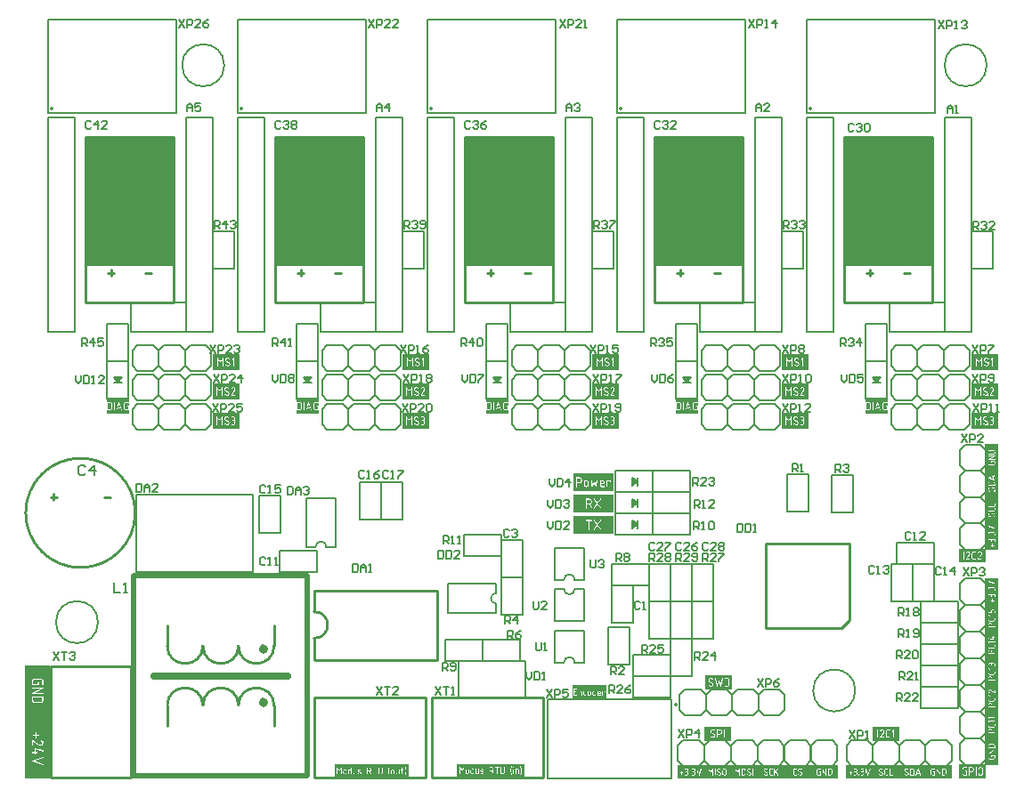
<source format=gto>
G04*
G04 #@! TF.GenerationSoftware,Altium Limited,Altium Designer,24.5.2 (23)*
G04*
G04 Layer_Color=65535*
%FSLAX44Y44*%
%MOMM*%
G71*
G04*
G04 #@! TF.SameCoordinates,211F2C99-C352-4B84-9391-B0A9BACE0CBF*
G04*
G04*
G04 #@! TF.FilePolarity,Positive*
G04*
G01*
G75*
%ADD10C,0.2540*%
%ADD11C,0.1270*%
%ADD12C,0.2000*%
%ADD13C,0.7500*%
%ADD14C,0.2500*%
%ADD15C,0.5000*%
%ADD16C,0.6350*%
%ADD17R,8.3566X12.3317*%
G36*
X1624330Y839042D02*
X1620330Y844042D01*
X1628330D01*
X1624330Y839042D01*
D02*
G37*
G36*
X1443990D02*
X1439990Y844042D01*
X1447990D01*
X1443990Y839042D01*
D02*
G37*
G36*
X1263650D02*
X1259650Y844042D01*
X1267650D01*
X1263650Y839042D01*
D02*
G37*
G36*
X1083310D02*
X1079310Y844042D01*
X1087310D01*
X1083310Y839042D01*
D02*
G37*
G36*
X902970D02*
X898970Y844042D01*
X906970D01*
X902970Y839042D01*
D02*
G37*
G36*
X1396960Y744760D02*
X1391960Y740760D01*
Y748760D01*
X1396960Y744760D01*
D02*
G37*
G36*
Y724440D02*
X1391960Y720440D01*
Y728440D01*
X1396960Y724440D01*
D02*
G37*
G36*
Y704120D02*
X1391960Y700120D01*
Y708120D01*
X1396960Y704120D01*
D02*
G37*
G36*
X1485900Y462280D02*
X1460500D01*
Y474663D01*
X1485900D01*
Y462280D01*
D02*
G37*
G36*
X1559560Y795338D02*
X1534160D01*
Y809942D01*
X1559560D01*
Y795338D01*
D02*
G37*
G36*
X1289600Y475972D02*
Y463828D01*
X1225000D01*
Y475972D01*
X1289600D01*
D02*
G37*
G36*
X838534Y462280D02*
X815006D01*
Y570230D01*
X838534D01*
Y462280D01*
D02*
G37*
G36*
X1739900Y474980D02*
X1728470D01*
Y462280D01*
X1703070D01*
Y475933D01*
X1727518D01*
Y500380D01*
X1739900D01*
Y474980D01*
D02*
G37*
G36*
X1198880Y837883D02*
Y823278D01*
X1173480D01*
Y837883D01*
X1198880D01*
D02*
G37*
G36*
X1739900D02*
Y823278D01*
X1714500D01*
Y837883D01*
X1739900D01*
D02*
G37*
G36*
X1562100Y462280D02*
X1536700D01*
Y474663D01*
X1562100D01*
Y462280D01*
D02*
G37*
G36*
X1695920D02*
X1645920D01*
Y474663D01*
X1695920D01*
Y462280D01*
D02*
G37*
G36*
X1379220Y823278D02*
X1353820D01*
Y837883D01*
X1379220D01*
Y823278D01*
D02*
G37*
G36*
X1739900Y576580D02*
Y551180D01*
X1727518D01*
Y576580D01*
X1739900D01*
D02*
G37*
G36*
X1374140Y695325D02*
X1336040D01*
Y711835D01*
X1374140D01*
Y695325D01*
D02*
G37*
G36*
X1367674Y537369D02*
X1334886D01*
Y551180D01*
X1367674D01*
Y537369D01*
D02*
G37*
G36*
X1487170Y546814D02*
X1461770D01*
Y560626D01*
X1487170D01*
Y546814D01*
D02*
G37*
G36*
X1198880Y809942D02*
Y795338D01*
X1173480D01*
Y809942D01*
X1198880D01*
D02*
G37*
G36*
X1460500Y462280D02*
X1435100D01*
Y474663D01*
X1460500D01*
Y462280D01*
D02*
G37*
G36*
X1454785Y809307D02*
X1433195D01*
Y823913D01*
X1454785D01*
Y809307D01*
D02*
G37*
G36*
X913765D02*
X892175D01*
Y823913D01*
X913765D01*
Y809307D01*
D02*
G37*
G36*
X1739900Y730250D02*
Y704850D01*
D01*
Y679850D01*
X1728470D01*
Y668020D01*
X1703070D01*
Y680403D01*
X1727518D01*
Y705250D01*
D01*
Y730250D01*
X1739900D01*
D02*
G37*
G36*
Y627380D02*
Y601980D01*
X1727518D01*
Y627380D01*
X1739900D01*
D02*
G37*
G36*
X1274445Y809307D02*
X1252855D01*
Y823913D01*
X1274445D01*
Y809307D01*
D02*
G37*
G36*
X1374140Y735965D02*
X1336040D01*
Y752475D01*
X1374140D01*
Y735965D01*
D02*
G37*
G36*
X1739900Y627380D02*
X1727518D01*
Y652780D01*
X1739900D01*
Y627380D01*
D02*
G37*
G36*
X1645920Y462280D02*
X1595520D01*
Y474663D01*
X1645920D01*
Y462280D01*
D02*
G37*
G36*
X1374140Y715645D02*
X1336040D01*
Y732155D01*
X1374140D01*
Y715645D01*
D02*
G37*
G36*
X1645920Y497999D02*
X1620520D01*
Y511810D01*
X1645920D01*
Y497999D01*
D02*
G37*
G36*
X1739900Y780250D02*
Y754850D01*
Y730250D01*
X1727518D01*
Y754850D01*
Y780250D01*
X1739900D01*
D02*
G37*
G36*
X1485900Y497999D02*
X1460500D01*
Y511810D01*
X1485900D01*
Y497999D01*
D02*
G37*
G36*
X1559560Y851217D02*
X1534160D01*
Y865823D01*
X1559560D01*
Y851217D01*
D02*
G37*
G36*
X1198880D02*
X1173480D01*
Y865823D01*
X1198880D01*
Y851217D01*
D02*
G37*
G36*
X1536700Y462280D02*
X1511300D01*
Y474663D01*
X1536700D01*
Y462280D01*
D02*
G37*
G36*
X1739900Y809942D02*
Y795338D01*
X1714500D01*
Y809942D01*
X1739900D01*
D02*
G37*
G36*
X1094105Y809307D02*
X1072515D01*
Y823913D01*
X1094105D01*
Y809307D01*
D02*
G37*
G36*
X1379220Y851217D02*
X1353820D01*
Y865823D01*
X1379220D01*
Y851217D01*
D02*
G37*
G36*
X1511300Y462280D02*
X1485900D01*
Y474663D01*
X1511300D01*
Y462280D01*
D02*
G37*
G36*
X1018540Y851217D02*
X993140D01*
Y865823D01*
X1018540D01*
Y851217D01*
D02*
G37*
G36*
Y837883D02*
Y823278D01*
X993140D01*
Y837883D01*
X1018540D01*
D02*
G37*
G36*
X1739900Y525780D02*
Y500380D01*
X1727518D01*
Y525780D01*
X1739900D01*
D02*
G37*
G36*
Y851217D02*
X1714500D01*
Y865823D01*
X1739900D01*
Y851217D01*
D02*
G37*
G36*
Y576580D02*
X1727518D01*
Y601980D01*
X1739900D01*
Y576580D01*
D02*
G37*
G36*
Y525780D02*
X1727518D01*
Y551180D01*
X1739900D01*
Y525780D01*
D02*
G37*
G36*
X1635125Y809307D02*
X1613535D01*
Y823913D01*
X1635125D01*
Y809307D01*
D02*
G37*
G36*
X1018540Y809942D02*
Y795338D01*
X993140D01*
Y809942D01*
X1018540D01*
D02*
G37*
G36*
X1587500Y462280D02*
X1562100D01*
Y474663D01*
X1587500D01*
Y462280D01*
D02*
G37*
G36*
X1179195Y462721D02*
X1109345D01*
Y476250D01*
X1179195D01*
Y462721D01*
D02*
G37*
G36*
X1379220Y795338D02*
X1353820D01*
Y809942D01*
X1379220D01*
Y795338D01*
D02*
G37*
G36*
X1559560Y823278D02*
X1534160D01*
Y837883D01*
X1559560D01*
Y823278D01*
D02*
G37*
%LPC*%
G36*
X1470918Y471798D02*
X1470859D01*
D01*
D01*
D01*
X1470837D01*
X1470859D01*
X1470753Y471786D01*
X1470671Y471751D01*
X1470612Y471693D01*
X1470577Y471634D01*
X1470554Y471563D01*
X1470530Y471516D01*
Y465461D01*
X1470542Y465356D01*
X1470577Y465274D01*
X1470636Y465215D01*
X1470695Y465180D01*
X1470753Y465156D01*
X1470812Y465133D01*
X1470530D01*
D01*
X1470859D01*
X1470976Y465144D01*
X1471058Y465180D01*
X1471117Y465238D01*
X1471152Y465297D01*
X1471187Y465356D01*
X1471199Y465414D01*
Y471458D01*
X1471187Y471575D01*
X1471152Y471657D01*
X1471094Y471716D01*
X1471035Y471751D01*
X1470965Y471786D01*
X1470918Y471798D01*
D02*
G37*
G36*
X1476539Y471810D02*
X1472537D01*
X1474203D01*
X1473957Y471786D01*
X1473722Y471728D01*
X1473523Y471657D01*
X1473347Y471563D01*
X1473206Y471469D01*
X1473112Y471399D01*
X1473042Y471340D01*
X1473018Y471317D01*
X1472854Y471129D01*
X1472737Y470930D01*
X1472654Y470730D01*
X1472596Y470542D01*
X1472560Y470378D01*
X1472549Y470249D01*
X1472537Y470202D01*
Y470132D01*
X1472549Y469944D01*
X1472572Y469780D01*
X1472619Y469615D01*
X1472678Y469475D01*
X1472748Y469346D01*
X1472819Y469216D01*
X1472901Y469111D01*
X1472995Y469017D01*
X1473077Y468935D01*
X1473159Y468853D01*
X1473300Y468747D01*
X1473358Y468700D01*
X1473405Y468677D01*
X1473429Y468665D01*
X1473441Y468653D01*
X1475306Y467691D01*
X1475400Y467632D01*
X1475494Y467574D01*
X1475635Y467433D01*
X1475729Y467280D01*
X1475799Y467139D01*
X1475846Y467010D01*
X1475858Y466905D01*
X1475870Y466823D01*
Y466811D01*
Y466799D01*
X1475858Y466646D01*
X1475823Y466517D01*
X1475776Y466400D01*
X1475729Y466294D01*
X1475670Y466212D01*
X1475623Y466142D01*
X1475588Y466107D01*
X1475576Y466095D01*
X1475459Y466001D01*
X1475342Y465931D01*
X1475224Y465872D01*
X1475107Y465837D01*
X1475013Y465813D01*
X1474931Y465802D01*
X1474861D01*
X1474684Y465813D01*
X1474520Y465825D01*
X1474368Y465849D01*
X1474238Y465872D01*
X1474133Y465896D01*
X1474051Y465919D01*
X1474004Y465942D01*
X1473980D01*
X1473757Y466048D01*
X1473570Y466130D01*
X1473405Y466212D01*
X1473276Y466283D01*
X1473182Y466330D01*
X1473112Y466365D01*
X1473065Y466388D01*
X1473053Y466400D01*
X1472983Y466435D01*
X1472924Y466447D01*
X1472877Y466459D01*
X1472866D01*
X1472772Y466447D01*
X1472701Y466412D01*
X1472643Y466377D01*
X1472631Y466365D01*
X1472572Y466294D01*
X1472549Y466212D01*
X1472537Y466154D01*
Y466130D01*
X1472549Y466072D01*
X1472560Y466025D01*
X1472607Y465931D01*
X1472654Y465884D01*
X1472678Y465860D01*
X1472854Y465731D01*
X1473042Y465626D01*
X1473229Y465520D01*
X1473417Y465438D01*
X1473605Y465367D01*
X1473781Y465309D01*
X1474121Y465227D01*
X1474285Y465191D01*
X1474426Y465168D01*
X1474544Y465156D01*
X1474649Y465144D01*
X1474743Y465133D01*
X1474861D01*
X1475107Y465156D01*
X1475342Y465203D01*
X1475541Y465285D01*
X1475717Y465379D01*
X1475858Y465461D01*
X1475963Y465543D01*
X1476022Y465590D01*
X1476046Y465614D01*
X1476210Y465802D01*
X1476327Y466013D01*
X1476421Y466201D01*
X1476480Y466388D01*
X1476515Y466553D01*
X1476527Y466682D01*
X1476539Y466729D01*
Y465931D01*
Y466729D01*
Y466799D01*
X1476527Y466987D01*
X1476503Y467151D01*
X1476456Y467315D01*
X1476398Y467456D01*
X1476327Y467585D01*
X1476245Y467714D01*
X1476163Y467820D01*
X1476081Y467914D01*
X1475999Y468008D01*
X1475917Y468078D01*
X1475764Y468184D01*
X1475705Y468231D01*
X1475658Y468254D01*
X1475635Y468278D01*
X1475623D01*
X1473746Y469240D01*
X1473652Y469299D01*
X1473570Y469357D01*
X1473429Y469498D01*
X1473335Y469651D01*
X1473276Y469791D01*
X1473229Y469921D01*
X1473218Y470038D01*
X1473206Y470108D01*
Y470120D01*
Y470132D01*
X1473218Y470284D01*
X1473253Y470425D01*
X1473300Y470542D01*
X1473347Y470648D01*
X1473394Y470730D01*
X1473441Y470801D01*
X1473476Y470836D01*
X1473488Y470848D01*
X1473605Y470941D01*
X1473722Y471012D01*
X1473840Y471071D01*
X1473957Y471106D01*
X1474051Y471129D01*
X1474133Y471141D01*
X1474203D01*
X1474485Y471129D01*
X1474755Y471094D01*
X1475013Y471047D01*
X1475248Y470988D01*
X1475435Y470930D01*
X1475518Y470906D01*
X1475588Y470883D01*
X1475647Y470859D01*
X1475682Y470848D01*
X1475705Y470836D01*
X1475717D01*
X1475776Y470812D01*
X1475835Y470801D01*
X1475870D01*
X1475963Y470812D01*
X1476034Y470848D01*
X1476081Y470883D01*
X1476093Y470895D01*
X1476151Y470977D01*
X1476187Y471059D01*
X1476198Y471117D01*
Y471129D01*
Y471141D01*
X1476187Y471200D01*
X1476163Y471258D01*
X1476104Y471352D01*
X1476034Y471411D01*
X1476010Y471434D01*
X1475999D01*
X1475881Y471505D01*
X1475741Y471563D01*
X1475459Y471657D01*
X1475154Y471716D01*
X1474872Y471763D01*
X1474731Y471775D01*
X1474602Y471786D01*
X1474497Y471798D01*
X1474391Y471810D01*
X1476539D01*
D01*
D02*
G37*
G36*
X1481878D02*
X1477876D01*
X1479871D01*
X1479719Y471798D01*
X1479566Y471786D01*
X1479296Y471716D01*
X1479061Y471622D01*
X1478850Y471516D01*
X1478686Y471411D01*
X1478616Y471364D01*
X1478557Y471317D01*
X1478510Y471282D01*
X1478475Y471246D01*
X1478463Y471235D01*
X1478451Y471223D01*
X1478346Y471106D01*
X1478264Y470988D01*
X1478181Y470871D01*
X1478123Y470754D01*
X1478017Y470519D01*
X1477947Y470296D01*
X1477912Y470097D01*
X1477900Y470014D01*
X1477888Y469944D01*
X1477876Y469885D01*
Y465133D01*
Y467128D01*
X1477888Y466975D01*
X1477900Y466834D01*
X1477970Y466564D01*
X1478064Y466318D01*
X1478170Y466118D01*
X1478275Y465954D01*
X1478357Y465825D01*
X1478404Y465778D01*
X1478428Y465743D01*
X1478440Y465731D01*
X1478451Y465719D01*
X1478569Y465614D01*
X1478686Y465532D01*
X1478803Y465449D01*
X1478921Y465379D01*
X1479155Y465274D01*
X1479378Y465203D01*
X1479578Y465168D01*
X1479660Y465156D01*
X1479730Y465144D01*
X1479789Y465133D01*
X1479871D01*
X1480024Y465144D01*
X1480176Y465156D01*
X1480446Y465227D01*
X1480693Y465321D01*
X1480892Y465426D01*
X1481056Y465532D01*
X1481127Y465579D01*
X1481185Y465626D01*
X1481232Y465661D01*
X1481268Y465696D01*
X1481279Y465708D01*
X1481291Y465719D01*
X1481397Y465837D01*
X1481491Y465954D01*
X1481561Y466072D01*
X1481631Y466189D01*
X1481737Y466423D01*
X1481808Y466646D01*
X1481843Y466834D01*
X1481866Y466916D01*
Y466987D01*
X1481878Y467046D01*
Y465837D01*
Y469803D01*
X1481866Y469956D01*
X1481854Y470108D01*
X1481784Y470378D01*
X1481690Y470625D01*
X1481584Y470824D01*
X1481479Y470988D01*
X1481432Y471059D01*
X1481385Y471117D01*
X1481350Y471164D01*
X1481315Y471200D01*
X1481303Y471211D01*
X1481291Y471223D01*
X1481174Y471329D01*
X1481056Y471423D01*
X1480939Y471493D01*
X1480822Y471563D01*
X1480587Y471669D01*
X1480364Y471739D01*
X1480165Y471775D01*
X1480083Y471798D01*
X1480012D01*
X1479953Y471810D01*
X1481878D01*
D01*
D02*
G37*
G36*
X1469193Y471798D02*
X1464522D01*
X1464851D01*
X1464745Y471786D01*
X1464663Y471751D01*
X1464604Y471693D01*
X1464569Y471634D01*
X1464546Y471563D01*
X1464522Y471516D01*
Y465461D01*
X1464534Y465356D01*
X1464569Y465274D01*
X1464628Y465215D01*
X1464686Y465180D01*
X1464745Y465156D01*
X1464804Y465133D01*
X1464851D01*
X1464968Y465144D01*
X1465050Y465180D01*
X1465109Y465238D01*
X1465144Y465297D01*
X1465179Y465356D01*
X1465191Y465414D01*
Y465449D01*
Y465461D01*
Y470366D01*
X1466541Y468325D01*
X1466587Y468254D01*
X1466646Y468207D01*
X1466693Y468172D01*
X1466752Y468148D01*
X1466787Y468137D01*
X1466822Y468125D01*
X1466857D01*
X1466916Y468137D01*
X1466975Y468160D01*
X1467069Y468231D01*
X1467139Y468289D01*
X1467151Y468313D01*
X1467162Y468325D01*
X1468524Y470366D01*
Y465461D01*
X1468535Y465356D01*
X1468571Y465274D01*
X1468629Y465215D01*
X1468688Y465180D01*
X1468747Y465156D01*
X1468805Y465133D01*
X1468359D01*
X1468852D01*
X1468970Y465144D01*
X1469052Y465180D01*
X1469110Y465238D01*
X1469146Y465297D01*
X1469181Y465356D01*
X1469193Y465414D01*
Y471458D01*
X1469181Y471575D01*
X1469146Y471657D01*
X1469087Y471716D01*
X1469028Y471751D01*
X1468958Y471786D01*
X1468911Y471798D01*
X1469193D01*
D02*
G37*
%LPD*%
G36*
X1480071Y471129D02*
X1480258Y471082D01*
X1480423Y471024D01*
X1480564Y470953D01*
X1480669Y470871D01*
X1480751Y470812D01*
X1480810Y470765D01*
X1480822Y470754D01*
X1480951Y470601D01*
X1481045Y470437D01*
X1481115Y470284D01*
X1481162Y470132D01*
X1481185Y470003D01*
X1481209Y469897D01*
Y469827D01*
Y469815D01*
Y469803D01*
Y467128D01*
X1481197Y466928D01*
X1481150Y466740D01*
X1481092Y466576D01*
X1481021Y466447D01*
X1480939Y466330D01*
X1480880Y466247D01*
X1480833Y466201D01*
X1480822Y466177D01*
X1480669Y466048D01*
X1480505Y465966D01*
X1480352Y465896D01*
X1480200Y465849D01*
X1480071Y465825D01*
X1479965Y465813D01*
X1479895Y465802D01*
X1479871D01*
X1479672Y465813D01*
X1479484Y465860D01*
X1479320Y465919D01*
X1479191Y465989D01*
X1479073Y466060D01*
X1478991Y466118D01*
X1478944Y466165D01*
X1478921Y466177D01*
X1478792Y466330D01*
X1478710Y466494D01*
X1478639Y466646D01*
X1478592Y466799D01*
X1478569Y466928D01*
X1478557Y467034D01*
X1478545Y467104D01*
Y467116D01*
Y467128D01*
Y469803D01*
X1478557Y470003D01*
X1478604Y470190D01*
X1478663Y470355D01*
X1478733Y470495D01*
X1478803Y470601D01*
X1478862Y470683D01*
X1478909Y470742D01*
X1478921Y470754D01*
X1479073Y470883D01*
X1479238Y470977D01*
X1479390Y471047D01*
X1479543Y471094D01*
X1479672Y471117D01*
X1479777Y471141D01*
X1479871D01*
X1480071Y471129D01*
D02*
G37*
G36*
X1468782Y471786D02*
X1468735Y471775D01*
X1468641Y471728D01*
X1468594Y471669D01*
X1468571Y471657D01*
Y471646D01*
X1466857Y469064D01*
X1465156Y471622D01*
X1465109Y471681D01*
X1465062Y471728D01*
X1465003Y471751D01*
X1464956Y471775D01*
X1464886Y471798D01*
X1468852D01*
X1468782Y471786D01*
D02*
G37*
%LPC*%
G36*
X1555678Y806651D02*
X1552069D01*
X1551928Y806637D01*
X1551829Y806594D01*
X1551759Y806524D01*
X1551716Y806453D01*
X1551688Y806369D01*
X1551660Y806312D01*
Y806355D01*
Y806242D01*
X1551674Y806115D01*
X1551730Y806016D01*
X1551787Y805946D01*
X1551871Y805903D01*
X1551942Y805875D01*
X1552012Y805847D01*
X1553662D01*
X1553845Y805833D01*
X1554014Y805791D01*
X1554155Y805734D01*
X1554282Y805664D01*
X1554381Y805593D01*
X1554465Y805537D01*
X1554508Y805495D01*
X1554522Y805481D01*
X1554635Y805340D01*
X1554719Y805199D01*
X1554790Y805058D01*
X1554832Y804931D01*
X1554860Y804804D01*
X1554874Y804719D01*
Y804663D01*
Y804635D01*
X1554860Y804452D01*
X1554818Y804282D01*
X1554761Y804141D01*
X1554705Y804015D01*
X1554635Y803916D01*
X1554578Y803845D01*
X1554536Y803789D01*
X1554522Y803775D01*
X1554381Y803662D01*
X1554240Y803577D01*
X1554099Y803521D01*
X1553958Y803479D01*
X1553845Y803451D01*
X1553746Y803437D01*
X1552858D01*
X1552731Y803422D01*
X1552633Y803380D01*
X1552562Y803310D01*
X1552520Y803239D01*
X1552492Y803155D01*
X1552464Y803098D01*
Y803042D01*
Y803028D01*
X1552478Y802901D01*
X1552520Y802802D01*
X1552590Y802732D01*
X1552661Y802689D01*
X1552731Y802661D01*
X1552802Y802633D01*
X1553662D01*
X1553845Y802619D01*
X1554014Y802577D01*
X1554155Y802520D01*
X1554282Y802464D01*
X1554381Y802393D01*
X1554465Y802337D01*
X1554508Y802295D01*
X1554522Y802281D01*
X1554635Y802140D01*
X1554719Y801999D01*
X1554790Y801858D01*
X1554832Y801717D01*
X1554860Y801604D01*
X1554874Y801505D01*
Y801449D01*
Y801421D01*
Y800631D01*
X1554860Y800448D01*
X1554818Y800279D01*
X1554761Y800138D01*
X1554705Y800011D01*
X1554635Y799912D01*
X1554578Y799842D01*
X1554536Y799785D01*
X1554522Y799771D01*
X1554381Y799659D01*
X1554240Y799574D01*
X1554099Y799518D01*
X1553958Y799475D01*
X1553845Y799447D01*
X1553746Y799433D01*
X1552069D01*
X1551928Y799419D01*
X1551829Y799377D01*
X1551759Y799306D01*
X1551716Y799236D01*
X1551688Y799151D01*
X1551660Y799095D01*
Y799024D01*
X1551674Y798897D01*
X1551730Y798799D01*
X1551787Y798728D01*
X1551871Y798686D01*
X1551942Y798658D01*
X1552012Y798629D01*
X1553662D01*
X1553958Y798658D01*
X1554240Y798714D01*
X1554479Y798813D01*
X1554691Y798925D01*
X1554860Y799024D01*
X1554987Y799123D01*
X1555057Y799179D01*
X1555086Y799207D01*
X1555283Y799433D01*
X1555424Y799687D01*
X1555537Y799912D01*
X1555607Y800138D01*
X1555650Y800335D01*
X1555664Y800490D01*
X1555678Y800547D01*
Y801421D01*
X1555664Y801604D01*
X1555650Y801773D01*
X1555607Y801942D01*
X1555551Y802097D01*
X1555424Y802365D01*
X1555283Y802605D01*
X1555128Y802788D01*
X1555001Y802915D01*
X1554945Y802971D01*
X1554902Y802999D01*
X1554888Y803028D01*
X1554874D01*
X1555015Y803140D01*
X1555142Y803267D01*
X1555241Y803408D01*
X1555339Y803535D01*
X1555424Y803676D01*
X1555480Y803803D01*
X1555579Y804057D01*
X1555635Y804282D01*
X1555650Y804381D01*
X1555664Y804466D01*
X1555678Y804536D01*
Y804635D01*
X1555650Y804931D01*
X1555579Y805213D01*
X1555494Y805452D01*
X1555382Y805664D01*
X1555269Y805833D01*
X1555184Y805960D01*
X1555114Y806030D01*
X1555086Y806059D01*
X1554860Y806256D01*
X1554620Y806397D01*
X1554381Y806510D01*
X1554155Y806580D01*
X1553958Y806622D01*
X1553803Y806637D01*
X1553746Y806651D01*
X1555678D01*
D01*
D02*
G37*
G36*
X1543653Y806637D02*
X1538437D01*
X1538310Y806622D01*
X1538212Y806580D01*
X1538141Y806510D01*
X1538099Y806439D01*
X1538071Y806355D01*
X1538042Y806298D01*
Y806637D01*
Y799024D01*
X1538056Y798897D01*
X1538099Y798799D01*
X1538169Y798728D01*
X1538240Y798686D01*
X1538310Y798658D01*
X1538381Y798629D01*
X1538437D01*
X1539757D01*
X1538437D01*
X1538578Y798643D01*
X1538677Y798686D01*
X1538747Y798756D01*
X1538790Y798827D01*
X1538832Y798897D01*
X1538846Y798968D01*
Y799010D01*
Y799024D01*
Y804917D01*
X1540467Y802464D01*
X1540523Y802379D01*
X1540594Y802323D01*
X1540650Y802281D01*
X1540721Y802252D01*
X1540763Y802238D01*
X1540805Y802224D01*
X1540848D01*
X1540918Y802238D01*
X1540989Y802266D01*
X1541101Y802351D01*
X1541186Y802421D01*
X1541200Y802450D01*
X1541214Y802464D01*
X1542849Y804917D01*
Y799024D01*
X1542863Y798897D01*
X1542906Y798799D01*
X1542976Y798728D01*
X1543047Y798686D01*
X1543117Y798658D01*
X1543188Y798629D01*
X1543244D01*
X1543385Y798643D01*
X1543484Y798686D01*
X1543554Y798756D01*
X1543597Y798827D01*
X1543639Y798897D01*
X1543653Y798968D01*
Y806228D01*
X1543639Y806369D01*
X1543597Y806467D01*
X1543526Y806538D01*
X1543456Y806580D01*
X1543371Y806622D01*
X1543315Y806637D01*
X1543653D01*
D02*
G37*
G36*
X1550067Y806651D02*
X1545260D01*
X1547262D01*
X1546966Y806622D01*
X1546684Y806552D01*
X1546444Y806467D01*
X1546233Y806355D01*
X1546064Y806242D01*
X1545951Y806157D01*
X1545866Y806087D01*
X1545838Y806059D01*
X1545641Y805833D01*
X1545500Y805593D01*
X1545401Y805354D01*
X1545331Y805128D01*
X1545288Y804931D01*
X1545274Y804776D01*
X1545260Y804719D01*
Y804635D01*
X1545274Y804409D01*
X1545302Y804212D01*
X1545359Y804015D01*
X1545429Y803845D01*
X1545514Y803690D01*
X1545598Y803535D01*
X1545697Y803408D01*
X1545810Y803296D01*
X1545909Y803197D01*
X1546007Y803098D01*
X1546176Y802971D01*
X1546247Y802915D01*
X1546303Y802887D01*
X1546331Y802873D01*
X1546346Y802859D01*
X1548587Y801703D01*
X1548700Y801632D01*
X1548812Y801562D01*
X1548982Y801392D01*
X1549094Y801209D01*
X1549179Y801040D01*
X1549235Y800885D01*
X1549250Y800758D01*
X1549264Y800659D01*
Y800645D01*
Y800631D01*
X1549250Y800448D01*
X1549207Y800293D01*
X1549151Y800152D01*
X1549094Y800025D01*
X1549024Y799926D01*
X1548967Y799842D01*
X1548925Y799799D01*
X1548911Y799785D01*
X1548770Y799673D01*
X1548629Y799588D01*
X1548488Y799518D01*
X1548347Y799475D01*
X1548235Y799447D01*
X1548136Y799433D01*
X1548051D01*
X1547840Y799447D01*
X1547642Y799461D01*
X1547459Y799489D01*
X1547304Y799518D01*
X1547177Y799546D01*
X1547079Y799574D01*
X1547022Y799602D01*
X1546994D01*
X1546726Y799729D01*
X1546501Y799828D01*
X1546303Y799926D01*
X1546148Y800011D01*
X1546035Y800067D01*
X1545951Y800110D01*
X1545894Y800138D01*
X1545880Y800152D01*
X1545796Y800194D01*
X1545725Y800208D01*
X1545669Y800222D01*
X1545655D01*
X1545542Y800208D01*
X1545457Y800166D01*
X1545387Y800124D01*
X1545373Y800110D01*
X1545302Y800025D01*
X1545274Y799926D01*
X1545260Y799856D01*
Y798629D01*
Y799828D01*
X1545274Y799757D01*
X1545288Y799701D01*
X1545345Y799588D01*
X1545401Y799532D01*
X1545429Y799503D01*
X1545641Y799348D01*
X1545866Y799221D01*
X1546092Y799095D01*
X1546317Y798996D01*
X1546543Y798911D01*
X1546754Y798841D01*
X1547163Y798742D01*
X1547361Y798700D01*
X1547530Y798672D01*
X1547671Y798658D01*
X1547798Y798643D01*
X1547910Y798629D01*
X1548051D01*
X1548347Y798658D01*
X1548629Y798714D01*
X1548869Y798813D01*
X1549080Y798925D01*
X1549250Y799024D01*
X1549376Y799123D01*
X1549447Y799179D01*
X1549475Y799207D01*
X1549672Y799433D01*
X1549813Y799687D01*
X1549926Y799912D01*
X1549997Y800138D01*
X1550039Y800335D01*
X1550053Y800490D01*
X1550067Y800547D01*
Y800631D01*
X1550053Y800857D01*
X1550025Y801054D01*
X1549968Y801252D01*
X1549898Y801421D01*
X1549813Y801576D01*
X1549715Y801731D01*
X1549616Y801858D01*
X1549517Y801970D01*
X1549419Y802083D01*
X1549320Y802168D01*
X1549137Y802295D01*
X1549066Y802351D01*
X1549010Y802379D01*
X1548982Y802407D01*
X1548967D01*
X1546712Y803563D01*
X1546599Y803634D01*
X1546501Y803704D01*
X1546331Y803874D01*
X1546219Y804057D01*
X1546148Y804226D01*
X1546092Y804381D01*
X1546078Y804522D01*
X1546064Y804606D01*
Y804621D01*
Y804635D01*
X1546078Y804818D01*
X1546120Y804987D01*
X1546176Y805128D01*
X1546233Y805255D01*
X1546289Y805354D01*
X1546346Y805438D01*
X1546388Y805481D01*
X1546402Y805495D01*
X1546543Y805607D01*
X1546684Y805692D01*
X1546825Y805762D01*
X1546966Y805805D01*
X1547079Y805833D01*
X1547177Y805847D01*
X1547262D01*
X1547600Y805833D01*
X1547924Y805791D01*
X1548235Y805734D01*
X1548516Y805664D01*
X1548742Y805593D01*
X1548841Y805565D01*
X1548925Y805537D01*
X1548996Y805509D01*
X1549038Y805495D01*
X1549066Y805481D01*
X1549080D01*
X1549151Y805452D01*
X1549221Y805438D01*
X1549264D01*
X1549376Y805452D01*
X1549461Y805495D01*
X1549517Y805537D01*
X1549531Y805551D01*
X1549602Y805650D01*
X1549644Y805748D01*
X1549658Y805819D01*
Y805833D01*
Y805847D01*
X1549644Y805918D01*
X1549616Y805988D01*
X1549545Y806101D01*
X1549461Y806171D01*
X1549433Y806199D01*
X1549419D01*
X1549278Y806284D01*
X1549108Y806355D01*
X1548770Y806467D01*
X1548404Y806538D01*
X1548065Y806594D01*
X1547896Y806608D01*
X1547741Y806622D01*
X1547614Y806637D01*
X1547487Y806651D01*
X1550067D01*
D01*
D02*
G37*
%LPD*%
G36*
X1538437Y798629D02*
D01*
D01*
D01*
D02*
G37*
G36*
X1543160Y806622D02*
X1543103Y806608D01*
X1542990Y806552D01*
X1542934Y806481D01*
X1542906Y806467D01*
Y806453D01*
X1540848Y803352D01*
X1538804Y806425D01*
X1538747Y806496D01*
X1538691Y806552D01*
X1538620Y806580D01*
X1538564Y806608D01*
X1538479Y806637D01*
X1543244D01*
X1543160Y806622D01*
D02*
G37*
%LPC*%
G36*
X1286033Y473902D02*
X1285997D01*
X1285904Y473890D01*
X1285821Y473855D01*
X1285775Y473808D01*
X1285751Y473796D01*
X1285692Y473726D01*
X1285669Y473643D01*
X1285657Y473585D01*
Y473679D01*
Y472130D01*
Y473561D01*
X1285669Y473479D01*
Y473456D01*
Y473444D01*
X1285786Y473092D01*
X1285880Y472787D01*
X1285962Y472517D01*
X1286021Y472306D01*
X1286056Y472212D01*
X1286068Y472130D01*
X1286091Y472059D01*
X1286103Y472001D01*
X1286115Y471954D01*
X1286127Y471918D01*
Y471907D01*
Y471895D01*
X1286197Y471531D01*
X1286244Y471167D01*
X1286279Y470827D01*
X1286303Y470534D01*
X1286314Y470393D01*
Y470275D01*
X1286326Y470170D01*
Y470076D01*
Y470006D01*
Y469947D01*
Y469912D01*
Y469900D01*
X1286314Y469524D01*
X1286291Y469161D01*
X1286267Y468820D01*
X1286244Y468656D01*
X1286232Y468515D01*
X1286209Y468374D01*
X1286185Y468257D01*
X1286174Y468152D01*
X1286162Y468069D01*
X1286150Y467987D01*
X1286138Y467940D01*
X1286127Y467905D01*
Y467893D01*
X1286068Y467670D01*
X1286009Y467412D01*
X1285927Y467154D01*
X1285857Y466919D01*
X1285786Y466696D01*
X1285751Y466603D01*
X1285728Y466520D01*
X1285704Y466450D01*
X1285681Y466403D01*
X1285669Y466368D01*
Y466356D01*
X1285657Y466274D01*
Y466368D01*
Y466239D01*
X1285669Y466145D01*
X1285704Y466074D01*
X1285739Y466027D01*
X1285751Y466004D01*
X1285833Y465945D01*
X1285915Y465910D01*
X1285974Y465898D01*
X1285657D01*
D01*
X1286995D01*
D01*
X1285997D01*
X1286068Y465910D01*
X1286127Y465922D01*
X1286220Y465981D01*
X1286267Y466039D01*
X1286279Y466051D01*
Y466063D01*
X1286373Y466297D01*
X1286467Y466567D01*
X1286549Y466849D01*
X1286631Y467107D01*
X1286690Y467354D01*
X1286713Y467447D01*
X1286737Y467541D01*
X1286749Y467612D01*
X1286760Y467670D01*
X1286772Y467706D01*
Y467717D01*
X1286842Y468116D01*
X1286901Y468504D01*
X1286936Y468879D01*
X1286960Y469043D01*
X1286971Y469208D01*
Y469360D01*
X1286983Y469489D01*
Y469607D01*
X1286995Y469712D01*
Y469900D01*
X1286983Y470311D01*
X1286960Y470710D01*
X1286924Y471073D01*
X1286901Y471238D01*
X1286889Y471402D01*
X1286866Y471543D01*
X1286842Y471672D01*
X1286819Y471789D01*
X1286807Y471883D01*
X1286795Y471965D01*
X1286784Y472024D01*
X1286772Y472059D01*
Y472071D01*
X1286690Y472447D01*
X1286643Y472622D01*
X1286596Y472787D01*
X1286561Y472928D01*
X1286514Y473068D01*
X1286479Y473198D01*
X1286443Y473303D01*
X1286408Y473409D01*
X1286373Y473491D01*
X1286349Y473561D01*
X1286326Y473632D01*
X1286303Y473679D01*
X1286291Y473714D01*
X1286279Y473726D01*
Y473737D01*
X1286244Y473796D01*
X1286209Y473831D01*
X1286115Y473878D01*
X1286033Y473902D01*
D02*
G37*
G36*
X1267653Y473233D02*
X1267363D01*
D01*
X1267653D01*
D02*
G37*
G36*
X1265638Y473244D02*
X1261624D01*
X1261965D01*
X1261847Y473233D01*
X1261765Y473198D01*
X1261706Y473139D01*
X1261671Y473080D01*
X1261648Y473010D01*
X1261624Y472963D01*
Y472998D01*
Y472904D01*
X1261636Y472799D01*
X1261683Y472716D01*
X1261730Y472658D01*
X1261800Y472622D01*
X1261859Y472599D01*
X1261918Y472575D01*
X1263302D01*
Y466896D01*
X1263314Y466790D01*
X1263349Y466708D01*
X1263408Y466650D01*
X1263467Y466614D01*
X1263525Y466591D01*
X1263584Y466567D01*
X1263631D01*
X1263748Y466579D01*
X1263830Y466614D01*
X1263889Y466673D01*
X1263924Y466732D01*
X1263960Y466790D01*
X1263971Y466849D01*
Y466884D01*
Y466896D01*
Y472575D01*
X1265297D01*
X1265415Y472587D01*
X1265497Y472622D01*
X1265555Y472681D01*
X1265591Y472740D01*
X1265626Y472799D01*
X1265638Y472857D01*
Y472904D01*
X1265626Y473022D01*
X1265591Y473104D01*
X1265532Y473162D01*
X1265473Y473198D01*
X1265403Y473233D01*
X1265356Y473244D01*
X1265638D01*
D01*
D02*
G37*
G36*
X1258374D02*
X1256625D01*
X1256520Y473233D01*
X1256438Y473198D01*
X1256379Y473139D01*
X1256344Y473080D01*
X1256320Y473010D01*
X1256297Y472963D01*
Y473010D01*
Y466896D01*
X1256308Y466790D01*
X1256344Y466708D01*
X1256402Y466650D01*
X1256461Y466614D01*
X1256520Y466591D01*
X1256578Y466567D01*
X1256297D01*
D01*
X1260298D01*
X1259958D01*
X1260052Y466579D01*
X1260122Y466614D01*
X1260169Y466650D01*
X1260193Y466661D01*
X1260251Y466743D01*
X1260286Y466814D01*
X1260298Y466872D01*
Y466955D01*
X1260286Y467001D01*
X1260275Y467037D01*
X1260263Y467048D01*
X1259090Y469372D01*
X1259301Y469478D01*
X1259489Y469595D01*
X1259653Y469724D01*
X1259794Y469865D01*
X1259911Y470017D01*
X1260005Y470170D01*
X1260087Y470334D01*
X1260146Y470487D01*
X1260193Y470639D01*
X1260240Y470780D01*
X1260263Y470897D01*
X1260275Y471015D01*
X1260286Y471109D01*
X1260298Y471179D01*
Y466966D01*
Y471179D01*
Y471238D01*
X1260286Y471390D01*
X1260275Y471543D01*
X1260204Y471813D01*
X1260110Y472059D01*
X1260005Y472259D01*
X1259899Y472423D01*
X1259852Y472493D01*
X1259805Y472552D01*
X1259770Y472599D01*
X1259735Y472634D01*
X1259723Y472646D01*
X1259712Y472658D01*
X1259594Y472763D01*
X1259477Y472857D01*
X1259360Y472928D01*
X1259242Y472998D01*
X1259007Y473104D01*
X1258784Y473174D01*
X1258585Y473209D01*
X1258503Y473233D01*
X1258432D01*
X1258374Y473244D01*
D02*
G37*
G36*
X1279367Y473233D02*
X1279309D01*
X1279203Y473221D01*
X1279121Y473186D01*
X1279062Y473127D01*
X1279027Y473068D01*
X1279004Y472998D01*
X1278980Y472951D01*
Y472998D01*
Y472447D01*
Y472564D01*
X1278992Y472447D01*
X1279027Y472364D01*
X1279086Y472306D01*
X1279144Y472270D01*
X1279203Y472247D01*
X1279262Y472224D01*
X1279309D01*
X1279426Y472235D01*
X1279508Y472282D01*
X1279567Y472329D01*
X1279602Y472399D01*
X1279637Y472458D01*
X1279649Y472517D01*
Y470897D01*
X1279637Y471003D01*
X1279602Y471085D01*
X1279543Y471144D01*
X1279485Y471191D01*
X1279414Y471214D01*
X1279367Y471226D01*
X1279309D01*
X1279203Y471214D01*
X1279121Y471179D01*
X1279062Y471120D01*
X1279027Y471062D01*
X1279004Y471003D01*
X1278980Y470944D01*
Y466896D01*
X1278992Y466790D01*
X1279027Y466708D01*
X1279086Y466650D01*
X1279144Y466614D01*
X1279203Y466591D01*
X1279262Y466567D01*
X1278980D01*
D01*
X1279649D01*
D01*
X1279309D01*
X1279426Y466579D01*
X1279508Y466614D01*
X1279567Y466673D01*
X1279602Y466732D01*
X1279637Y466790D01*
X1279649Y466849D01*
Y472904D01*
Y472892D01*
X1279637Y473010D01*
X1279602Y473092D01*
X1279543Y473150D01*
X1279485Y473186D01*
X1279414Y473221D01*
X1279367Y473233D01*
D02*
G37*
G36*
X1241616Y473127D02*
Y472892D01*
D01*
Y473127D01*
D02*
G37*
G36*
X1232275Y473233D02*
X1230729D01*
X1231935D01*
X1231865Y473221D01*
X1231818Y473209D01*
X1231724Y473162D01*
X1231677Y473104D01*
X1231654Y473092D01*
Y473080D01*
X1229940Y470499D01*
X1228239Y473057D01*
X1228192Y473115D01*
X1228145Y473162D01*
X1228086Y473186D01*
X1228039Y473209D01*
X1227969Y473233D01*
X1227934D01*
X1227828Y473221D01*
X1227746Y473186D01*
X1227687Y473127D01*
X1227652Y473068D01*
X1227629Y472998D01*
X1227605Y472951D01*
D01*
Y466896D01*
X1227617Y466790D01*
X1227652Y466708D01*
X1227711Y466650D01*
X1227769Y466614D01*
X1227828Y466591D01*
X1227887Y466567D01*
X1227605D01*
D01*
X1231935D01*
X1232053Y466579D01*
X1232135Y466614D01*
X1232193Y466673D01*
X1232229Y466732D01*
X1232264Y466790D01*
X1232275Y466849D01*
Y472892D01*
X1232264Y473010D01*
X1232229Y473092D01*
X1232170Y473150D01*
X1232111Y473186D01*
X1232041Y473221D01*
X1231994Y473233D01*
X1232275D01*
D02*
G37*
G36*
X1249244Y471238D02*
X1249115D01*
X1248892Y471226D01*
X1248704Y471191D01*
X1248528Y471144D01*
X1248376Y471097D01*
X1248258Y471050D01*
X1248165Y471003D01*
X1248118Y470968D01*
X1248094Y470956D01*
X1247930Y470827D01*
X1247812Y470686D01*
X1247730Y470545D01*
X1247672Y470393D01*
X1247636Y470264D01*
X1247625Y470158D01*
X1247613Y470088D01*
Y469043D01*
Y470064D01*
X1247625Y469935D01*
X1247648Y469806D01*
X1247672Y469701D01*
X1247719Y469595D01*
X1247824Y469407D01*
X1247953Y469266D01*
X1248082Y469149D01*
X1248188Y469067D01*
X1248235Y469043D01*
X1248270Y469020D01*
X1248282Y469008D01*
X1248294D01*
X1250007Y468187D01*
X1250101Y468128D01*
X1250171Y468058D01*
X1250218Y467976D01*
X1250253Y467905D01*
X1250277Y467835D01*
X1250288Y467776D01*
Y467741D01*
Y467729D01*
X1250277Y467647D01*
X1250253Y467565D01*
X1250206Y467506D01*
X1250159Y467447D01*
X1250019Y467354D01*
X1249866Y467295D01*
X1249702Y467260D01*
X1249561Y467248D01*
X1249514Y467236D01*
X1249432D01*
X1249115Y467260D01*
X1248962Y467271D01*
X1248833Y467295D01*
X1248716Y467318D01*
X1248634Y467330D01*
X1248575Y467354D01*
X1248552D01*
X1248446Y467401D01*
X1248341Y467436D01*
X1248270Y467459D01*
X1248200Y467494D01*
X1248153Y467518D01*
X1248106Y467530D01*
X1248094Y467541D01*
X1248082D01*
X1248035Y467553D01*
X1247988Y467565D01*
X1247953D01*
X1247859Y467553D01*
X1247777Y467518D01*
X1247730Y467471D01*
X1247707Y467459D01*
X1247648Y467389D01*
X1247625Y467318D01*
X1247613Y467260D01*
D01*
Y467236D01*
X1247625Y467166D01*
X1247648Y467107D01*
X1247707Y467013D01*
X1247777Y466955D01*
X1247789Y466931D01*
X1247801D01*
X1248059Y466814D01*
X1248329Y466720D01*
X1248599Y466661D01*
X1248857Y466614D01*
X1249080Y466591D01*
X1249174Y466579D01*
X1249256D01*
X1249326Y466567D01*
X1247613D01*
D01*
X1250957D01*
D01*
X1249420D01*
X1249655Y466579D01*
X1249854Y466603D01*
X1250042Y466650D01*
X1250195Y466696D01*
X1250312Y466732D01*
X1250406Y466778D01*
X1250453Y466802D01*
X1250476Y466814D01*
X1250640Y466943D01*
X1250758Y467084D01*
X1250840Y467236D01*
X1250899Y467389D01*
X1250934Y467518D01*
X1250946Y467635D01*
X1250957Y467706D01*
Y467729D01*
X1250946Y467858D01*
X1250934Y467987D01*
X1250899Y468105D01*
X1250852Y468210D01*
X1250746Y468386D01*
X1250629Y468539D01*
X1250500Y468644D01*
X1250394Y468727D01*
X1250347Y468750D01*
X1250312Y468773D01*
X1250300Y468785D01*
X1250288D01*
X1248552Y469618D01*
X1248458Y469677D01*
X1248399Y469747D01*
X1248352Y469818D01*
X1248317Y469900D01*
X1248294Y469959D01*
X1248282Y470017D01*
Y470053D01*
Y470064D01*
X1248294Y470158D01*
X1248317Y470229D01*
X1248364Y470299D01*
X1248411Y470358D01*
X1248540Y470452D01*
X1248704Y470510D01*
X1248857Y470545D01*
X1248986Y470557D01*
X1249033Y470569D01*
X1249115D01*
X1249314Y470557D01*
X1249491Y470522D01*
X1249667Y470475D01*
X1249819Y470428D01*
X1249948Y470369D01*
X1250042Y470322D01*
X1250101Y470287D01*
X1250124Y470275D01*
X1250183Y470252D01*
X1250230Y470240D01*
X1250288D01*
X1250382Y470252D01*
X1250453Y470287D01*
X1250500Y470322D01*
X1250511Y470334D01*
X1250570Y470416D01*
X1250605Y470487D01*
X1250617Y470545D01*
Y470569D01*
X1250605Y470628D01*
X1250594Y470686D01*
X1250535Y470780D01*
X1250464Y470839D01*
X1250453Y470862D01*
X1250441D01*
X1250218Y470991D01*
X1249983Y471085D01*
X1249760Y471144D01*
X1249561Y471191D01*
X1249385Y471214D01*
X1249303Y471226D01*
X1249244Y471238D01*
D02*
G37*
G36*
X1277642Y473902D02*
X1277207D01*
X1277302D01*
X1277232Y473890D01*
X1277173Y473878D01*
X1277079Y473819D01*
X1277032Y473761D01*
X1277020Y473749D01*
Y473737D01*
X1276926Y473491D01*
X1276833Y473221D01*
X1276750Y472951D01*
X1276668Y472681D01*
X1276610Y472447D01*
X1276586Y472341D01*
X1276563Y472247D01*
X1276551Y472177D01*
X1276539Y472118D01*
X1276527Y472083D01*
Y472071D01*
X1276457Y471672D01*
X1276410Y471285D01*
X1276363Y470921D01*
X1276351Y470745D01*
X1276340Y470581D01*
Y470440D01*
X1276328Y470311D01*
Y470193D01*
X1276316Y470088D01*
Y470099D01*
Y469900D01*
X1276328Y469489D01*
X1276351Y469090D01*
X1276387Y468715D01*
X1276398Y468550D01*
X1276422Y468386D01*
X1276445Y468245D01*
X1276457Y468116D01*
X1276480Y467999D01*
X1276492Y467905D01*
X1276504Y467823D01*
X1276516Y467764D01*
X1276527Y467729D01*
Y467717D01*
X1276610Y467342D01*
X1276657Y467166D01*
X1276703Y467013D01*
X1276739Y466861D01*
X1276786Y466720D01*
X1276821Y466603D01*
X1276856Y466485D01*
X1276891Y466391D01*
X1276926Y466309D01*
X1276950Y466227D01*
X1276973Y466168D01*
X1276997Y466121D01*
X1277009Y466086D01*
X1277020Y466074D01*
Y466063D01*
X1277056Y466004D01*
X1277091Y465969D01*
X1277185Y465922D01*
X1277267Y465898D01*
X1276316D01*
D01*
X1277302D01*
X1277396Y465910D01*
X1277478Y465957D01*
X1277525Y465992D01*
X1277537Y466004D01*
X1277595Y466086D01*
X1277630Y466157D01*
X1277642Y466215D01*
Y466239D01*
X1277630Y466321D01*
X1277619Y466344D01*
Y466356D01*
X1277502Y466696D01*
X1277408Y466990D01*
X1277337Y467260D01*
X1277279Y467483D01*
X1277243Y467576D01*
X1277232Y467659D01*
X1277208Y467729D01*
X1277196Y467788D01*
X1277185Y467835D01*
Y467870D01*
X1277173Y467882D01*
Y467893D01*
X1277114Y468257D01*
X1277067Y468621D01*
X1277032Y468961D01*
X1277009Y469266D01*
X1276997Y469407D01*
Y469524D01*
Y469630D01*
X1276985Y469724D01*
Y469794D01*
Y469853D01*
Y469888D01*
Y469900D01*
X1276997Y470275D01*
X1277020Y470639D01*
X1277044Y470980D01*
X1277067Y471132D01*
X1277079Y471273D01*
X1277103Y471414D01*
X1277114Y471531D01*
X1277126Y471637D01*
X1277149Y471731D01*
X1277161Y471801D01*
Y471848D01*
X1277173Y471883D01*
Y471895D01*
X1277232Y472130D01*
X1277290Y472388D01*
X1277361Y472646D01*
X1277443Y472892D01*
X1277513Y473115D01*
X1277537Y473209D01*
X1277572Y473291D01*
X1277584Y473350D01*
X1277607Y473397D01*
X1277619Y473432D01*
Y473444D01*
X1277630Y473491D01*
X1277642Y473526D01*
Y473561D01*
X1277630Y473679D01*
X1277595Y473761D01*
X1277537Y473819D01*
X1277478Y473855D01*
X1277408Y473890D01*
X1277361Y473902D01*
X1277642D01*
D02*
G37*
G36*
X1235350Y471238D02*
X1235280D01*
X1235033Y471214D01*
X1234799Y471156D01*
X1234599Y471085D01*
X1234423Y470991D01*
X1234282Y470897D01*
X1234188Y470827D01*
X1234118Y470768D01*
X1234094Y470745D01*
X1233930Y470557D01*
X1233813Y470358D01*
X1233731Y470158D01*
X1233672Y469970D01*
X1233637Y469806D01*
X1233625Y469677D01*
X1233613Y469630D01*
D01*
D01*
Y468234D01*
X1233637Y467987D01*
X1233684Y467752D01*
X1233766Y467553D01*
X1233860Y467377D01*
X1233942Y467236D01*
X1234024Y467142D01*
X1234071Y467072D01*
X1234094Y467048D01*
X1234282Y466884D01*
X1234493Y466767D01*
X1234681Y466685D01*
X1234869Y466626D01*
X1235033Y466591D01*
X1235162Y466579D01*
X1235209Y466567D01*
X1233613D01*
D01*
X1236946D01*
D01*
X1235280D01*
X1235526Y466591D01*
X1235749Y466638D01*
X1235948Y466720D01*
X1236125Y466814D01*
X1236265Y466896D01*
X1236371Y466978D01*
X1236430Y467025D01*
X1236453Y467048D01*
X1236617Y467236D01*
X1236735Y467447D01*
X1236829Y467635D01*
X1236887Y467823D01*
X1236923Y467987D01*
X1236934Y468116D01*
X1236946Y468163D01*
Y469560D01*
X1236923Y469818D01*
X1236864Y470041D01*
X1236793Y470240D01*
X1236700Y470416D01*
X1236606Y470557D01*
X1236535Y470663D01*
X1236477Y470721D01*
X1236453Y470745D01*
X1236265Y470909D01*
X1236066Y471026D01*
X1235866Y471120D01*
X1235690Y471179D01*
X1235526Y471214D01*
X1235397Y471226D01*
X1235350Y471238D01*
D02*
G37*
G36*
X1270695Y473233D02*
X1270637D01*
X1270531Y473221D01*
X1270449Y473186D01*
X1270390Y473127D01*
X1270355Y473068D01*
X1270331Y472998D01*
X1270308Y472951D01*
Y472904D01*
Y472892D01*
Y468562D01*
X1270296Y468363D01*
X1270249Y468175D01*
X1270191Y468011D01*
X1270120Y467882D01*
X1270038Y467764D01*
X1269979Y467682D01*
X1269932Y467635D01*
X1269921Y467612D01*
X1269768Y467483D01*
X1269604Y467401D01*
X1269451Y467330D01*
X1269299Y467283D01*
X1269170Y467260D01*
X1269064Y467248D01*
X1268994Y467236D01*
X1268970D01*
X1268771Y467248D01*
X1268583Y467295D01*
X1268419Y467354D01*
X1268290Y467424D01*
X1268172Y467494D01*
X1268090Y467553D01*
X1268043Y467600D01*
X1268020Y467612D01*
X1267891Y467764D01*
X1267809Y467929D01*
X1267738Y468081D01*
X1267691Y468234D01*
X1267668Y468363D01*
X1267656Y468468D01*
X1267644Y468539D01*
Y468550D01*
Y468562D01*
Y472892D01*
X1267633Y473010D01*
X1267597Y473092D01*
X1267539Y473150D01*
X1267480Y473186D01*
X1267410Y473221D01*
X1267363Y473233D01*
X1266975D01*
X1267304D01*
X1267198Y473221D01*
X1267116Y473186D01*
X1267057Y473127D01*
X1267022Y473068D01*
X1266999Y472998D01*
X1266975Y472951D01*
Y466567D01*
Y468562D01*
X1266987Y468410D01*
X1266999Y468257D01*
X1267069Y467987D01*
X1267163Y467752D01*
X1267269Y467541D01*
X1267374Y467377D01*
X1267421Y467307D01*
X1267457Y467248D01*
X1267503Y467201D01*
X1267527Y467166D01*
X1267539Y467154D01*
X1267550Y467142D01*
X1267668Y467037D01*
X1267785Y466955D01*
X1267902Y466872D01*
X1268020Y466814D01*
X1268254Y466708D01*
X1268477Y466638D01*
X1268677Y466603D01*
X1268759Y466591D01*
X1268829Y466579D01*
X1268888Y466567D01*
X1266975D01*
X1270977D01*
Y472892D01*
X1270965Y473010D01*
X1270930Y473092D01*
X1270871Y473150D01*
X1270813Y473186D01*
X1270742Y473221D01*
X1270695Y473233D01*
D02*
G37*
G36*
X1284319Y471238D02*
X1280987D01*
Y466896D01*
X1280998Y466790D01*
X1281034Y466708D01*
X1281092Y466650D01*
X1281151Y466614D01*
X1281210Y466591D01*
X1281268Y466567D01*
X1281315D01*
X1281433Y466579D01*
X1281515Y466614D01*
X1281573Y466673D01*
X1281609Y466732D01*
X1281644Y466790D01*
X1281656Y466849D01*
Y466884D01*
Y466896D01*
Y470569D01*
X1282982D01*
X1283087Y470557D01*
X1283169Y470534D01*
X1283251Y470510D01*
X1283322Y470475D01*
X1283381Y470428D01*
X1283416Y470405D01*
X1283439Y470381D01*
X1283451Y470369D01*
X1283521Y470299D01*
X1283568Y470217D01*
X1283604Y470135D01*
X1283627Y470064D01*
X1283639Y469994D01*
X1283651Y469947D01*
Y469912D01*
Y469900D01*
Y466896D01*
X1283662Y466790D01*
X1283697Y466708D01*
X1283756Y466650D01*
X1283815Y466614D01*
X1283873Y466591D01*
X1283932Y466567D01*
X1283612D01*
X1283979D01*
X1284096Y466579D01*
X1284179Y466614D01*
X1284237Y466673D01*
X1284272Y466732D01*
X1284308Y466790D01*
X1284319Y466849D01*
Y469900D01*
X1284308Y470099D01*
X1284261Y470287D01*
X1284202Y470452D01*
X1284132Y470592D01*
X1284050Y470698D01*
X1283991Y470780D01*
X1283944Y470839D01*
X1283932Y470850D01*
X1283780Y470980D01*
X1283615Y471073D01*
X1283463Y471144D01*
X1283310Y471191D01*
X1283181Y471214D01*
X1283076Y471238D01*
X1284319D01*
D02*
G37*
G36*
X1246287D02*
X1242954D01*
Y467893D01*
X1242966Y467694D01*
X1243013Y467506D01*
X1243072Y467342D01*
X1243142Y467213D01*
X1243212Y467095D01*
X1243271Y467013D01*
X1243318Y466966D01*
X1243330Y466943D01*
X1243482Y466814D01*
X1243647Y466732D01*
X1243799Y466661D01*
X1243952Y466614D01*
X1244081Y466591D01*
X1244186Y466579D01*
X1244257Y466567D01*
X1245947D01*
X1246064Y466579D01*
X1246146Y466614D01*
X1246205Y466673D01*
X1246240Y466732D01*
X1246275Y466790D01*
X1246287Y466849D01*
Y470897D01*
X1246275Y471015D01*
X1246240Y471097D01*
X1246181Y471156D01*
X1246123Y471191D01*
X1246052Y471226D01*
X1246005Y471238D01*
X1246287D01*
D02*
G37*
G36*
X1241335Y473233D02*
X1241276D01*
X1241171Y473221D01*
X1241088Y473186D01*
X1241030Y473127D01*
X1240994Y473068D01*
X1240971Y472998D01*
X1240948Y472951D01*
Y472904D01*
Y472892D01*
Y471238D01*
X1239610D01*
X1239469Y471226D01*
X1239340Y471214D01*
X1239211Y471179D01*
X1239105Y471132D01*
X1238906Y471026D01*
X1238741Y470909D01*
X1238624Y470780D01*
X1238530Y470675D01*
X1238495Y470628D01*
X1238483Y470592D01*
X1238460Y470581D01*
Y470569D01*
X1238401Y470452D01*
X1238354Y470334D01*
X1238331Y470229D01*
X1238307Y470123D01*
X1238296Y470029D01*
X1238284Y469959D01*
Y467893D01*
X1238296Y467694D01*
X1238342Y467506D01*
X1238401Y467342D01*
X1238472Y467213D01*
X1238542Y467095D01*
X1238601Y467013D01*
X1238648Y466966D01*
X1238659Y466943D01*
X1238812Y466814D01*
X1238976Y466732D01*
X1239129Y466661D01*
X1239281Y466614D01*
X1239410Y466591D01*
X1239516Y466579D01*
X1239586Y466567D01*
X1238284D01*
D01*
X1241616D01*
D01*
X1241276D01*
X1241394Y466579D01*
X1241476Y466614D01*
X1241534Y466673D01*
X1241570Y466732D01*
X1241605Y466790D01*
X1241616Y466849D01*
Y472892D01*
X1241605Y473010D01*
X1241570Y473092D01*
X1241511Y473150D01*
X1241452Y473186D01*
X1241382Y473221D01*
X1241335Y473233D01*
D02*
G37*
%LPD*%
G36*
X1258491Y472564D02*
X1258679Y472517D01*
X1258843Y472447D01*
X1258984Y472376D01*
X1259090Y472306D01*
X1259172Y472235D01*
X1259230Y472188D01*
X1259242Y472177D01*
X1259371Y472024D01*
X1259465Y471871D01*
X1259536Y471707D01*
X1259582Y471566D01*
X1259606Y471437D01*
X1259629Y471332D01*
Y471261D01*
Y471250D01*
Y471238D01*
X1259618Y471038D01*
X1259571Y470850D01*
X1259512Y470686D01*
X1259442Y470557D01*
X1259360Y470440D01*
X1259301Y470358D01*
X1259254Y470311D01*
X1259242Y470287D01*
X1259090Y470158D01*
X1258925Y470064D01*
X1258773Y469994D01*
X1258620Y469947D01*
X1258491Y469924D01*
X1258385Y469912D01*
X1258315Y469900D01*
X1256966D01*
Y472575D01*
X1258292D01*
X1258491Y472564D01*
D02*
G37*
G36*
X1259665Y466743D02*
X1259700Y466685D01*
X1259747Y466638D01*
X1259794Y466614D01*
X1259841Y466591D01*
X1259887Y466579D01*
X1259923Y466567D01*
X1256625D01*
X1256743Y466579D01*
X1256825Y466614D01*
X1256883Y466673D01*
X1256919Y466732D01*
X1256954Y466790D01*
X1256966Y466849D01*
Y466884D01*
Y466896D01*
Y469231D01*
X1258421D01*
X1259665Y466743D01*
D02*
G37*
G36*
X1231607Y466896D02*
X1231618Y466790D01*
X1231654Y466708D01*
X1231712Y466650D01*
X1231771Y466614D01*
X1231830Y466591D01*
X1231888Y466567D01*
X1227934D01*
X1228051Y466579D01*
X1228133Y466614D01*
X1228192Y466673D01*
X1228227Y466732D01*
X1228262Y466790D01*
X1228274Y466849D01*
Y466884D01*
Y466896D01*
Y471801D01*
X1229623Y469759D01*
X1229670Y469689D01*
X1229729Y469642D01*
X1229776Y469607D01*
X1229835Y469583D01*
X1229870Y469571D01*
X1229905Y469560D01*
X1229940D01*
X1229999Y469571D01*
X1230058Y469595D01*
X1230152Y469665D01*
X1230222Y469724D01*
X1230234Y469747D01*
X1230245Y469759D01*
X1231607Y471801D01*
Y466896D01*
D02*
G37*
G36*
X1235432Y470557D02*
X1235561Y470522D01*
X1235679Y470475D01*
X1235784Y470428D01*
X1235866Y470369D01*
X1235937Y470322D01*
X1235972Y470287D01*
X1235984Y470275D01*
X1236078Y470158D01*
X1236148Y470041D01*
X1236207Y469924D01*
X1236242Y469806D01*
X1236265Y469712D01*
X1236277Y469630D01*
Y469583D01*
Y469560D01*
Y468234D01*
X1236265Y468081D01*
X1236230Y467940D01*
X1236183Y467823D01*
X1236136Y467717D01*
X1236078Y467635D01*
X1236031Y467576D01*
X1235995Y467530D01*
X1235984Y467518D01*
X1235866Y467424D01*
X1235749Y467354D01*
X1235632Y467307D01*
X1235526Y467271D01*
X1235421Y467248D01*
X1235350Y467236D01*
X1235280D01*
X1235127Y467248D01*
X1234986Y467283D01*
X1234869Y467330D01*
X1234763Y467377D01*
X1234681Y467424D01*
X1234622Y467471D01*
X1234576Y467506D01*
X1234564Y467518D01*
X1234470Y467635D01*
X1234399Y467752D01*
X1234353Y467870D01*
X1234317Y467987D01*
X1234294Y468081D01*
X1234282Y468163D01*
Y468210D01*
Y468234D01*
Y469560D01*
X1234294Y469712D01*
X1234329Y469853D01*
X1234376Y469970D01*
X1234423Y470076D01*
X1234470Y470158D01*
X1234517Y470229D01*
X1234552Y470264D01*
X1234564Y470275D01*
X1234681Y470369D01*
X1234799Y470440D01*
X1234916Y470499D01*
X1235033Y470534D01*
X1235127Y470557D01*
X1235209Y470569D01*
X1235280D01*
X1235432Y470557D01*
D02*
G37*
G36*
X1270977Y466567D02*
X1268970D01*
X1269123Y466579D01*
X1269275Y466591D01*
X1269545Y466661D01*
X1269792Y466755D01*
X1269991Y466861D01*
X1270155Y466966D01*
X1270226Y467013D01*
X1270285Y467048D01*
X1270331Y467095D01*
X1270367Y467119D01*
X1270378Y467131D01*
X1270390Y467142D01*
X1270496Y467260D01*
X1270590Y467377D01*
X1270660Y467494D01*
X1270731Y467612D01*
X1270836Y467846D01*
X1270907Y468069D01*
X1270942Y468269D01*
X1270965Y468351D01*
Y468421D01*
X1270977Y468480D01*
Y466567D01*
D02*
G37*
G36*
X1281210Y471226D02*
X1281127Y471191D01*
X1281069Y471132D01*
X1281034Y471073D01*
X1281010Y471003D01*
X1280987Y470956D01*
Y471238D01*
X1281315D01*
X1281210Y471226D01*
D02*
G37*
G36*
X1243177D02*
X1243095Y471191D01*
X1243036Y471132D01*
X1243001Y471073D01*
X1242978Y471003D01*
X1242954Y470956D01*
Y471238D01*
X1243283D01*
X1243177Y471226D01*
D02*
G37*
G36*
X1245841D02*
X1245759Y471191D01*
X1245700Y471132D01*
X1245665Y471073D01*
X1245641Y471003D01*
X1245618Y470956D01*
Y470909D01*
Y470897D01*
Y467236D01*
X1244280D01*
X1244186Y467248D01*
X1244092Y467271D01*
X1244010Y467295D01*
X1243940Y467330D01*
X1243893Y467365D01*
X1243846Y467401D01*
X1243823Y467412D01*
X1243811Y467424D01*
X1243752Y467506D01*
X1243705Y467576D01*
X1243670Y467659D01*
X1243647Y467729D01*
X1243635Y467799D01*
X1243623Y467846D01*
Y467882D01*
Y467893D01*
Y470897D01*
X1243611Y471015D01*
X1243576Y471097D01*
X1243518Y471156D01*
X1243459Y471191D01*
X1243388Y471226D01*
X1243342Y471238D01*
X1245947D01*
X1245841Y471226D01*
D02*
G37*
G36*
X1240948Y467236D02*
X1239610D01*
X1239516Y467248D01*
X1239422Y467271D01*
X1239340Y467295D01*
X1239269Y467330D01*
X1239222Y467365D01*
X1239176Y467401D01*
X1239152Y467412D01*
X1239140Y467424D01*
X1239082Y467506D01*
X1239035Y467576D01*
X1239000Y467659D01*
X1238976Y467729D01*
X1238964Y467799D01*
X1238953Y467846D01*
Y467882D01*
Y467893D01*
Y469900D01*
X1238964Y469994D01*
X1238988Y470088D01*
X1239011Y470170D01*
X1239046Y470240D01*
X1239082Y470287D01*
X1239117Y470334D01*
X1239129Y470358D01*
X1239140Y470369D01*
X1239222Y470440D01*
X1239293Y470487D01*
X1239375Y470522D01*
X1239445Y470545D01*
X1239516Y470557D01*
X1239563Y470569D01*
X1240948D01*
Y467236D01*
D02*
G37*
%LPC*%
G36*
X832117Y557390D02*
Y554721D01*
X832080Y555116D01*
X831986Y555492D01*
X831873Y555811D01*
X831723Y556093D01*
X831572Y556319D01*
X831460Y556469D01*
X831366Y556582D01*
X831328Y556619D01*
X831027Y556883D01*
X830708Y557071D01*
X830388Y557202D01*
X830088Y557296D01*
X829824Y557352D01*
X829618Y557371D01*
X829542Y557390D01*
X824092D01*
X823697Y557352D01*
X823321Y557277D01*
X823001Y557146D01*
X822719Y556995D01*
X822494Y556864D01*
X822344Y556732D01*
X822231Y556657D01*
X822193Y556619D01*
X821930Y556319D01*
X821742Y555980D01*
X821610Y555680D01*
X821516Y555379D01*
X821460Y555116D01*
X821441Y554909D01*
X821423Y554834D01*
Y551526D01*
X821441Y551338D01*
X821498Y551206D01*
X821592Y551112D01*
X821686Y551056D01*
X821780Y550999D01*
X821874Y550981D01*
X821423D01*
D01*
X832117D01*
Y557390D01*
D02*
G37*
G36*
X831648Y548838D02*
X821949D01*
X821780Y548819D01*
X821648Y548763D01*
X821554Y548669D01*
X821498Y548575D01*
X821460Y548481D01*
X821423Y548387D01*
Y548312D01*
X821441Y548124D01*
X821498Y547992D01*
X821592Y547898D01*
X821686Y547842D01*
X821780Y547785D01*
X821874Y547766D01*
X821930D01*
X821949D01*
X829505D01*
X821686Y543443D01*
X821592Y543387D01*
X821535Y543312D01*
X821460Y543162D01*
X821441Y543086D01*
X821423Y543030D01*
Y542974D01*
X821441Y542786D01*
X821498Y542654D01*
X821592Y542560D01*
X821686Y542504D01*
X821780Y542447D01*
X821874Y542428D01*
X821423D01*
D01*
X832099D01*
Y548312D01*
X832080Y548481D01*
X832023Y548612D01*
X831929Y548706D01*
X831835Y548763D01*
X831723Y548800D01*
X831648Y548838D01*
D02*
G37*
G36*
X832117Y540286D02*
D01*
Y539759D01*
X832099Y539929D01*
X832042Y540060D01*
X831948Y540154D01*
X831854Y540210D01*
X831741Y540248D01*
X831666Y540286D01*
X821949D01*
X821780Y540267D01*
X821648Y540210D01*
X821554Y540117D01*
X821498Y540023D01*
X821460Y539929D01*
X821423Y539835D01*
Y536564D01*
X821460Y536169D01*
X821535Y535793D01*
X821667Y535474D01*
X821817Y535192D01*
X821949Y534966D01*
X822080Y534797D01*
X822156Y534703D01*
X822193Y534666D01*
X822494Y534403D01*
X822832Y534215D01*
X823133Y534064D01*
X823434Y533970D01*
X823697Y533914D01*
X823904Y533895D01*
X823979Y533876D01*
X821423D01*
D01*
X832117D01*
Y540286D01*
D02*
G37*
G36*
X827832Y506115D02*
D01*
Y503446D01*
X827813Y503615D01*
X827757Y503746D01*
X827663Y503840D01*
X827569Y503897D01*
X827456Y503934D01*
X827381Y503972D01*
X827306D01*
X827287D01*
X825689D01*
Y505588D01*
X825670Y505757D01*
X825614Y505889D01*
X825520Y505983D01*
X825426Y506039D01*
X825313Y506077D01*
X825238Y506115D01*
X825144D01*
X824975Y506096D01*
X824843Y506039D01*
X824749Y505945D01*
X824693Y505851D01*
X824655Y505757D01*
X824618Y505663D01*
Y503972D01*
X823020D01*
X822851Y503953D01*
X822719Y503897D01*
X822626Y503803D01*
X822569Y503709D01*
X822532Y503615D01*
X822494Y503521D01*
Y503446D01*
X822513Y503258D01*
X822569Y503126D01*
X822663Y503032D01*
X822757Y502976D01*
X822851Y502919D01*
X822945Y502900D01*
X823001D01*
X823020D01*
X824618D01*
Y501303D01*
X824637Y501134D01*
X824693Y501002D01*
X824787Y500908D01*
X824881Y500833D01*
X824975Y500795D01*
X825069Y500776D01*
X822494D01*
D01*
X827832D01*
Y506115D01*
D02*
G37*
G36*
X832117Y498634D02*
Y495965D01*
X832099Y496265D01*
X832042Y496547D01*
X831948Y496810D01*
X831817Y497055D01*
X831666Y497280D01*
X831497Y497506D01*
X831328Y497694D01*
X831159Y497882D01*
X830971Y498032D01*
X830802Y498183D01*
X830633Y498295D01*
X830482Y498389D01*
X830369Y498483D01*
X830257Y498540D01*
X830200Y498559D01*
X830182Y498577D01*
X830106Y498615D01*
X830050Y498634D01*
X829975D01*
X829787Y498615D01*
X829655Y498540D01*
X829561Y498465D01*
X829505Y498352D01*
X829467Y498258D01*
X829430Y498164D01*
Y498089D01*
X829448Y497976D01*
X829467Y497882D01*
X829561Y497750D01*
X829655Y497656D01*
X829674Y497638D01*
X829693D01*
X829937Y497487D01*
X830144Y497337D01*
X830313Y497205D01*
X830482Y497055D01*
X830614Y496904D01*
X830708Y496773D01*
X830802Y496641D01*
X830877Y496510D01*
X830971Y496284D01*
X831027Y496115D01*
X831046Y496002D01*
Y495965D01*
X831027Y495720D01*
X830971Y495495D01*
X830896Y495307D01*
X830820Y495138D01*
X830727Y495006D01*
X830651Y494893D01*
X830595Y494837D01*
X830576Y494818D01*
X830388Y494668D01*
X830200Y494555D01*
X830012Y494461D01*
X829824Y494405D01*
X829674Y494367D01*
X829542Y494348D01*
X829467D01*
X829430D01*
X829260Y494367D01*
X829110Y494386D01*
X828960Y494423D01*
X828828Y494480D01*
X828715Y494536D01*
X828621Y494574D01*
X828565Y494593D01*
X828546Y494611D01*
X822250Y498540D01*
X822156Y498596D01*
X822043Y498615D01*
X821986Y498634D01*
X821949D01*
X821780Y498615D01*
X821648Y498540D01*
X821554Y498465D01*
X821498Y498352D01*
X821460Y498258D01*
X821423Y498164D01*
Y493822D01*
X821441Y493634D01*
X821498Y493502D01*
X821592Y493409D01*
X821686Y493352D01*
X821780Y493296D01*
X821874Y493277D01*
X821423D01*
D01*
X832117D01*
Y498634D01*
D02*
G37*
G36*
X832099Y491134D02*
Y488465D01*
X832080Y488597D01*
X832042Y488728D01*
X831967Y488803D01*
X831911Y488879D01*
X831835Y488935D01*
X831760Y488973D01*
X831723Y488991D01*
X831704D01*
X824242Y491134D01*
X824092D01*
X823922Y491115D01*
X823791Y491059D01*
X823697Y490965D01*
X823641Y490871D01*
X823603Y490777D01*
X823565Y490683D01*
Y487394D01*
X821949D01*
X821780Y487375D01*
X821648Y487319D01*
X821554Y487225D01*
X821498Y487131D01*
X821460Y487037D01*
X821423Y486943D01*
Y487262D01*
Y486943D01*
Y486867D01*
X821441Y486679D01*
X821498Y486548D01*
X821592Y486454D01*
X821686Y486398D01*
X821780Y486341D01*
X821874Y486322D01*
X821930D01*
X821949D01*
X823565D01*
Y485270D01*
X823584Y485082D01*
X823641Y484950D01*
X823734Y484856D01*
X823828Y484800D01*
X823922Y484743D01*
X824016Y484725D01*
X821423D01*
D01*
X832099D01*
Y491134D01*
D02*
G37*
G36*
Y482601D02*
D01*
Y482056D01*
X832080Y482244D01*
X832023Y482375D01*
X831929Y482469D01*
X831835Y482526D01*
X831723Y482563D01*
X831648Y482601D01*
X831554D01*
X831441Y482582D01*
X831403Y482563D01*
X831384D01*
X821817Y479387D01*
X821686Y479311D01*
X821592Y479236D01*
X821516Y479161D01*
X821479Y479067D01*
X821441Y478992D01*
X821423Y478917D01*
Y478860D01*
X821441Y478729D01*
X821479Y478616D01*
X821554Y478522D01*
X821629Y478447D01*
X821761Y478353D01*
X821798Y478334D01*
X821817D01*
X831384Y475139D01*
X831497Y475120D01*
X821423D01*
D01*
X832099D01*
Y482601D01*
D02*
G37*
%LPD*%
G36*
X832117Y550981D02*
X831572D01*
X831760Y550999D01*
X831892Y551056D01*
X831986Y551150D01*
X832042Y551244D01*
X832099Y551357D01*
X832117Y551432D01*
Y550981D01*
D02*
G37*
G36*
X829674Y556300D02*
X829900Y556244D01*
X830088Y556168D01*
X830257Y556093D01*
X830388Y556018D01*
X830501Y555943D01*
X830557Y555886D01*
X830576Y555868D01*
X830727Y555680D01*
X830839Y555492D01*
X830933Y555304D01*
X830990Y555116D01*
X831027Y554965D01*
X831046Y554834D01*
Y551526D01*
X831065Y551338D01*
X831121Y551206D01*
X831215Y551112D01*
X831309Y551056D01*
X831403Y550999D01*
X831497Y550981D01*
X827287D01*
X827475Y550999D01*
X827606Y551056D01*
X827700Y551150D01*
X827757Y551244D01*
X827813Y551357D01*
X827832Y551432D01*
Y553123D01*
X827813Y553311D01*
X827757Y553443D01*
X827663Y553537D01*
X827569Y553593D01*
X827456Y553631D01*
X827381Y553668D01*
X827306D01*
X827287D01*
X827118Y553650D01*
X826986Y553574D01*
X826892Y553499D01*
X826836Y553386D01*
X826798Y553293D01*
X826761Y553199D01*
Y552052D01*
X822494D01*
Y554721D01*
X822513Y554965D01*
X822569Y555191D01*
X822644Y555379D01*
X822719Y555548D01*
X822795Y555680D01*
X822870Y555774D01*
X822926Y555849D01*
X822945Y555868D01*
X823133Y556018D01*
X823321Y556131D01*
X823509Y556206D01*
X823697Y556262D01*
X823847Y556300D01*
X823979Y556319D01*
X824054D01*
X824092D01*
X829430D01*
X829674Y556300D01*
D02*
G37*
G36*
X832099Y542974D02*
X832080Y543143D01*
X832023Y543274D01*
X831929Y543368D01*
X831835Y543425D01*
X831723Y543462D01*
X831648Y543500D01*
X831572D01*
X831554D01*
X824016D01*
X831779Y547804D01*
X831892Y547879D01*
X831967Y547954D01*
X832023Y548048D01*
X832061Y548124D01*
X832080Y548199D01*
X832099Y548255D01*
Y542974D01*
D02*
G37*
G36*
Y542428D02*
X831554D01*
X831741Y542447D01*
X831873Y542504D01*
X831967Y542598D01*
X832023Y542692D01*
X832080Y542804D01*
X832099Y542879D01*
Y542428D01*
D02*
G37*
G36*
X831046Y536564D02*
X831027Y536320D01*
X830971Y536094D01*
X830896Y535906D01*
X830820Y535737D01*
X830727Y535606D01*
X830651Y535493D01*
X830595Y535436D01*
X830576Y535418D01*
X830388Y535267D01*
X830200Y535154D01*
X830012Y535060D01*
X829824Y535004D01*
X829674Y534966D01*
X829542Y534948D01*
X829467D01*
X829430D01*
X824092D01*
X823847Y534966D01*
X823622Y535023D01*
X823434Y535098D01*
X823264Y535173D01*
X823133Y535267D01*
X823039Y535342D01*
X822964Y535399D01*
X822945Y535418D01*
X822795Y535606D01*
X822682Y535793D01*
X822607Y535981D01*
X822550Y536169D01*
X822513Y536320D01*
X822494Y536451D01*
Y539214D01*
X831046D01*
Y536564D01*
D02*
G37*
G36*
X832117Y533876D02*
X829430D01*
X829843Y533914D01*
X830200Y534008D01*
X830520Y534121D01*
X830802Y534271D01*
X831027Y534421D01*
X831197Y534534D01*
X831290Y534628D01*
X831328Y534666D01*
X831591Y534966D01*
X831779Y535286D01*
X831929Y535606D01*
X832023Y535906D01*
X832080Y536169D01*
X832099Y536376D01*
X832117Y536451D01*
Y533876D01*
D02*
G37*
G36*
X827832Y500776D02*
X825144D01*
X825332Y500795D01*
X825464Y500852D01*
X825558Y500946D01*
X825614Y501040D01*
X825670Y501134D01*
X825689Y501228D01*
Y502900D01*
X827287D01*
X827475Y502919D01*
X827606Y502976D01*
X827700Y503070D01*
X827757Y503164D01*
X827813Y503276D01*
X827832Y503352D01*
Y500776D01*
D02*
G37*
G36*
X832117Y493277D02*
X829430D01*
X829824Y493315D01*
X830200Y493409D01*
X830520Y493521D01*
X830802Y493672D01*
X831027Y493822D01*
X831197Y493935D01*
X831290Y494029D01*
X831328Y494066D01*
X831591Y494367D01*
X831779Y494687D01*
X831929Y495006D01*
X832023Y495307D01*
X832080Y495570D01*
X832099Y495777D01*
X832117Y495852D01*
Y493277D01*
D02*
G37*
G36*
X827888Y493766D02*
X828189Y493596D01*
X828471Y493484D01*
X828715Y493390D01*
X828960Y493333D01*
X829148Y493296D01*
X829298Y493277D01*
X821949D01*
X822137Y493296D01*
X822268Y493352D01*
X822362Y493446D01*
X822419Y493540D01*
X822475Y493653D01*
X822494Y493728D01*
Y497130D01*
X827888Y493766D01*
D02*
G37*
G36*
X831403Y487958D02*
X831516Y487939D01*
X831535D01*
X831554D01*
X831741Y487958D01*
X831873Y488014D01*
X831967Y488108D01*
X832023Y488202D01*
X832080Y488296D01*
X832099Y488390D01*
Y484725D01*
X824092D01*
X824279Y484743D01*
X824411Y484800D01*
X824505Y484894D01*
X824561Y484988D01*
X824618Y485101D01*
X824637Y485176D01*
Y486322D01*
X826234D01*
X826404Y486341D01*
X826535Y486398D01*
X826629Y486492D01*
X826704Y486586D01*
X826742Y486698D01*
X826761Y486773D01*
Y486867D01*
X826742Y487037D01*
X826685Y487168D01*
X826591Y487262D01*
X826497Y487319D01*
X826404Y487356D01*
X826310Y487394D01*
X826253D01*
X826234D01*
X824637D01*
Y489912D01*
X831403Y487958D01*
D02*
G37*
G36*
X832099Y475646D02*
X832080Y475778D01*
X832042Y475891D01*
X831986Y475985D01*
X831911Y476041D01*
X831779Y476135D01*
X831741Y476154D01*
X831723D01*
X823641Y478860D01*
X831723Y481548D01*
X831854Y481605D01*
X831948Y481680D01*
X832005Y481774D01*
X832061Y481849D01*
X832080Y481924D01*
X832099Y481999D01*
Y475646D01*
D02*
G37*
G36*
Y475120D02*
X831554D01*
X831741Y475139D01*
X831873Y475195D01*
X831967Y475289D01*
X832023Y475383D01*
X832080Y475477D01*
X832099Y475571D01*
Y475120D01*
D02*
G37*
%LPC*%
G36*
X1737047Y495020D02*
X1730370D01*
D01*
X1732048D01*
X1731790Y494997D01*
X1731567Y494938D01*
X1731368Y494868D01*
X1731192Y494774D01*
X1731051Y494680D01*
X1730945Y494609D01*
X1730887Y494551D01*
X1730863Y494527D01*
X1730699Y494339D01*
X1730581Y494140D01*
X1730488Y493941D01*
X1730429Y493753D01*
X1730394Y493588D01*
X1730382Y493459D01*
X1730370Y493412D01*
Y491019D01*
Y491347D01*
X1730382Y491241D01*
X1730417Y491159D01*
X1730476Y491101D01*
X1730535Y491065D01*
X1730605Y491042D01*
X1730652Y491019D01*
X1736719D01*
X1736824Y491030D01*
X1736906Y491065D01*
X1736965Y491124D01*
X1737000Y491183D01*
X1737024Y491241D01*
X1737047Y491300D01*
Y493342D01*
X1737024Y493588D01*
X1736977Y493823D01*
X1736895Y494023D01*
X1736801Y494199D01*
X1736719Y494339D01*
X1736637Y494445D01*
X1736590Y494504D01*
X1736566Y494527D01*
X1736378Y494692D01*
X1736167Y494809D01*
X1735979Y494903D01*
X1735792Y494961D01*
X1735627Y494997D01*
X1735498Y495008D01*
X1735451Y495020D01*
X1737047D01*
D01*
D02*
G37*
G36*
Y489681D02*
X1730382D01*
D01*
X1730722D01*
X1730605Y489669D01*
X1730523Y489634D01*
X1730464Y489575D01*
X1730429Y489516D01*
X1730394Y489446D01*
X1730382Y489399D01*
Y489341D01*
X1730394Y489235D01*
X1730429Y489153D01*
X1730488Y489094D01*
X1730546Y489059D01*
X1730617Y489035D01*
X1730664Y489012D01*
X1730710D01*
X1730722D01*
X1735428D01*
X1730581Y486325D01*
X1730511Y486278D01*
X1730464Y486231D01*
X1730429Y486172D01*
X1730405Y486125D01*
X1730394Y486078D01*
X1730382Y486043D01*
Y486008D01*
X1730394Y485902D01*
X1730429Y485820D01*
X1730488Y485761D01*
X1730546Y485726D01*
X1730617Y485703D01*
X1730664Y485679D01*
X1736719D01*
X1736824Y485691D01*
X1736906Y485726D01*
X1736965Y485785D01*
X1737000Y485844D01*
X1737024Y485902D01*
X1737047Y485961D01*
Y485679D01*
D01*
Y489681D01*
D02*
G37*
G36*
Y484341D02*
X1730370D01*
D01*
X1730710D01*
X1730593Y484330D01*
X1730511Y484295D01*
X1730452Y484236D01*
X1730417Y484177D01*
X1730382Y484107D01*
X1730370Y484060D01*
Y482006D01*
X1730394Y481760D01*
X1730452Y481525D01*
X1730523Y481326D01*
X1730617Y481150D01*
X1730710Y481009D01*
X1730781Y480915D01*
X1730840Y480844D01*
X1730863Y480821D01*
X1731051Y480657D01*
X1731250Y480539D01*
X1731450Y480457D01*
X1731638Y480399D01*
X1731802Y480363D01*
X1731931Y480352D01*
X1731978Y480340D01*
X1735381D01*
X1735627Y480363D01*
X1735862Y480410D01*
X1736062Y480492D01*
X1736238Y480586D01*
X1736378Y480668D01*
X1736472Y480751D01*
X1736543Y480798D01*
X1736566Y480821D01*
X1736730Y481009D01*
X1736848Y481220D01*
X1736930Y481408D01*
X1736989Y481595D01*
X1737024Y481760D01*
X1737036Y481889D01*
X1737047Y481936D01*
Y480340D01*
D01*
Y484341D01*
D02*
G37*
G36*
X1719379Y473103D02*
X1718575D01*
Y465096D01*
Y465490D01*
X1718589Y465364D01*
X1718632Y465265D01*
X1718702Y465194D01*
X1718773Y465152D01*
X1718843Y465124D01*
X1718914Y465096D01*
X1718970D01*
X1719111Y465110D01*
X1719210Y465152D01*
X1719280Y465223D01*
X1719322Y465293D01*
X1719365Y465364D01*
X1719379Y465434D01*
Y465166D01*
Y472694D01*
X1719365Y472835D01*
X1719322Y472934D01*
X1719252Y473004D01*
X1719182Y473046D01*
X1719097Y473089D01*
X1719041Y473103D01*
X1719379D01*
D01*
D02*
G37*
G36*
X1725793Y473117D02*
X1720986D01*
Y465096D01*
Y467492D01*
X1721000Y467309D01*
X1721014Y467140D01*
X1721099Y466815D01*
X1721211Y466520D01*
X1721338Y466280D01*
X1721465Y466082D01*
X1721564Y465927D01*
X1721620Y465871D01*
X1721648Y465829D01*
X1721662Y465815D01*
X1721677Y465801D01*
X1721818Y465674D01*
X1721959Y465575D01*
X1722100Y465476D01*
X1722240Y465392D01*
X1722522Y465265D01*
X1722790Y465180D01*
X1723030Y465138D01*
X1723129Y465124D01*
X1723213Y465110D01*
X1723284Y465096D01*
X1723382D01*
X1723566Y465110D01*
X1723749Y465124D01*
X1724073Y465208D01*
X1724369Y465321D01*
X1724609Y465448D01*
X1724806Y465575D01*
X1724891Y465631D01*
X1724961Y465688D01*
X1725018Y465730D01*
X1725060Y465772D01*
X1725074Y465786D01*
X1725088Y465801D01*
X1725215Y465942D01*
X1725328Y466082D01*
X1725412Y466223D01*
X1725497Y466364D01*
X1725624Y466646D01*
X1725708Y466914D01*
X1725751Y467140D01*
X1725779Y467238D01*
Y467323D01*
X1725793Y467393D01*
Y470706D01*
X1725779Y470890D01*
X1725765Y471073D01*
X1725680Y471397D01*
X1725567Y471693D01*
X1725441Y471933D01*
X1725314Y472130D01*
X1725257Y472215D01*
X1725201Y472285D01*
X1725159Y472341D01*
X1725116Y472384D01*
X1725102Y472398D01*
X1725088Y472412D01*
X1724947Y472539D01*
X1724806Y472652D01*
X1724665Y472736D01*
X1724524Y472821D01*
X1724242Y472948D01*
X1723974Y473032D01*
X1723735Y473075D01*
X1723636Y473103D01*
X1723551D01*
X1723481Y473117D01*
X1725793D01*
D02*
G37*
G36*
X1716968D02*
X1712556D01*
X1712429Y473103D01*
X1712330Y473060D01*
X1712260Y472990D01*
X1712218Y472920D01*
X1712189Y472835D01*
X1712161Y472779D01*
Y465096D01*
X1716968D01*
Y470706D01*
X1716954Y470890D01*
X1716940Y471073D01*
X1716855Y471397D01*
X1716743Y471693D01*
X1716616Y471933D01*
X1716489Y472130D01*
X1716433Y472215D01*
X1716376Y472285D01*
X1716334Y472341D01*
X1716292Y472384D01*
X1716277Y472398D01*
X1716263Y472412D01*
X1716122Y472539D01*
X1715981Y472652D01*
X1715840Y472736D01*
X1715699Y472821D01*
X1715418Y472948D01*
X1715150Y473032D01*
X1714910Y473075D01*
X1714811Y473103D01*
X1714727D01*
X1714656Y473117D01*
X1716968D01*
D02*
G37*
G36*
X1710554D02*
X1705747D01*
X1707749D01*
X1707453Y473089D01*
X1707171Y473018D01*
X1706931Y472934D01*
X1706720Y472821D01*
X1706551Y472708D01*
X1706438Y472623D01*
X1706353Y472553D01*
X1706325Y472525D01*
X1706128Y472299D01*
X1705987Y472060D01*
X1705888Y471820D01*
X1705818Y471594D01*
X1705775Y471397D01*
X1705761Y471242D01*
X1705747Y471186D01*
Y467097D01*
X1705775Y466801D01*
X1705832Y466520D01*
X1705930Y466280D01*
X1706043Y466068D01*
X1706142Y465899D01*
X1706240Y465786D01*
X1706297Y465702D01*
X1706325Y465674D01*
X1706551Y465476D01*
X1706804Y465335D01*
X1707030Y465237D01*
X1707255Y465166D01*
X1707453Y465124D01*
X1707608Y465110D01*
X1707664Y465096D01*
X1710145D01*
X1710286Y465110D01*
X1710385Y465152D01*
X1710455Y465223D01*
X1710498Y465293D01*
X1710540Y465364D01*
X1710554Y465434D01*
Y469494D01*
X1710540Y469635D01*
X1710498Y469734D01*
X1710427Y469804D01*
X1710357Y469846D01*
X1710272Y469889D01*
X1710216Y469903D01*
X1708947D01*
X1708806Y469889D01*
X1708707Y469846D01*
X1708637Y469776D01*
X1708595Y469705D01*
X1708566Y469621D01*
X1708538Y469564D01*
Y469508D01*
Y469494D01*
X1708552Y469367D01*
X1708609Y469268D01*
X1708665Y469198D01*
X1708750Y469156D01*
X1708820Y469127D01*
X1708891Y469099D01*
X1709751D01*
Y465899D01*
X1707749D01*
X1707565Y465913D01*
X1707396Y465956D01*
X1707255Y466012D01*
X1707128Y466068D01*
X1707030Y466125D01*
X1706959Y466181D01*
X1706903Y466223D01*
X1706889Y466237D01*
X1706776Y466379D01*
X1706691Y466520D01*
X1706635Y466660D01*
X1706593Y466801D01*
X1706565Y466914D01*
X1706551Y467013D01*
Y467069D01*
Y467097D01*
Y471101D01*
X1706565Y471284D01*
X1706607Y471453D01*
X1706663Y471594D01*
X1706720Y471721D01*
X1706776Y471820D01*
X1706832Y471904D01*
X1706875Y471947D01*
X1706889Y471961D01*
X1707030Y472074D01*
X1707171Y472158D01*
X1707312Y472229D01*
X1707453Y472271D01*
X1707565Y472299D01*
X1707664Y472313D01*
X1710145D01*
X1710286Y472327D01*
X1710385Y472370D01*
X1710455Y472440D01*
X1710498Y472511D01*
X1710540Y472581D01*
X1710554Y472652D01*
Y472736D01*
Y472708D01*
X1710540Y472849D01*
X1710498Y472948D01*
X1710427Y473018D01*
X1710357Y473060D01*
X1710272Y473103D01*
X1710216Y473117D01*
X1710554D01*
D02*
G37*
%LPD*%
G36*
X1735533Y494339D02*
X1735674Y494304D01*
X1735792Y494257D01*
X1735897Y494210D01*
X1735979Y494152D01*
X1736038Y494105D01*
X1736085Y494070D01*
X1736097Y494058D01*
X1736191Y493941D01*
X1736261Y493823D01*
X1736308Y493706D01*
X1736343Y493588D01*
X1736367Y493495D01*
X1736378Y493412D01*
Y491687D01*
X1731039D01*
Y493342D01*
X1731051Y493495D01*
X1731086Y493635D01*
X1731133Y493753D01*
X1731180Y493858D01*
X1731239Y493941D01*
X1731286Y494011D01*
X1731321Y494046D01*
X1731333Y494058D01*
X1731450Y494152D01*
X1731567Y494222D01*
X1731685Y494281D01*
X1731802Y494316D01*
X1731896Y494339D01*
X1731978Y494351D01*
X1732025D01*
X1732048D01*
X1735381D01*
X1735533Y494339D01*
D02*
G37*
G36*
X1737047Y489341D02*
X1737036Y489458D01*
X1737000Y489540D01*
X1736942Y489599D01*
X1736883Y489634D01*
X1736824Y489669D01*
X1736766Y489681D01*
X1737047D01*
Y489341D01*
D02*
G37*
G36*
Y486008D02*
X1737036Y486125D01*
X1737000Y486207D01*
X1736942Y486266D01*
X1736883Y486301D01*
X1736824Y486336D01*
X1736766Y486348D01*
X1736730D01*
X1736719D01*
X1732001D01*
X1736883Y489047D01*
X1736942Y489082D01*
X1736977Y489129D01*
X1737024Y489223D01*
X1737036Y489270D01*
X1737047Y489305D01*
Y486008D01*
D02*
G37*
G36*
Y484001D02*
X1737036Y484118D01*
X1737000Y484201D01*
X1736942Y484259D01*
X1736883Y484295D01*
X1736824Y484330D01*
X1736766Y484341D01*
X1737047D01*
Y484001D01*
D02*
G37*
G36*
X1733269Y484330D02*
X1733187Y484295D01*
X1733128Y484236D01*
X1733093Y484177D01*
X1733058Y484107D01*
X1733046Y484060D01*
Y483004D01*
X1733058Y482886D01*
X1733093Y482804D01*
X1733151Y482746D01*
X1733210Y482710D01*
X1733280Y482687D01*
X1733327Y482663D01*
X1733374D01*
X1733386D01*
X1733492Y482675D01*
X1733574Y482722D01*
X1733633Y482769D01*
X1733668Y482839D01*
X1733691Y482898D01*
X1733715Y482957D01*
Y483673D01*
X1736378D01*
Y482006D01*
X1736367Y481854D01*
X1736331Y481713D01*
X1736284Y481595D01*
X1736238Y481490D01*
X1736191Y481408D01*
X1736144Y481349D01*
X1736109Y481302D01*
X1736097Y481290D01*
X1735979Y481197D01*
X1735862Y481126D01*
X1735745Y481079D01*
X1735627Y481044D01*
X1735533Y481021D01*
X1735451Y481009D01*
X1735404D01*
X1735381D01*
X1732048D01*
X1731896Y481021D01*
X1731755Y481056D01*
X1731638Y481103D01*
X1731532Y481150D01*
X1731450Y481197D01*
X1731379Y481244D01*
X1731344Y481279D01*
X1731333Y481290D01*
X1731239Y481408D01*
X1731168Y481525D01*
X1731109Y481642D01*
X1731074Y481760D01*
X1731051Y481854D01*
X1731039Y481936D01*
Y484001D01*
X1731027Y484118D01*
X1730992Y484201D01*
X1730934Y484259D01*
X1730875Y484295D01*
X1730816Y484330D01*
X1730757Y484341D01*
X1733386D01*
X1733269Y484330D01*
D02*
G37*
G36*
X1718843Y473089D02*
X1718745Y473046D01*
X1718674Y472976D01*
X1718632Y472905D01*
X1718604Y472821D01*
X1718575Y472764D01*
Y473103D01*
X1718970D01*
X1718843Y473089D01*
D02*
G37*
G36*
X1723199Y473103D02*
X1723016Y473089D01*
X1722692Y473004D01*
X1722410Y472891D01*
X1722156Y472764D01*
X1721959Y472638D01*
X1721874Y472581D01*
X1721803Y472525D01*
X1721747Y472482D01*
X1721705Y472440D01*
X1721691Y472426D01*
X1721677Y472412D01*
X1721550Y472271D01*
X1721451Y472130D01*
X1721352Y471989D01*
X1721282Y471848D01*
X1721155Y471566D01*
X1721071Y471298D01*
X1721028Y471059D01*
X1721014Y470960D01*
X1721000Y470875D01*
X1720986Y470805D01*
Y473117D01*
X1723382D01*
X1723199Y473103D01*
D02*
G37*
G36*
X1723622Y472299D02*
X1723848Y472243D01*
X1724045Y472172D01*
X1724214Y472088D01*
X1724341Y471989D01*
X1724440Y471919D01*
X1724510Y471862D01*
X1724524Y471848D01*
X1724679Y471665D01*
X1724792Y471468D01*
X1724877Y471284D01*
X1724933Y471101D01*
X1724961Y470946D01*
X1724989Y470819D01*
Y470734D01*
Y470720D01*
Y470706D01*
Y467492D01*
X1724975Y467253D01*
X1724919Y467027D01*
X1724848Y466830D01*
X1724764Y466674D01*
X1724665Y466534D01*
X1724595Y466435D01*
X1724538Y466379D01*
X1724524Y466350D01*
X1724341Y466195D01*
X1724144Y466097D01*
X1723960Y466012D01*
X1723777Y465956D01*
X1723622Y465927D01*
X1723495Y465913D01*
X1723411Y465899D01*
X1723382D01*
X1723143Y465913D01*
X1722917Y465970D01*
X1722720Y466040D01*
X1722565Y466125D01*
X1722424Y466209D01*
X1722325Y466280D01*
X1722269Y466336D01*
X1722240Y466350D01*
X1722086Y466534D01*
X1721987Y466731D01*
X1721902Y466914D01*
X1721846Y467097D01*
X1721818Y467253D01*
X1721803Y467379D01*
X1721789Y467464D01*
Y467478D01*
Y467492D01*
Y470706D01*
X1721803Y470946D01*
X1721860Y471171D01*
X1721930Y471369D01*
X1722015Y471538D01*
X1722100Y471665D01*
X1722170Y471763D01*
X1722226Y471834D01*
X1722240Y471848D01*
X1722424Y472003D01*
X1722621Y472116D01*
X1722804Y472201D01*
X1722988Y472257D01*
X1723143Y472285D01*
X1723270Y472313D01*
X1723382D01*
X1723622Y472299D01*
D02*
G37*
G36*
X1714797D02*
X1715023Y472243D01*
X1715220Y472158D01*
X1715389Y472074D01*
X1715516Y471989D01*
X1715615Y471904D01*
X1715685Y471848D01*
X1715699Y471834D01*
X1715855Y471651D01*
X1715967Y471468D01*
X1716052Y471270D01*
X1716108Y471101D01*
X1716136Y470946D01*
X1716165Y470819D01*
Y470734D01*
Y470720D01*
Y470706D01*
X1716151Y470467D01*
X1716094Y470241D01*
X1716024Y470044D01*
X1715939Y469889D01*
X1715840Y469748D01*
X1715770Y469649D01*
X1715714Y469593D01*
X1715699Y469564D01*
X1715516Y469409D01*
X1715319Y469297D01*
X1715136Y469212D01*
X1714952Y469156D01*
X1714797Y469127D01*
X1714670Y469113D01*
X1714586Y469099D01*
X1712965D01*
Y472313D01*
X1714558D01*
X1714797Y472299D01*
D02*
G37*
G36*
X1716968Y465096D02*
X1712556D01*
X1712697Y465110D01*
X1712796Y465152D01*
X1712866Y465223D01*
X1712908Y465293D01*
X1712951Y465364D01*
X1712965Y465434D01*
Y465476D01*
Y465490D01*
Y468296D01*
X1714558D01*
X1714755Y468310D01*
X1714938Y468324D01*
X1715277Y468394D01*
X1715573Y468507D01*
X1715826Y468634D01*
X1716024Y468747D01*
X1716179Y468860D01*
X1716221Y468902D01*
X1716263Y468930D01*
X1716277Y468958D01*
X1716292D01*
X1716404Y469085D01*
X1716517Y469226D01*
X1716686Y469522D01*
X1716799Y469804D01*
X1716884Y470086D01*
X1716940Y470326D01*
X1716954Y470438D01*
Y470523D01*
X1716968Y470608D01*
Y465096D01*
D02*
G37*
G36*
X1712175Y465364D02*
X1712218Y465265D01*
X1712288Y465194D01*
X1712359Y465152D01*
X1712429Y465124D01*
X1712500Y465096D01*
X1712161D01*
Y465490D01*
X1712175Y465364D01*
D02*
G37*
%LPC*%
G36*
X1186807Y834591D02*
X1186582D01*
X1186286Y834562D01*
X1186004Y834492D01*
X1185764Y834407D01*
X1185553Y834295D01*
X1185384Y834182D01*
X1185271Y834097D01*
X1185186Y834027D01*
X1185158Y833998D01*
X1184961Y833773D01*
X1184820Y833533D01*
X1184721Y833294D01*
X1184650Y833068D01*
X1184608Y832871D01*
X1184594Y832716D01*
X1184580Y832659D01*
Y832575D01*
X1184594Y832349D01*
X1184622Y832152D01*
X1184679Y831954D01*
X1184749Y831785D01*
X1184834Y831630D01*
X1184918Y831475D01*
X1185017Y831348D01*
X1185130Y831236D01*
X1185229Y831137D01*
X1185327Y831038D01*
X1185496Y830911D01*
X1185567Y830855D01*
X1185623Y830827D01*
X1185651Y830813D01*
X1185666Y830798D01*
X1187907Y829643D01*
X1188020Y829572D01*
X1188132Y829502D01*
X1188302Y829332D01*
X1188414Y829149D01*
X1188499Y828980D01*
X1188555Y828825D01*
X1188569Y828698D01*
X1188584Y828599D01*
Y828585D01*
Y828571D01*
X1188569Y828388D01*
X1188527Y828233D01*
X1188471Y828092D01*
X1188414Y827965D01*
X1188344Y827866D01*
X1188288Y827782D01*
X1188245Y827739D01*
X1188231Y827725D01*
X1188090Y827613D01*
X1187949Y827528D01*
X1187808Y827458D01*
X1187667Y827415D01*
X1187554Y827387D01*
X1187456Y827373D01*
X1187371D01*
X1187160Y827387D01*
X1186962Y827401D01*
X1186779Y827429D01*
X1186624Y827458D01*
X1186497Y827486D01*
X1186398Y827514D01*
X1186342Y827542D01*
X1186314D01*
X1186046Y827669D01*
X1185820Y827768D01*
X1185623Y827866D01*
X1185468Y827951D01*
X1185355Y828007D01*
X1185271Y828050D01*
X1185214Y828078D01*
X1185200Y828092D01*
X1185116Y828134D01*
X1185045Y828148D01*
X1184989Y828162D01*
X1184975D01*
X1184862Y828148D01*
X1184777Y828106D01*
X1184707Y828064D01*
X1184693Y828050D01*
X1184622Y827965D01*
X1184594Y827866D01*
X1184580Y827796D01*
Y826569D01*
X1189387D01*
X1187371D01*
X1187667Y826598D01*
X1187949Y826654D01*
X1188189Y826753D01*
X1188400Y826865D01*
X1188569Y826964D01*
X1188696Y827063D01*
X1188767Y827119D01*
X1188795Y827147D01*
X1188992Y827373D01*
X1189133Y827627D01*
X1189246Y827852D01*
X1189317Y828078D01*
X1189359Y828275D01*
X1189373Y828430D01*
X1189387Y828487D01*
Y828571D01*
X1189373Y828797D01*
X1189345Y828994D01*
X1189288Y829192D01*
X1189218Y829361D01*
X1189133Y829516D01*
X1189035Y829671D01*
X1188936Y829798D01*
X1188837Y829910D01*
X1188739Y830023D01*
X1188640Y830108D01*
X1188457Y830235D01*
X1188386Y830291D01*
X1188330Y830319D01*
X1188302Y830347D01*
X1188288D01*
X1186032Y831503D01*
X1185919Y831574D01*
X1185820Y831644D01*
X1185651Y831814D01*
X1185539Y831997D01*
X1185468Y832166D01*
X1185412Y832321D01*
X1185398Y832462D01*
X1185384Y832546D01*
Y832561D01*
Y832575D01*
X1185398Y832758D01*
X1185440Y832927D01*
X1185496Y833068D01*
X1185553Y833195D01*
X1185609Y833294D01*
X1185666Y833378D01*
X1185708Y833421D01*
X1185722Y833435D01*
X1185863Y833547D01*
X1186004Y833632D01*
X1186145Y833702D01*
X1186286Y833745D01*
X1186398Y833773D01*
X1186497Y833787D01*
X1186582D01*
X1186920Y833773D01*
X1187244Y833731D01*
X1187554Y833674D01*
X1187836Y833604D01*
X1188062Y833533D01*
X1188161Y833505D01*
X1188245Y833477D01*
X1188316Y833449D01*
X1188358Y833435D01*
X1188386Y833421D01*
X1188400D01*
X1188471Y833392D01*
X1188541Y833378D01*
X1188584D01*
X1188696Y833392D01*
X1188781Y833435D01*
X1188837Y833477D01*
X1188851Y833491D01*
X1188922Y833590D01*
X1188964Y833688D01*
X1188978Y833759D01*
Y833773D01*
Y833787D01*
X1188964Y833858D01*
X1188936Y833928D01*
X1188866Y834041D01*
X1188781Y834111D01*
X1188753Y834139D01*
X1188739D01*
X1188598Y834224D01*
X1188428Y834295D01*
X1188090Y834407D01*
X1187724Y834478D01*
X1187385Y834534D01*
X1187216Y834548D01*
X1187061Y834562D01*
X1186934Y834576D01*
X1186807Y834591D01*
D02*
G37*
G36*
X1182635Y834576D02*
X1182564D01*
X1182480Y834562D01*
X1182423Y834548D01*
X1182310Y834492D01*
X1182254Y834421D01*
X1182226Y834407D01*
Y834393D01*
X1180168Y831292D01*
X1178124Y834365D01*
X1178067Y834436D01*
X1178011Y834492D01*
X1177940Y834520D01*
X1177884Y834548D01*
X1177799Y834576D01*
X1177757D01*
X1177630Y834562D01*
X1177532Y834520D01*
X1177461Y834450D01*
X1177419Y834379D01*
X1177391Y834295D01*
X1177362Y834238D01*
Y834576D01*
Y826964D01*
X1177376Y826837D01*
X1177419Y826739D01*
X1177489Y826668D01*
X1177560Y826626D01*
X1177630Y826598D01*
X1177701Y826569D01*
X1177362D01*
D01*
X1182973D01*
D01*
X1182564D01*
X1182705Y826583D01*
X1182804Y826626D01*
X1182874Y826696D01*
X1182917Y826767D01*
X1182959Y826837D01*
X1182973Y826908D01*
Y834168D01*
X1182959Y834309D01*
X1182917Y834407D01*
X1182846Y834478D01*
X1182776Y834520D01*
X1182691Y834562D01*
X1182635Y834576D01*
D02*
G37*
G36*
X1193066Y834591D02*
X1192982D01*
X1192756Y834576D01*
X1192545Y834534D01*
X1192347Y834464D01*
X1192164Y834365D01*
X1191995Y834252D01*
X1191826Y834125D01*
X1191685Y833998D01*
X1191544Y833872D01*
X1191431Y833731D01*
X1191318Y833604D01*
X1191234Y833477D01*
X1191163Y833364D01*
X1191093Y833280D01*
X1191050Y833195D01*
X1191036Y833153D01*
X1191022Y833139D01*
X1190994Y833082D01*
X1190980Y833040D01*
Y833153D01*
Y830361D01*
Y832984D01*
X1190994Y832843D01*
X1191050Y832744D01*
X1191107Y832673D01*
X1191191Y832631D01*
X1191262Y832603D01*
X1191332Y832575D01*
X1191389D01*
X1191473Y832589D01*
X1191544Y832603D01*
X1191643Y832673D01*
X1191713Y832744D01*
X1191727Y832758D01*
Y832772D01*
X1191840Y832955D01*
X1191953Y833110D01*
X1192051Y833237D01*
X1192164Y833364D01*
X1192277Y833463D01*
X1192376Y833533D01*
X1192474Y833604D01*
X1192573Y833660D01*
X1192742Y833731D01*
X1192869Y833773D01*
X1192954Y833787D01*
X1192982D01*
X1193165Y833773D01*
X1193334Y833731D01*
X1193475Y833674D01*
X1193602Y833618D01*
X1193701Y833547D01*
X1193785Y833491D01*
X1193828Y833449D01*
X1193842Y833435D01*
X1193954Y833294D01*
X1194039Y833153D01*
X1194110Y833012D01*
X1194152Y832871D01*
X1194180Y832758D01*
X1194194Y832659D01*
Y832603D01*
Y832575D01*
X1194180Y832448D01*
X1194166Y832335D01*
X1194138Y832222D01*
X1194096Y832124D01*
X1194053Y832039D01*
X1194025Y831969D01*
X1194011Y831926D01*
X1193997Y831912D01*
X1191050Y827190D01*
X1191008Y827119D01*
X1190994Y827035D01*
X1190980Y826992D01*
Y827035D01*
Y826964D01*
X1190994Y826837D01*
X1191050Y826739D01*
X1191107Y826668D01*
X1191191Y826626D01*
X1191262Y826598D01*
X1191332Y826569D01*
X1190980D01*
D01*
X1194998D01*
X1194589D01*
X1194730Y826583D01*
X1194828Y826626D01*
X1194899Y826696D01*
X1194941Y826767D01*
X1194984Y826837D01*
X1194998Y826908D01*
Y826964D01*
X1194984Y827105D01*
X1194941Y827204D01*
X1194871Y827274D01*
X1194800Y827317D01*
X1194716Y827359D01*
X1194659Y827373D01*
X1192108D01*
X1194631Y831419D01*
X1194758Y831644D01*
X1194843Y831856D01*
X1194913Y832039D01*
X1194955Y832222D01*
X1194984Y832363D01*
X1194998Y832476D01*
Y832575D01*
X1194969Y832871D01*
X1194899Y833153D01*
X1194814Y833392D01*
X1194702Y833604D01*
X1194589Y833773D01*
X1194504Y833900D01*
X1194434Y833970D01*
X1194406Y833998D01*
X1194180Y834196D01*
X1193940Y834337D01*
X1193701Y834450D01*
X1193475Y834520D01*
X1193278Y834562D01*
X1193123Y834576D01*
X1193066Y834591D01*
D02*
G37*
%LPD*%
G36*
X1184594Y827697D02*
X1184608Y827641D01*
X1184665Y827528D01*
X1184721Y827472D01*
X1184749Y827443D01*
X1184961Y827288D01*
X1185186Y827161D01*
X1185412Y827035D01*
X1185637Y826936D01*
X1185863Y826851D01*
X1186074Y826781D01*
X1186483Y826682D01*
X1186681Y826640D01*
X1186850Y826612D01*
X1186991Y826598D01*
X1187117Y826583D01*
X1187230Y826569D01*
X1184580D01*
Y827768D01*
X1184594Y827697D01*
D02*
G37*
G36*
X1182169Y826964D02*
X1182184Y826837D01*
X1182226Y826739D01*
X1182296Y826668D01*
X1182367Y826626D01*
X1182437Y826598D01*
X1182508Y826569D01*
X1177757D01*
X1177898Y826583D01*
X1177997Y826626D01*
X1178067Y826696D01*
X1178110Y826767D01*
X1178152Y826837D01*
X1178166Y826908D01*
Y826950D01*
Y826964D01*
Y832857D01*
X1179787Y830404D01*
X1179843Y830319D01*
X1179914Y830263D01*
X1179970Y830220D01*
X1180041Y830192D01*
X1180083Y830178D01*
X1180125Y830164D01*
X1180168D01*
X1180238Y830178D01*
X1180309Y830206D01*
X1180421Y830291D01*
X1180506Y830361D01*
X1180520Y830390D01*
X1180534Y830404D01*
X1182169Y832857D01*
Y826964D01*
D02*
G37*
%LPC*%
G36*
X1723993Y834576D02*
Y834168D01*
X1723979Y834309D01*
X1723937Y834407D01*
X1723866Y834478D01*
X1723796Y834520D01*
X1723711Y834562D01*
X1723655Y834576D01*
X1723993D01*
X1718777D01*
X1718650Y834562D01*
X1718551Y834520D01*
X1718481Y834450D01*
X1718439Y834379D01*
X1718410Y834295D01*
X1718382Y834238D01*
Y826569D01*
Y826964D01*
X1718396Y826837D01*
X1718439Y826739D01*
X1718509Y826668D01*
X1718580Y826626D01*
X1718650Y826598D01*
X1718721Y826569D01*
X1718777D01*
X1718918Y826583D01*
X1719017Y826626D01*
X1719087Y826696D01*
X1719129Y826767D01*
X1719172Y826837D01*
X1719186Y826908D01*
Y826950D01*
Y826964D01*
Y832857D01*
X1720807Y830404D01*
X1720863Y830319D01*
X1720934Y830263D01*
X1720990Y830220D01*
X1721061Y830192D01*
X1721103Y830178D01*
X1721145Y830164D01*
X1721188D01*
X1721258Y830178D01*
X1721329Y830206D01*
X1721441Y830291D01*
X1721526Y830361D01*
X1721540Y830390D01*
X1721554Y830404D01*
X1723189Y832857D01*
Y826964D01*
X1723203Y826837D01*
X1723246Y826739D01*
X1723316Y826668D01*
X1723387Y826626D01*
X1723457Y826598D01*
X1723528Y826569D01*
X1723584D01*
X1723725Y826583D01*
X1723824Y826626D01*
X1723894Y826696D01*
X1723937Y826767D01*
X1723979Y826837D01*
X1723993Y826908D01*
Y826739D01*
Y834576D01*
D02*
G37*
G36*
X1736018Y834591D02*
X1732000D01*
X1734002D01*
X1733776Y834576D01*
X1733565Y834534D01*
X1733367Y834464D01*
X1733184Y834365D01*
X1733015Y834252D01*
X1732846Y834125D01*
X1732705Y833998D01*
X1732564Y833872D01*
X1732451Y833731D01*
X1732338Y833604D01*
X1732254Y833477D01*
X1732183Y833364D01*
X1732113Y833280D01*
X1732070Y833195D01*
X1732056Y833153D01*
X1732042Y833139D01*
X1732014Y833082D01*
X1732000Y833040D01*
Y832984D01*
X1732014Y832843D01*
X1732070Y832744D01*
X1732127Y832673D01*
X1732211Y832631D01*
X1732282Y832603D01*
X1732352Y832575D01*
X1732409D01*
X1732493Y832589D01*
X1732564Y832603D01*
X1732663Y832673D01*
X1732733Y832744D01*
X1732747Y832758D01*
Y832772D01*
X1732860Y832955D01*
X1732973Y833110D01*
X1733071Y833237D01*
X1733184Y833364D01*
X1733297Y833463D01*
X1733396Y833533D01*
X1733494Y833604D01*
X1733593Y833660D01*
X1733762Y833731D01*
X1733889Y833773D01*
X1733974Y833787D01*
X1734002D01*
X1734185Y833773D01*
X1734354Y833731D01*
X1734495Y833674D01*
X1734622Y833618D01*
X1734721Y833547D01*
X1734805Y833491D01*
X1734848Y833449D01*
X1734862Y833435D01*
X1734975Y833294D01*
X1735059Y833153D01*
X1735130Y833012D01*
X1735172Y832871D01*
X1735200Y832758D01*
X1735214Y832659D01*
Y832603D01*
Y832575D01*
X1735200Y832448D01*
X1735186Y832335D01*
X1735158Y832222D01*
X1735116Y832124D01*
X1735073Y832039D01*
X1735045Y831969D01*
X1735031Y831926D01*
X1735017Y831912D01*
X1732070Y827190D01*
X1732028Y827119D01*
X1732014Y827035D01*
X1732000Y826992D01*
Y826569D01*
Y826964D01*
X1732014Y826837D01*
X1732070Y826739D01*
X1732127Y826668D01*
X1732211Y826626D01*
X1732282Y826598D01*
X1732352Y826569D01*
X1735609D01*
X1735750Y826583D01*
X1735849Y826626D01*
X1735919Y826696D01*
X1735961Y826767D01*
X1736004Y826837D01*
X1736018Y826908D01*
Y826626D01*
Y826964D01*
X1736004Y827105D01*
X1735961Y827204D01*
X1735891Y827274D01*
X1735820Y827317D01*
X1735736Y827359D01*
X1735679Y827373D01*
X1733128D01*
X1735651Y831419D01*
X1735778Y831644D01*
X1735863Y831856D01*
X1735933Y832039D01*
X1735975Y832222D01*
X1736004Y832363D01*
X1736018Y832476D01*
Y831038D01*
Y834591D01*
D02*
G37*
G36*
X1730407D02*
X1725600D01*
X1727602D01*
X1727306Y834562D01*
X1727024Y834492D01*
X1726784Y834407D01*
X1726573Y834295D01*
X1726404Y834182D01*
X1726291Y834097D01*
X1726206Y834027D01*
X1726178Y833998D01*
X1725981Y833773D01*
X1725840Y833533D01*
X1725741Y833294D01*
X1725670Y833068D01*
X1725628Y832871D01*
X1725614Y832716D01*
X1725600Y832659D01*
Y832575D01*
X1725614Y832349D01*
X1725642Y832152D01*
X1725699Y831954D01*
X1725769Y831785D01*
X1725854Y831630D01*
X1725938Y831475D01*
X1726037Y831348D01*
X1726150Y831236D01*
X1726248Y831137D01*
X1726347Y831038D01*
X1726516Y830911D01*
X1726587Y830855D01*
X1726643Y830827D01*
X1726671Y830813D01*
X1726685Y830798D01*
X1728927Y829643D01*
X1729040Y829572D01*
X1729152Y829502D01*
X1729322Y829332D01*
X1729434Y829149D01*
X1729519Y828980D01*
X1729575Y828825D01*
X1729590Y828698D01*
X1729604Y828599D01*
Y828585D01*
Y828571D01*
X1729590Y828388D01*
X1729547Y828233D01*
X1729491Y828092D01*
X1729434Y827965D01*
X1729364Y827866D01*
X1729308Y827782D01*
X1729265Y827739D01*
X1729251Y827725D01*
X1729110Y827613D01*
X1728969Y827528D01*
X1728828Y827458D01*
X1728687Y827415D01*
X1728575Y827387D01*
X1728476Y827373D01*
X1728391D01*
X1728180Y827387D01*
X1727982Y827401D01*
X1727799Y827429D01*
X1727644Y827458D01*
X1727517Y827486D01*
X1727419Y827514D01*
X1727362Y827542D01*
X1727334D01*
X1727066Y827669D01*
X1726841Y827768D01*
X1726643Y827866D01*
X1726488Y827951D01*
X1726375Y828007D01*
X1726291Y828050D01*
X1726234Y828078D01*
X1726220Y828092D01*
X1726136Y828134D01*
X1726065Y828148D01*
X1726009Y828162D01*
X1725995D01*
X1725882Y828148D01*
X1725797Y828106D01*
X1725727Y828064D01*
X1725713Y828050D01*
X1725642Y827965D01*
X1725614Y827866D01*
X1725600Y827796D01*
Y827866D01*
Y827796D01*
Y827768D01*
X1725614Y827697D01*
X1725628Y827641D01*
X1725685Y827528D01*
X1725741Y827472D01*
X1725769Y827443D01*
X1725981Y827288D01*
X1726206Y827161D01*
X1726432Y827035D01*
X1726657Y826936D01*
X1726883Y826851D01*
X1727094Y826781D01*
X1727503Y826682D01*
X1727701Y826640D01*
X1727870Y826612D01*
X1728011Y826598D01*
X1728138Y826583D01*
X1728250Y826569D01*
X1728391D01*
X1728687Y826598D01*
X1728969Y826654D01*
X1729209Y826753D01*
X1729420Y826865D01*
X1729590Y826964D01*
X1729716Y827063D01*
X1729787Y827119D01*
X1729815Y827147D01*
X1730012Y827373D01*
X1730153Y827627D01*
X1730266Y827852D01*
X1730337Y828078D01*
X1730379Y828275D01*
X1730393Y828430D01*
X1730407Y828487D01*
Y826739D01*
Y834591D01*
D02*
G37*
%LPD*%
G36*
X1723500Y834562D02*
X1723443Y834548D01*
X1723330Y834492D01*
X1723274Y834421D01*
X1723246Y834407D01*
Y834393D01*
X1721188Y831292D01*
X1719144Y834365D01*
X1719087Y834436D01*
X1719031Y834492D01*
X1718960Y834520D01*
X1718904Y834548D01*
X1718819Y834576D01*
X1723584D01*
X1723500Y834562D01*
D02*
G37*
G36*
X1736018Y832575D02*
X1735990Y832871D01*
X1735919Y833153D01*
X1735834Y833392D01*
X1735722Y833604D01*
X1735609Y833773D01*
X1735524Y833900D01*
X1735454Y833970D01*
X1735426Y833998D01*
X1735200Y834196D01*
X1734960Y834337D01*
X1734721Y834450D01*
X1734495Y834520D01*
X1734298Y834562D01*
X1734143Y834576D01*
X1734086Y834591D01*
X1736018D01*
Y832575D01*
D02*
G37*
G36*
X1730407Y828571D02*
X1730393Y828797D01*
X1730365Y828994D01*
X1730308Y829192D01*
X1730238Y829361D01*
X1730153Y829516D01*
X1730055Y829671D01*
X1729956Y829798D01*
X1729857Y829910D01*
X1729759Y830023D01*
X1729660Y830108D01*
X1729477Y830235D01*
X1729406Y830291D01*
X1729350Y830319D01*
X1729322Y830347D01*
X1729308D01*
X1727052Y831503D01*
X1726939Y831574D01*
X1726841Y831644D01*
X1726671Y831814D01*
X1726559Y831997D01*
X1726488Y832166D01*
X1726432Y832321D01*
X1726418Y832462D01*
X1726404Y832546D01*
Y832561D01*
Y832575D01*
X1726418Y832758D01*
X1726460Y832927D01*
X1726516Y833068D01*
X1726573Y833195D01*
X1726629Y833294D01*
X1726685Y833378D01*
X1726728Y833421D01*
X1726742Y833435D01*
X1726883Y833547D01*
X1727024Y833632D01*
X1727165Y833702D01*
X1727306Y833745D01*
X1727419Y833773D01*
X1727517Y833787D01*
X1727602D01*
X1727940Y833773D01*
X1728264Y833731D01*
X1728575Y833674D01*
X1728856Y833604D01*
X1729082Y833533D01*
X1729181Y833505D01*
X1729265Y833477D01*
X1729336Y833449D01*
X1729378Y833435D01*
X1729406Y833421D01*
X1729420D01*
X1729491Y833392D01*
X1729561Y833378D01*
X1729604D01*
X1729716Y833392D01*
X1729801Y833435D01*
X1729857Y833477D01*
X1729871Y833491D01*
X1729942Y833590D01*
X1729984Y833688D01*
X1729998Y833759D01*
Y833773D01*
Y833787D01*
X1729984Y833858D01*
X1729956Y833928D01*
X1729886Y834041D01*
X1729801Y834111D01*
X1729773Y834139D01*
X1729759D01*
X1729618Y834224D01*
X1729449Y834295D01*
X1729110Y834407D01*
X1728744Y834478D01*
X1728405Y834534D01*
X1728236Y834548D01*
X1728081Y834562D01*
X1727954Y834576D01*
X1727827Y834591D01*
X1730407D01*
Y828571D01*
D02*
G37*
%LPC*%
G36*
X1553736Y471810D02*
X1551401D01*
X1551154Y471786D01*
X1550920Y471728D01*
X1550720Y471657D01*
X1550544Y471563D01*
X1550403Y471469D01*
X1550309Y471399D01*
X1550239Y471340D01*
X1550216Y471317D01*
X1550051Y471129D01*
X1549934Y470930D01*
X1549852Y470730D01*
X1549793Y470542D01*
X1549758Y470378D01*
X1549746Y470249D01*
X1549734Y470202D01*
Y470132D01*
X1549746Y469944D01*
X1549770Y469780D01*
X1549817Y469615D01*
X1549875Y469475D01*
X1549946Y469346D01*
X1550016Y469216D01*
X1550098Y469111D01*
X1550192Y469017D01*
X1550274Y468935D01*
X1550356Y468853D01*
X1550497Y468747D01*
X1550556Y468700D01*
X1550603Y468677D01*
X1550626Y468665D01*
X1550638Y468653D01*
X1552504Y467691D01*
X1552598Y467632D01*
X1552692Y467574D01*
X1552832Y467433D01*
X1552926Y467280D01*
X1552997Y467139D01*
X1553044Y467010D01*
X1553055Y466905D01*
X1553067Y466823D01*
Y466811D01*
Y466799D01*
X1553055Y466646D01*
X1553020Y466517D01*
X1552973Y466400D01*
X1552926Y466294D01*
X1552868Y466212D01*
X1552821Y466142D01*
X1552785Y466107D01*
X1552774Y466095D01*
X1552656Y466001D01*
X1552539Y465931D01*
X1552422Y465872D01*
X1552304Y465837D01*
X1552211Y465813D01*
X1552128Y465802D01*
X1552058D01*
X1551882Y465813D01*
X1551718Y465825D01*
X1551565Y465849D01*
X1551436Y465872D01*
X1551330Y465896D01*
X1551248Y465919D01*
X1551201Y465942D01*
X1551178D01*
X1550955Y466048D01*
X1550767Y466130D01*
X1550603Y466212D01*
X1550474Y466283D01*
X1550380Y466330D01*
X1550309Y466365D01*
X1550262Y466388D01*
X1550251Y466400D01*
X1550180Y466435D01*
X1550122Y466447D01*
X1550075Y466459D01*
X1550063D01*
X1549969Y466447D01*
X1549899Y466412D01*
X1549840Y466377D01*
X1549828Y466365D01*
X1549770Y466294D01*
X1549746Y466212D01*
X1549734Y466154D01*
Y466130D01*
X1549746Y466072D01*
X1549758Y466025D01*
X1549805Y465931D01*
X1549852Y465884D01*
X1549875Y465860D01*
X1550051Y465731D01*
X1550239Y465626D01*
X1550427Y465520D01*
X1550615Y465438D01*
X1550802Y465367D01*
X1550978Y465309D01*
X1551319Y465227D01*
X1551483Y465191D01*
X1551624Y465168D01*
X1551741Y465156D01*
X1551847Y465144D01*
X1551941Y465133D01*
X1549734D01*
X1552058D01*
X1552304Y465156D01*
X1552539Y465203D01*
X1552739Y465285D01*
X1552915Y465379D01*
X1553055Y465461D01*
X1553161Y465543D01*
X1553220Y465590D01*
X1553243Y465614D01*
X1553407Y465802D01*
X1553525Y466013D01*
X1553619Y466201D01*
X1553677Y466388D01*
X1553712Y466553D01*
X1553724Y466682D01*
X1553736Y466729D01*
Y465626D01*
Y466729D01*
Y466799D01*
X1553724Y466987D01*
X1553701Y467151D01*
X1553654Y467315D01*
X1553595Y467456D01*
X1553525Y467585D01*
X1553443Y467714D01*
X1553360Y467820D01*
X1553278Y467914D01*
X1553196Y468008D01*
X1553114Y468078D01*
X1552961Y468184D01*
X1552903Y468231D01*
X1552856Y468254D01*
X1552832Y468278D01*
X1552821D01*
X1550943Y469240D01*
X1550849Y469299D01*
X1550767Y469357D01*
X1550626Y469498D01*
X1550532Y469651D01*
X1550474Y469791D01*
X1550427Y469921D01*
X1550415Y470038D01*
X1550403Y470108D01*
Y470120D01*
Y470132D01*
X1550415Y470284D01*
X1550450Y470425D01*
X1550497Y470542D01*
X1550544Y470648D01*
X1550591Y470730D01*
X1550638Y470801D01*
X1550673Y470836D01*
X1550685Y470848D01*
X1550802Y470941D01*
X1550920Y471012D01*
X1551037Y471071D01*
X1551154Y471106D01*
X1551248Y471129D01*
X1551330Y471141D01*
X1551401D01*
X1551682Y471129D01*
X1551952Y471094D01*
X1552211Y471047D01*
X1552445Y470988D01*
X1552633Y470930D01*
X1552715Y470906D01*
X1552785Y470883D01*
X1552844Y470859D01*
X1552879Y470848D01*
X1552903Y470836D01*
X1552915D01*
X1552973Y470812D01*
X1553032Y470801D01*
X1553067D01*
X1553161Y470812D01*
X1553231Y470848D01*
X1553278Y470883D01*
X1553290Y470895D01*
X1553349Y470977D01*
X1553384Y471059D01*
X1553396Y471117D01*
Y471129D01*
Y471141D01*
X1553384Y471200D01*
X1553360Y471258D01*
X1553302Y471352D01*
X1553231Y471411D01*
X1553208Y471434D01*
X1553196D01*
X1553079Y471505D01*
X1552938Y471563D01*
X1552656Y471657D01*
X1552351Y471716D01*
X1552070Y471763D01*
X1551929Y471775D01*
X1551800Y471786D01*
X1551694Y471798D01*
X1551588Y471810D01*
X1553736D01*
D02*
G37*
G36*
X1548397D02*
X1546730D01*
X1546484Y471786D01*
X1546249Y471728D01*
X1546050Y471657D01*
X1545874Y471563D01*
X1545733Y471469D01*
X1545639Y471399D01*
X1545569Y471340D01*
X1545545Y471317D01*
X1545381Y471129D01*
X1545264Y470930D01*
X1545181Y470730D01*
X1545123Y470542D01*
X1545087Y470378D01*
X1545076Y470249D01*
X1545064Y470202D01*
Y466799D01*
X1545087Y466553D01*
X1545134Y466318D01*
X1545217Y466118D01*
X1545310Y465942D01*
X1545393Y465802D01*
X1545475Y465708D01*
X1545522Y465637D01*
X1545545Y465614D01*
X1545733Y465449D01*
X1545944Y465332D01*
X1546132Y465250D01*
X1546320Y465191D01*
X1546484Y465156D01*
X1546613Y465144D01*
X1546660Y465133D01*
X1545064D01*
D01*
X1548056D01*
X1548174Y465144D01*
X1548256Y465180D01*
X1548315Y465238D01*
X1548350Y465297D01*
X1548385Y465356D01*
X1548397Y465414D01*
Y465461D01*
X1548385Y465579D01*
X1548350Y465661D01*
X1548291Y465719D01*
X1548232Y465755D01*
X1548162Y465790D01*
X1548115Y465802D01*
X1546730D01*
X1546578Y465813D01*
X1546437Y465849D01*
X1546320Y465896D01*
X1546214Y465942D01*
X1546132Y465989D01*
X1546073Y466036D01*
X1546026Y466072D01*
X1546015Y466083D01*
X1545921Y466201D01*
X1545850Y466318D01*
X1545803Y466435D01*
X1545768Y466553D01*
X1545745Y466646D01*
X1545733Y466729D01*
Y466776D01*
Y466799D01*
Y470132D01*
X1545745Y470284D01*
X1545780Y470425D01*
X1545827Y470542D01*
X1545874Y470648D01*
X1545921Y470730D01*
X1545968Y470801D01*
X1546003Y470836D01*
X1546015Y470848D01*
X1546132Y470941D01*
X1546249Y471012D01*
X1546367Y471071D01*
X1546484Y471106D01*
X1546578Y471129D01*
X1546660Y471141D01*
X1548056D01*
X1548174Y471153D01*
X1548256Y471188D01*
X1548315Y471246D01*
X1548350Y471305D01*
X1548385Y471364D01*
X1548397Y471423D01*
Y471469D01*
X1548385Y471587D01*
X1548350Y471669D01*
X1548291Y471728D01*
X1548232Y471763D01*
X1548162Y471798D01*
X1548115Y471810D01*
X1548397D01*
D02*
G37*
G36*
X1658685D02*
X1656619D01*
X1656514Y471798D01*
X1656431Y471763D01*
X1656373Y471704D01*
X1656338Y471646D01*
X1656314Y471575D01*
X1656291Y471528D01*
D01*
Y465461D01*
X1656302Y465356D01*
X1656338Y465274D01*
X1656396Y465215D01*
X1656455Y465180D01*
X1656514Y465156D01*
X1656572Y465133D01*
X1656291D01*
D01*
X1660292D01*
Y465555D01*
Y465133D01*
X1658614D01*
X1658861Y465156D01*
X1659095Y465203D01*
X1659295Y465285D01*
X1659471Y465379D01*
X1659612Y465461D01*
X1659717Y465543D01*
X1659776Y465590D01*
X1659799Y465614D01*
X1659964Y465802D01*
X1660081Y466013D01*
X1660175Y466201D01*
X1660233Y466388D01*
X1660269Y466553D01*
X1660280Y466682D01*
X1660292Y466729D01*
Y465555D01*
Y466729D01*
Y470132D01*
X1660269Y470390D01*
X1660210Y470613D01*
X1660140Y470812D01*
X1660046Y470988D01*
X1659952Y471129D01*
X1659881Y471235D01*
X1659823Y471293D01*
X1659799Y471317D01*
X1659612Y471481D01*
X1659412Y471599D01*
X1659213Y471693D01*
X1659025Y471751D01*
X1658861Y471786D01*
X1658732Y471798D01*
X1658685Y471810D01*
D02*
G37*
G36*
X1652805D02*
X1652618D01*
X1652371Y471786D01*
X1652137Y471728D01*
X1651937Y471657D01*
X1651761Y471563D01*
X1651620Y471469D01*
X1651526Y471399D01*
X1651456Y471340D01*
X1651432Y471317D01*
X1651268Y471129D01*
X1651151Y470930D01*
X1651069Y470730D01*
X1651010Y470542D01*
X1650975Y470378D01*
X1650963Y470249D01*
X1650951Y470202D01*
Y470132D01*
X1650963Y469944D01*
X1650986Y469780D01*
X1651033Y469615D01*
X1651092Y469475D01*
X1651163Y469346D01*
X1651233Y469216D01*
X1651315Y469111D01*
X1651409Y469017D01*
X1651491Y468935D01*
X1651573Y468853D01*
X1651714Y468747D01*
X1651773Y468700D01*
X1651820Y468677D01*
X1651843Y468665D01*
X1651855Y468653D01*
X1653721Y467691D01*
X1653815Y467632D01*
X1653909Y467574D01*
X1654049Y467433D01*
X1654143Y467280D01*
X1654214Y467139D01*
X1654261Y467010D01*
X1654272Y466905D01*
X1654284Y466823D01*
Y466811D01*
Y466799D01*
X1654272Y466646D01*
X1654237Y466517D01*
X1654190Y466400D01*
X1654143Y466294D01*
X1654084Y466212D01*
X1654038Y466142D01*
X1654002Y466107D01*
X1653991Y466095D01*
X1653873Y466001D01*
X1653756Y465931D01*
X1653639Y465872D01*
X1653521Y465837D01*
X1653427Y465813D01*
X1653345Y465802D01*
X1653275D01*
X1653099Y465813D01*
X1652935Y465825D01*
X1652782Y465849D01*
X1652653Y465872D01*
X1652547Y465896D01*
X1652465Y465919D01*
X1652418Y465942D01*
X1652395D01*
X1652172Y466048D01*
X1651984Y466130D01*
X1651820Y466212D01*
X1651691Y466283D01*
X1651597Y466330D01*
X1651526Y466365D01*
X1651479Y466388D01*
X1651468Y466400D01*
X1651397Y466435D01*
X1651339Y466447D01*
X1651292Y466459D01*
X1651280D01*
X1651186Y466447D01*
X1651116Y466412D01*
X1651057Y466377D01*
X1651045Y466365D01*
X1650986Y466294D01*
X1650963Y466212D01*
X1650951Y466154D01*
Y466130D01*
X1650963Y466072D01*
X1650975Y466025D01*
X1651022Y465931D01*
X1651069Y465884D01*
X1651092Y465860D01*
X1651268Y465731D01*
X1651456Y465626D01*
X1651644Y465520D01*
X1651831Y465438D01*
X1652019Y465367D01*
X1652195Y465309D01*
X1652536Y465227D01*
X1652700Y465191D01*
X1652841Y465168D01*
X1652958Y465156D01*
X1653064Y465144D01*
X1653158Y465133D01*
X1650951D01*
D01*
X1654953D01*
Y465590D01*
Y465133D01*
X1653275D01*
X1653521Y465156D01*
X1653756Y465203D01*
X1653955Y465285D01*
X1654131Y465379D01*
X1654272Y465461D01*
X1654378Y465543D01*
X1654436Y465590D01*
X1654460Y465614D01*
X1654624Y465802D01*
X1654742Y466013D01*
X1654836Y466201D01*
X1654894Y466388D01*
X1654929Y466553D01*
X1654941Y466682D01*
X1654953Y466729D01*
Y465590D01*
Y466729D01*
Y466799D01*
X1654941Y466987D01*
X1654918Y467151D01*
X1654871Y467315D01*
X1654812Y467456D01*
X1654742Y467585D01*
X1654659Y467714D01*
X1654577Y467820D01*
X1654495Y467914D01*
X1654413Y468008D01*
X1654331Y468078D01*
X1654178Y468184D01*
X1654120Y468231D01*
X1654073Y468254D01*
X1654049Y468278D01*
X1654038D01*
X1652160Y469240D01*
X1652066Y469299D01*
X1651984Y469357D01*
X1651843Y469498D01*
X1651749Y469651D01*
X1651691Y469791D01*
X1651644Y469921D01*
X1651632Y470038D01*
X1651620Y470108D01*
Y470120D01*
Y470132D01*
X1651632Y470284D01*
X1651667Y470425D01*
X1651714Y470542D01*
X1651761Y470648D01*
X1651808Y470730D01*
X1651855Y470801D01*
X1651890Y470836D01*
X1651902Y470848D01*
X1652019Y470941D01*
X1652137Y471012D01*
X1652254Y471071D01*
X1652371Y471106D01*
X1652465Y471129D01*
X1652547Y471141D01*
X1652618D01*
X1652899Y471129D01*
X1653169Y471094D01*
X1653427Y471047D01*
X1653662Y470988D01*
X1653850Y470930D01*
X1653932Y470906D01*
X1654002Y470883D01*
X1654061Y470859D01*
X1654096Y470848D01*
X1654120Y470836D01*
X1654131D01*
X1654190Y470812D01*
X1654249Y470801D01*
X1654284D01*
X1654378Y470812D01*
X1654448Y470848D01*
X1654495Y470883D01*
X1654507Y470895D01*
X1654566Y470977D01*
X1654601Y471059D01*
X1654613Y471117D01*
Y471129D01*
Y471141D01*
X1654601Y471200D01*
X1654577Y471258D01*
X1654519Y471352D01*
X1654448Y471411D01*
X1654425Y471434D01*
X1654413D01*
X1654296Y471505D01*
X1654155Y471563D01*
X1653873Y471657D01*
X1653568Y471716D01*
X1653286Y471763D01*
X1653146Y471775D01*
X1653017Y471786D01*
X1652911Y471798D01*
X1652805Y471810D01*
D02*
G37*
G36*
X1684939Y471798D02*
X1684881D01*
X1684775Y471786D01*
X1684693Y471751D01*
X1684634Y471693D01*
X1684599Y471634D01*
X1684575Y471563D01*
X1684552Y471516D01*
Y471469D01*
Y471458D01*
Y466752D01*
X1681865Y471599D01*
X1681818Y471669D01*
X1681771Y471716D01*
X1681712Y471751D01*
X1681665Y471775D01*
X1681618Y471786D01*
X1681583Y471798D01*
X1681548D01*
X1681442Y471786D01*
X1681360Y471751D01*
X1681301Y471693D01*
X1681266Y471634D01*
X1681243Y471563D01*
X1681219Y471516D01*
Y465461D01*
X1681231Y465356D01*
X1681266Y465274D01*
X1681325Y465215D01*
X1681384Y465180D01*
X1681442Y465156D01*
X1681501Y465133D01*
X1681219D01*
D01*
X1685221D01*
X1684881D01*
X1684998Y465144D01*
X1685080Y465180D01*
X1685139Y465238D01*
X1685174Y465297D01*
X1685209Y465356D01*
X1685221Y465414D01*
Y471458D01*
X1685209Y471575D01*
X1685174Y471657D01*
X1685115Y471716D01*
X1685056Y471751D01*
X1684986Y471786D01*
X1684939Y471798D01*
D02*
G37*
G36*
X1690560Y471810D02*
X1686559D01*
X1686887D01*
X1686781Y471798D01*
X1686699Y471763D01*
X1686641Y471704D01*
X1686606Y471646D01*
X1686582Y471575D01*
X1686559Y471528D01*
Y465461D01*
X1686570Y465356D01*
X1686606Y465274D01*
X1686664Y465215D01*
X1686723Y465180D01*
X1686781Y465156D01*
X1686840Y465133D01*
X1688882D01*
X1689129Y465156D01*
X1689363Y465203D01*
X1689563Y465285D01*
X1689739Y465379D01*
X1689879Y465461D01*
X1689985Y465543D01*
X1690044Y465590D01*
X1690067Y465614D01*
X1690231Y465802D01*
X1690349Y466013D01*
X1690443Y466201D01*
X1690501Y466388D01*
X1690537Y466553D01*
X1690548Y466682D01*
X1690560Y466729D01*
Y470132D01*
X1690537Y470390D01*
X1690478Y470613D01*
X1690408Y470812D01*
X1690314Y470988D01*
X1690220Y471129D01*
X1690149Y471235D01*
X1690091Y471293D01*
X1690067Y471317D01*
X1689879Y471481D01*
X1689680Y471599D01*
X1689480Y471693D01*
X1689293Y471751D01*
X1689129Y471786D01*
X1688999Y471798D01*
X1688952Y471810D01*
X1690560D01*
D01*
D02*
G37*
G36*
X1663989Y471798D02*
X1663954D01*
X1663871Y471786D01*
X1663801Y471751D01*
X1663742Y471716D01*
X1663707Y471669D01*
X1663672Y471610D01*
X1663648Y471575D01*
X1663625Y471540D01*
Y471528D01*
X1661642Y465567D01*
X1661618Y465496D01*
Y465461D01*
X1661630Y465356D01*
X1661677Y465274D01*
X1661724Y465215D01*
X1661794Y465180D01*
X1661853Y465156D01*
X1661912Y465133D01*
X1661618D01*
D01*
X1665960D01*
X1666066Y465144D01*
X1666148Y465180D01*
X1666207Y465238D01*
X1666254Y465297D01*
X1666277Y465356D01*
X1666289Y465414D01*
Y465555D01*
Y465532D01*
X1666277Y465555D01*
Y465567D01*
X1664282Y471540D01*
X1664247Y471622D01*
X1664200Y471693D01*
X1664141Y471739D01*
X1664082Y471763D01*
X1664036Y471786D01*
X1663989Y471798D01*
D02*
G37*
G36*
X1679600Y471810D02*
X1677546D01*
X1677300Y471786D01*
X1677065Y471728D01*
X1676866Y471657D01*
X1676690Y471563D01*
X1676549Y471469D01*
X1676455Y471399D01*
X1676384Y471340D01*
X1676361Y471317D01*
X1676197Y471129D01*
X1676079Y470930D01*
X1675997Y470730D01*
X1675939Y470542D01*
X1675903Y470378D01*
X1675892Y470249D01*
X1675880Y470202D01*
Y466799D01*
X1675903Y466553D01*
X1675950Y466318D01*
X1676032Y466118D01*
X1676126Y465942D01*
X1676208Y465802D01*
X1676291Y465708D01*
X1676337Y465637D01*
X1676361Y465614D01*
X1676549Y465449D01*
X1676760Y465332D01*
X1676948Y465250D01*
X1677135Y465191D01*
X1677300Y465156D01*
X1677429Y465144D01*
X1677476Y465133D01*
X1675880D01*
D01*
X1679881D01*
X1679541D01*
X1679659Y465144D01*
X1679741Y465180D01*
X1679799Y465238D01*
X1679834Y465297D01*
X1679870Y465356D01*
X1679881Y465414D01*
Y468794D01*
X1679870Y468911D01*
X1679834Y468993D01*
X1679776Y469052D01*
X1679717Y469087D01*
X1679647Y469123D01*
X1679600Y469134D01*
X1678544D01*
X1678426Y469123D01*
X1678344Y469087D01*
X1678286Y469029D01*
X1678250Y468970D01*
X1678227Y468900D01*
X1678203Y468853D01*
Y468806D01*
Y468794D01*
X1678215Y468688D01*
X1678262Y468606D01*
X1678309Y468548D01*
X1678379Y468512D01*
X1678438Y468489D01*
X1678497Y468465D01*
X1679213D01*
Y465802D01*
X1677546D01*
X1677394Y465813D01*
X1677253Y465849D01*
X1677135Y465896D01*
X1677030Y465942D01*
X1676948Y465989D01*
X1676889Y466036D01*
X1676842Y466072D01*
X1676830Y466083D01*
X1676736Y466201D01*
X1676666Y466318D01*
X1676619Y466435D01*
X1676584Y466553D01*
X1676561Y466646D01*
X1676549Y466729D01*
Y466776D01*
Y466799D01*
Y470132D01*
X1676561Y470284D01*
X1676596Y470425D01*
X1676643Y470542D01*
X1676690Y470648D01*
X1676736Y470730D01*
X1676783Y470801D01*
X1676819Y470836D01*
X1676830Y470848D01*
X1676948Y470941D01*
X1677065Y471012D01*
X1677182Y471071D01*
X1677300Y471106D01*
X1677394Y471129D01*
X1677476Y471141D01*
X1679541D01*
X1679659Y471153D01*
X1679741Y471188D01*
X1679799Y471246D01*
X1679834Y471305D01*
X1679870Y471364D01*
X1679881Y471423D01*
Y471469D01*
X1679870Y471587D01*
X1679834Y471669D01*
X1679776Y471728D01*
X1679717Y471763D01*
X1679647Y471798D01*
X1679600Y471810D01*
D02*
G37*
%LPD*%
G36*
X1658767Y471129D02*
X1658907Y471094D01*
X1659025Y471047D01*
X1659131Y471000D01*
X1659213Y470941D01*
X1659283Y470895D01*
X1659318Y470859D01*
X1659330Y470848D01*
X1659424Y470730D01*
X1659494Y470613D01*
X1659553Y470495D01*
X1659588Y470378D01*
X1659612Y470284D01*
X1659623Y470202D01*
Y470155D01*
Y470132D01*
Y466799D01*
X1659612Y466646D01*
X1659576Y466506D01*
X1659529Y466388D01*
X1659483Y466283D01*
X1659424Y466201D01*
X1659377Y466142D01*
X1659342Y466095D01*
X1659330Y466083D01*
X1659213Y465989D01*
X1659095Y465919D01*
X1658978Y465872D01*
X1658861Y465837D01*
X1658767Y465813D01*
X1658685Y465802D01*
X1656960D01*
Y471141D01*
X1658614D01*
X1658767Y471129D01*
D02*
G37*
G36*
X1684587Y465297D02*
X1684622Y465238D01*
X1684669Y465203D01*
X1684763Y465156D01*
X1684810Y465144D01*
X1684845Y465133D01*
X1681548D01*
X1681665Y465144D01*
X1681747Y465180D01*
X1681806Y465238D01*
X1681841Y465297D01*
X1681876Y465356D01*
X1681888Y465414D01*
Y465449D01*
Y465461D01*
Y470179D01*
X1684587Y465297D01*
D02*
G37*
G36*
X1689035Y471129D02*
X1689175Y471094D01*
X1689293Y471047D01*
X1689398Y471000D01*
X1689480Y470941D01*
X1689551Y470895D01*
X1689586Y470859D01*
X1689598Y470848D01*
X1689692Y470730D01*
X1689762Y470613D01*
X1689821Y470495D01*
X1689856Y470378D01*
X1689879Y470284D01*
X1689891Y470202D01*
Y470155D01*
Y470132D01*
Y466799D01*
X1689879Y466646D01*
X1689844Y466506D01*
X1689797Y466388D01*
X1689750Y466283D01*
X1689692Y466201D01*
X1689645Y466142D01*
X1689610Y466095D01*
X1689598Y466083D01*
X1689480Y465989D01*
X1689363Y465919D01*
X1689246Y465872D01*
X1689129Y465837D01*
X1689035Y465813D01*
X1688952Y465802D01*
X1687227D01*
Y471141D01*
X1688882D01*
X1689035Y471129D01*
D02*
G37*
G36*
X1664939Y467468D02*
X1662979D01*
X1663954Y470402D01*
X1664939Y467468D01*
D02*
G37*
G36*
X1665643Y465356D02*
X1665679Y465285D01*
X1665725Y465227D01*
X1665772Y465191D01*
X1665831Y465156D01*
X1665878Y465144D01*
X1665925Y465133D01*
X1661959D01*
X1662041Y465144D01*
X1662111Y465168D01*
X1662158Y465203D01*
X1662205Y465250D01*
X1662264Y465321D01*
X1662275Y465344D01*
Y465356D01*
X1662757Y466799D01*
X1665162D01*
X1665643Y465356D01*
D02*
G37*
%LPC*%
G36*
X1363313Y834576D02*
X1358097D01*
X1357970Y834562D01*
X1357872Y834520D01*
X1357801Y834450D01*
X1357759Y834379D01*
X1357731Y834295D01*
X1357702Y834238D01*
Y834576D01*
Y826964D01*
X1357716Y826837D01*
X1357759Y826739D01*
X1357829Y826668D01*
X1357900Y826626D01*
X1357970Y826598D01*
X1358041Y826569D01*
X1358097D01*
X1359417D01*
X1358097D01*
X1358238Y826583D01*
X1358337Y826626D01*
X1358407Y826696D01*
X1358450Y826767D01*
X1358492Y826837D01*
X1358506Y826908D01*
Y826950D01*
Y826964D01*
Y832857D01*
X1360127Y830404D01*
X1360183Y830319D01*
X1360254Y830263D01*
X1360310Y830220D01*
X1360381Y830192D01*
X1360423Y830178D01*
X1360465Y830164D01*
X1360508D01*
X1360578Y830178D01*
X1360649Y830206D01*
X1360761Y830291D01*
X1360846Y830361D01*
X1360860Y830390D01*
X1360874Y830404D01*
X1362509Y832857D01*
Y826964D01*
X1362523Y826837D01*
X1362566Y826739D01*
X1362636Y826668D01*
X1362707Y826626D01*
X1362777Y826598D01*
X1362848Y826569D01*
X1362904D01*
X1363045Y826583D01*
X1363144Y826626D01*
X1363214Y826696D01*
X1363257Y826767D01*
X1363299Y826837D01*
X1363313Y826908D01*
Y834168D01*
X1363299Y834309D01*
X1363257Y834407D01*
X1363186Y834478D01*
X1363116Y834520D01*
X1363031Y834562D01*
X1362975Y834576D01*
X1363313D01*
D02*
G37*
G36*
X1369727Y834591D02*
X1364920D01*
X1366922D01*
X1366626Y834562D01*
X1366344Y834492D01*
X1366104Y834407D01*
X1365893Y834295D01*
X1365724Y834182D01*
X1365611Y834097D01*
X1365526Y834027D01*
X1365498Y833998D01*
X1365301Y833773D01*
X1365160Y833533D01*
X1365061Y833294D01*
X1364991Y833068D01*
X1364948Y832871D01*
X1364934Y832716D01*
X1364920Y832659D01*
Y832575D01*
X1364934Y832349D01*
X1364962Y832152D01*
X1365019Y831954D01*
X1365089Y831785D01*
X1365174Y831630D01*
X1365258Y831475D01*
X1365357Y831348D01*
X1365470Y831236D01*
X1365569Y831137D01*
X1365667Y831038D01*
X1365836Y830911D01*
X1365907Y830855D01*
X1365963Y830827D01*
X1365991Y830813D01*
X1366006Y830798D01*
X1368247Y829643D01*
X1368360Y829572D01*
X1368472Y829502D01*
X1368642Y829332D01*
X1368754Y829149D01*
X1368839Y828980D01*
X1368895Y828825D01*
X1368909Y828698D01*
X1368924Y828599D01*
Y828585D01*
Y828571D01*
X1368909Y828388D01*
X1368867Y828233D01*
X1368811Y828092D01*
X1368754Y827965D01*
X1368684Y827866D01*
X1368627Y827782D01*
X1368585Y827739D01*
X1368571Y827725D01*
X1368430Y827613D01*
X1368289Y827528D01*
X1368148Y827458D01*
X1368007Y827415D01*
X1367894Y827387D01*
X1367796Y827373D01*
X1367711D01*
X1367500Y827387D01*
X1367302Y827401D01*
X1367119Y827429D01*
X1366964Y827458D01*
X1366837Y827486D01*
X1366738Y827514D01*
X1366682Y827542D01*
X1366654D01*
X1366386Y827669D01*
X1366160Y827768D01*
X1365963Y827866D01*
X1365808Y827951D01*
X1365695Y828007D01*
X1365611Y828050D01*
X1365554Y828078D01*
X1365540Y828092D01*
X1365456Y828134D01*
X1365385Y828148D01*
X1365329Y828162D01*
X1365315D01*
X1365202Y828148D01*
X1365117Y828106D01*
X1365047Y828064D01*
X1365033Y828050D01*
X1364962Y827965D01*
X1364934Y827866D01*
X1364920Y827796D01*
Y826569D01*
Y827768D01*
X1364934Y827697D01*
X1364948Y827641D01*
X1365005Y827528D01*
X1365061Y827472D01*
X1365089Y827443D01*
X1365301Y827288D01*
X1365526Y827161D01*
X1365752Y827035D01*
X1365977Y826936D01*
X1366203Y826851D01*
X1366414Y826781D01*
X1366823Y826682D01*
X1367021Y826640D01*
X1367190Y826612D01*
X1367331Y826598D01*
X1367457Y826583D01*
X1367570Y826569D01*
X1367711D01*
X1368007Y826598D01*
X1368289Y826654D01*
X1368529Y826753D01*
X1368740Y826865D01*
X1368909Y826964D01*
X1369036Y827063D01*
X1369107Y827119D01*
X1369135Y827147D01*
X1369332Y827373D01*
X1369473Y827627D01*
X1369586Y827852D01*
X1369657Y828078D01*
X1369699Y828275D01*
X1369713Y828430D01*
X1369727Y828487D01*
Y828571D01*
X1369713Y828797D01*
X1369685Y828994D01*
X1369628Y829192D01*
X1369558Y829361D01*
X1369473Y829516D01*
X1369375Y829671D01*
X1369276Y829798D01*
X1369177Y829910D01*
X1369079Y830023D01*
X1368980Y830108D01*
X1368797Y830235D01*
X1368726Y830291D01*
X1368670Y830319D01*
X1368642Y830347D01*
X1368627D01*
X1366372Y831503D01*
X1366259Y831574D01*
X1366160Y831644D01*
X1365991Y831814D01*
X1365879Y831997D01*
X1365808Y832166D01*
X1365752Y832321D01*
X1365738Y832462D01*
X1365724Y832546D01*
Y832561D01*
Y832575D01*
X1365738Y832758D01*
X1365780Y832927D01*
X1365836Y833068D01*
X1365893Y833195D01*
X1365949Y833294D01*
X1366006Y833378D01*
X1366048Y833421D01*
X1366062Y833435D01*
X1366203Y833547D01*
X1366344Y833632D01*
X1366485Y833702D01*
X1366626Y833745D01*
X1366738Y833773D01*
X1366837Y833787D01*
X1366922D01*
X1367260Y833773D01*
X1367584Y833731D01*
X1367894Y833674D01*
X1368176Y833604D01*
X1368402Y833533D01*
X1368501Y833505D01*
X1368585Y833477D01*
X1368656Y833449D01*
X1368698Y833435D01*
X1368726Y833421D01*
X1368740D01*
X1368811Y833392D01*
X1368881Y833378D01*
X1368924D01*
X1369036Y833392D01*
X1369121Y833435D01*
X1369177Y833477D01*
X1369191Y833491D01*
X1369262Y833590D01*
X1369304Y833688D01*
X1369318Y833759D01*
Y833773D01*
Y833787D01*
X1369304Y833858D01*
X1369276Y833928D01*
X1369205Y834041D01*
X1369121Y834111D01*
X1369093Y834139D01*
X1369079D01*
X1368938Y834224D01*
X1368768Y834295D01*
X1368430Y834407D01*
X1368064Y834478D01*
X1367725Y834534D01*
X1367556Y834548D01*
X1367401Y834562D01*
X1367274Y834576D01*
X1367147Y834591D01*
X1369727D01*
D01*
D02*
G37*
G36*
X1375338D02*
X1371320D01*
X1373322D01*
X1373096Y834576D01*
X1372885Y834534D01*
X1372688Y834464D01*
X1372504Y834365D01*
X1372335Y834252D01*
X1372166Y834125D01*
X1372025Y833998D01*
X1371884Y833872D01*
X1371771Y833731D01*
X1371658Y833604D01*
X1371574Y833477D01*
X1371503Y833364D01*
X1371433Y833280D01*
X1371391Y833195D01*
X1371376Y833153D01*
X1371362Y833139D01*
X1371334Y833082D01*
X1371320Y833040D01*
Y833153D01*
Y830361D01*
Y832984D01*
X1371334Y832843D01*
X1371391Y832744D01*
X1371447Y832673D01*
X1371532Y832631D01*
X1371602Y832603D01*
X1371673Y832575D01*
X1371729D01*
X1371813Y832589D01*
X1371884Y832603D01*
X1371983Y832673D01*
X1372053Y832744D01*
X1372067Y832758D01*
Y832772D01*
X1372180Y832955D01*
X1372293Y833110D01*
X1372391Y833237D01*
X1372504Y833364D01*
X1372617Y833463D01*
X1372716Y833533D01*
X1372814Y833604D01*
X1372913Y833660D01*
X1373082Y833731D01*
X1373209Y833773D01*
X1373294Y833787D01*
X1373322D01*
X1373505Y833773D01*
X1373674Y833731D01*
X1373815Y833674D01*
X1373942Y833618D01*
X1374041Y833547D01*
X1374125Y833491D01*
X1374168Y833449D01*
X1374182Y833435D01*
X1374294Y833294D01*
X1374379Y833153D01*
X1374450Y833012D01*
X1374492Y832871D01*
X1374520Y832758D01*
X1374534Y832659D01*
Y832603D01*
Y832575D01*
X1374520Y832448D01*
X1374506Y832335D01*
X1374478Y832222D01*
X1374435Y832124D01*
X1374393Y832039D01*
X1374365Y831969D01*
X1374351Y831926D01*
X1374337Y831912D01*
X1371391Y827190D01*
X1371348Y827119D01*
X1371334Y827035D01*
X1371320Y826992D01*
Y827035D01*
Y826964D01*
X1371334Y826837D01*
X1371391Y826739D01*
X1371447Y826668D01*
X1371532Y826626D01*
X1371602Y826598D01*
X1371673Y826569D01*
X1374929D01*
X1375070Y826583D01*
X1375168Y826626D01*
X1375239Y826696D01*
X1375281Y826767D01*
X1375324Y826837D01*
X1375338Y826908D01*
Y826964D01*
X1375324Y827105D01*
X1375281Y827204D01*
X1375211Y827274D01*
X1375140Y827317D01*
X1375056Y827359D01*
X1374999Y827373D01*
X1372448D01*
X1374971Y831419D01*
X1375098Y831644D01*
X1375183Y831856D01*
X1375253Y832039D01*
X1375295Y832222D01*
X1375324Y832363D01*
X1375338Y832476D01*
Y832575D01*
X1375309Y832871D01*
X1375239Y833153D01*
X1375154Y833392D01*
X1375042Y833604D01*
X1374929Y833773D01*
X1374844Y833900D01*
X1374774Y833970D01*
X1374746Y833998D01*
X1374520Y834196D01*
X1374280Y834337D01*
X1374041Y834450D01*
X1373815Y834520D01*
X1373618Y834562D01*
X1373463Y834576D01*
X1373406Y834591D01*
X1375338D01*
D01*
D02*
G37*
%LPD*%
G36*
X1358097Y826569D02*
D01*
D01*
D01*
D02*
G37*
G36*
X1362820Y834562D02*
X1362763Y834548D01*
X1362650Y834492D01*
X1362594Y834421D01*
X1362566Y834407D01*
Y834393D01*
X1360508Y831292D01*
X1358464Y834365D01*
X1358407Y834436D01*
X1358351Y834492D01*
X1358280Y834520D01*
X1358224Y834548D01*
X1358139Y834576D01*
X1362904D01*
X1362820Y834562D01*
D02*
G37*
%LPC*%
G36*
X1737047Y572218D02*
D01*
Y570540D01*
X1737024Y570786D01*
X1736977Y571021D01*
X1736895Y571220D01*
X1736801Y571396D01*
X1736719Y571537D01*
X1736637Y571643D01*
X1736590Y571701D01*
X1736566Y571725D01*
X1736378Y571889D01*
X1736167Y572006D01*
X1735979Y572100D01*
X1735792Y572159D01*
X1735627Y572194D01*
X1735498Y572206D01*
X1735451Y572218D01*
X1734724D01*
X1734571Y572206D01*
X1734430Y572194D01*
X1734290Y572159D01*
X1734160Y572112D01*
X1733938Y572006D01*
X1733738Y571889D01*
X1733586Y571760D01*
X1733480Y571654D01*
X1733433Y571607D01*
X1733409Y571572D01*
X1733386Y571560D01*
Y571549D01*
X1733292Y571666D01*
X1733187Y571772D01*
X1733069Y571854D01*
X1732964Y571936D01*
X1732846Y572006D01*
X1732741Y572053D01*
X1732529Y572135D01*
X1732342Y572182D01*
X1732260Y572194D01*
X1732189Y572206D01*
X1732130Y572218D01*
X1732048D01*
X1731802Y572194D01*
X1731567Y572135D01*
X1731368Y572065D01*
X1731192Y571971D01*
X1731051Y571877D01*
X1730945Y571807D01*
X1730887Y571748D01*
X1730863Y571725D01*
X1730699Y571537D01*
X1730581Y571338D01*
X1730488Y571138D01*
X1730429Y570950D01*
X1730394Y570786D01*
X1730382Y570657D01*
X1730370Y570610D01*
Y569213D01*
X1730382Y569096D01*
X1730417Y569014D01*
X1730476Y568955D01*
X1730535Y568920D01*
X1730605Y568897D01*
X1730652Y568873D01*
X1730370D01*
D01*
X1737047D01*
Y572218D01*
D02*
G37*
G36*
X1736766Y567547D02*
X1730722D01*
X1730605Y567535D01*
X1730523Y567500D01*
X1730464Y567441D01*
X1730429Y567383D01*
X1730394Y567312D01*
X1730382Y567266D01*
Y567160D01*
X1730405Y567101D01*
X1730452Y567019D01*
X1730499Y566960D01*
X1730511Y566949D01*
X1730523Y566937D01*
X1731825Y565634D01*
X1731896Y565576D01*
X1731978Y565552D01*
X1732036Y565541D01*
X1730382D01*
D01*
X1737047D01*
Y567207D01*
X1737036Y567324D01*
X1737000Y567406D01*
X1736942Y567465D01*
X1736883Y567500D01*
X1736824Y567535D01*
X1736766Y567547D01*
D02*
G37*
G36*
Y564214D02*
X1736719D01*
X1736601Y564203D01*
X1736519Y564168D01*
X1736461Y564109D01*
X1736425Y564050D01*
X1736390Y563980D01*
X1736378Y563933D01*
Y562548D01*
X1736367Y562396D01*
X1736331Y562255D01*
X1736284Y562137D01*
X1736238Y562032D01*
X1736191Y561950D01*
X1736144Y561891D01*
X1736109Y561844D01*
X1736097Y561832D01*
X1735979Y561738D01*
X1735862Y561668D01*
X1735745Y561621D01*
X1735627Y561586D01*
X1735533Y561562D01*
X1735451Y561551D01*
X1735404D01*
X1735381D01*
X1732048D01*
X1731896Y561562D01*
X1731755Y561598D01*
X1731638Y561645D01*
X1731532Y561692D01*
X1731450Y561738D01*
X1731379Y561785D01*
X1731344Y561820D01*
X1731333Y561832D01*
X1731239Y561950D01*
X1731168Y562067D01*
X1731109Y562184D01*
X1731074Y562302D01*
X1731051Y562396D01*
X1731039Y562478D01*
Y563874D01*
X1731027Y563992D01*
X1730992Y564074D01*
X1730934Y564132D01*
X1730875Y564168D01*
X1730816Y564203D01*
X1730757Y564214D01*
X1730710D01*
X1730593Y564203D01*
X1730511Y564168D01*
X1730452Y564109D01*
X1730417Y564050D01*
X1730382Y563980D01*
X1730370Y563933D01*
Y562548D01*
X1730394Y562302D01*
X1730452Y562067D01*
X1730523Y561867D01*
X1730617Y561692D01*
X1730710Y561551D01*
X1730781Y561457D01*
X1730840Y561386D01*
X1730863Y561363D01*
X1731051Y561199D01*
X1731250Y561081D01*
X1731450Y560999D01*
X1731638Y560940D01*
X1731802Y560905D01*
X1731931Y560894D01*
X1731978Y560882D01*
X1730370D01*
D01*
X1737047D01*
D01*
X1735381D01*
X1735627Y560905D01*
X1735862Y560952D01*
X1736062Y561034D01*
X1736238Y561128D01*
X1736378Y561210D01*
X1736472Y561292D01*
X1736543Y561339D01*
X1736566Y561363D01*
X1736730Y561551D01*
X1736848Y561762D01*
X1736930Y561950D01*
X1736989Y562137D01*
X1737024Y562302D01*
X1737036Y562431D01*
X1737047Y562478D01*
Y563874D01*
X1737036Y563992D01*
X1737000Y564074D01*
X1736942Y564132D01*
X1736883Y564168D01*
X1736824Y564203D01*
X1736766Y564214D01*
D02*
G37*
G36*
X1737047Y559544D02*
D01*
Y555871D01*
X1737036Y555988D01*
X1737000Y556071D01*
X1736942Y556129D01*
X1736883Y556164D01*
X1736824Y556200D01*
X1736766Y556211D01*
X1736730D01*
X1736719D01*
X1734384D01*
Y557537D01*
X1734372Y557702D01*
X1734360Y557854D01*
X1734301Y558136D01*
X1734207Y558382D01*
X1734102Y558593D01*
X1734008Y558758D01*
X1733914Y558887D01*
X1733879Y558922D01*
X1733855Y558957D01*
X1733832Y558969D01*
Y558981D01*
X1733726Y559075D01*
X1733609Y559169D01*
X1733363Y559309D01*
X1733128Y559403D01*
X1732893Y559474D01*
X1732694Y559520D01*
X1732600Y559532D01*
X1732529D01*
X1732459Y559544D01*
X1732377D01*
X1732224Y559532D01*
X1732072Y559520D01*
X1731802Y559450D01*
X1731555Y559356D01*
X1731356Y559251D01*
X1731192Y559145D01*
X1731121Y559098D01*
X1731063Y559051D01*
X1731016Y559016D01*
X1730980Y558981D01*
X1730969Y558969D01*
X1730957Y558957D01*
X1730851Y558840D01*
X1730757Y558723D01*
X1730687Y558605D01*
X1730617Y558488D01*
X1730511Y558253D01*
X1730441Y558030D01*
X1730405Y557831D01*
X1730382Y557749D01*
Y557678D01*
X1730370Y557620D01*
Y555871D01*
X1730382Y555765D01*
X1730417Y555683D01*
X1730476Y555625D01*
X1730535Y555589D01*
X1730605Y555566D01*
X1730652Y555542D01*
X1730370D01*
D01*
X1737047D01*
Y559544D01*
D02*
G37*
%LPD*%
G36*
X1735533Y571537D02*
X1735674Y571502D01*
X1735792Y571455D01*
X1735897Y571408D01*
X1735979Y571349D01*
X1736038Y571302D01*
X1736085Y571267D01*
X1736097Y571255D01*
X1736191Y571138D01*
X1736261Y571021D01*
X1736308Y570903D01*
X1736343Y570786D01*
X1736367Y570692D01*
X1736378Y570610D01*
Y569213D01*
X1736390Y569096D01*
X1736425Y569014D01*
X1736484Y568955D01*
X1736543Y568920D01*
X1736613Y568897D01*
X1736660Y568873D01*
X1730710D01*
X1730816Y568885D01*
X1730898Y568932D01*
X1730957Y568979D01*
X1730992Y569049D01*
X1731016Y569108D01*
X1731039Y569166D01*
Y570540D01*
X1731051Y570692D01*
X1731086Y570833D01*
X1731133Y570950D01*
X1731192Y571056D01*
X1731250Y571138D01*
X1731297Y571208D01*
X1731333Y571244D01*
X1731344Y571255D01*
X1731461Y571349D01*
X1731579Y571420D01*
X1731696Y571478D01*
X1731802Y571513D01*
X1731908Y571537D01*
X1731978Y571549D01*
X1732025D01*
X1732048D01*
X1732201Y571537D01*
X1732342Y571502D01*
X1732459Y571455D01*
X1732565Y571408D01*
X1732647Y571349D01*
X1732705Y571302D01*
X1732752Y571267D01*
X1732764Y571255D01*
X1732858Y571138D01*
X1732928Y571021D01*
X1732975Y570903D01*
X1733011Y570786D01*
X1733034Y570692D01*
X1733046Y570610D01*
Y569871D01*
X1733058Y569765D01*
X1733093Y569683D01*
X1733151Y569624D01*
X1733210Y569589D01*
X1733280Y569566D01*
X1733327Y569542D01*
X1733374D01*
X1733386D01*
X1733492Y569554D01*
X1733574Y569589D01*
X1733633Y569648D01*
X1733668Y569706D01*
X1733691Y569765D01*
X1733715Y569824D01*
Y570540D01*
X1733726Y570692D01*
X1733762Y570833D01*
X1733808Y570950D01*
X1733855Y571056D01*
X1733914Y571138D01*
X1733961Y571208D01*
X1733996Y571244D01*
X1734008Y571255D01*
X1734125Y571349D01*
X1734243Y571420D01*
X1734360Y571478D01*
X1734477Y571513D01*
X1734571Y571537D01*
X1734653Y571549D01*
X1734700D01*
X1734724D01*
X1735381D01*
X1735533Y571537D01*
D02*
G37*
G36*
X1737047Y568873D02*
X1736719D01*
X1736824Y568885D01*
X1736906Y568932D01*
X1736965Y568979D01*
X1737000Y569049D01*
X1737024Y569108D01*
X1737047Y569166D01*
Y568873D01*
D02*
G37*
G36*
Y565541D02*
X1732060D01*
X1732166Y565552D01*
X1732248Y565587D01*
X1732306Y565646D01*
X1732342Y565705D01*
X1732365Y565763D01*
X1732389Y565822D01*
Y565869D01*
X1732377Y565963D01*
X1732342Y566045D01*
X1732306Y566092D01*
X1732295Y566104D01*
X1731520Y566878D01*
X1736719D01*
X1736824Y566890D01*
X1736906Y566925D01*
X1736965Y566984D01*
X1737000Y567043D01*
X1737024Y567101D01*
X1737047Y567160D01*
Y565541D01*
D02*
G37*
G36*
X1732576Y558863D02*
X1732764Y558816D01*
X1732928Y558758D01*
X1733058Y558687D01*
X1733175Y558605D01*
X1733257Y558546D01*
X1733304Y558500D01*
X1733327Y558488D01*
X1733457Y558335D01*
X1733550Y558171D01*
X1733621Y558018D01*
X1733668Y557866D01*
X1733691Y557737D01*
X1733703Y557631D01*
X1733715Y557561D01*
Y556211D01*
X1731039D01*
Y557537D01*
X1731051Y557737D01*
X1731098Y557925D01*
X1731168Y558089D01*
X1731239Y558230D01*
X1731309Y558335D01*
X1731379Y558418D01*
X1731426Y558476D01*
X1731438Y558488D01*
X1731591Y558617D01*
X1731743Y558711D01*
X1731908Y558781D01*
X1732048Y558828D01*
X1732177Y558852D01*
X1732283Y558875D01*
X1732353D01*
X1732365D01*
X1732377D01*
X1732576Y558863D01*
D02*
G37*
G36*
X1737047Y555542D02*
X1736719D01*
X1736824Y555554D01*
X1736906Y555589D01*
X1736965Y555648D01*
X1737000Y555707D01*
X1737024Y555765D01*
X1737047Y555824D01*
Y555542D01*
D02*
G37*
%LPC*%
G36*
X1362093Y708246D02*
Y707769D01*
X1362077Y707934D01*
X1362028Y708049D01*
X1361945Y708131D01*
X1361863Y708180D01*
X1361781Y708230D01*
X1361698Y708246D01*
X1361633D01*
X1361534Y708230D01*
X1361468Y708213D01*
X1361336Y708147D01*
X1361270Y708065D01*
X1361237Y708049D01*
Y708032D01*
X1358818Y704411D01*
X1356398Y708032D01*
X1356349Y708098D01*
X1356283Y708164D01*
X1356168Y708213D01*
X1356069Y708246D01*
X1356020D01*
X1355855Y708230D01*
X1355740Y708180D01*
X1355658Y708098D01*
X1355609Y708016D01*
X1355576Y707917D01*
X1355543Y707851D01*
Y707769D01*
X1355559Y707670D01*
X1355592Y707588D01*
X1355609Y707522D01*
X1355625Y707505D01*
X1358258Y703572D01*
X1355625Y699622D01*
X1355576Y699539D01*
X1355559Y699441D01*
X1355543Y699391D01*
Y698897D01*
Y699358D01*
X1355559Y699210D01*
X1355625Y699095D01*
X1355691Y699013D01*
X1355789Y698963D01*
X1355872Y698930D01*
X1355954Y698897D01*
X1355543D01*
X1362093D01*
Y708246D01*
D02*
G37*
G36*
X1353288Y708263D02*
X1348531D01*
X1348366Y708246D01*
X1348251Y708197D01*
X1348169Y708114D01*
X1348120Y708032D01*
X1348087Y707934D01*
X1348054Y707868D01*
Y707785D01*
X1348070Y707637D01*
X1348136Y707522D01*
X1348202Y707440D01*
X1348301Y707390D01*
X1348383Y707357D01*
X1348465Y707325D01*
X1350407D01*
Y699358D01*
X1350424Y699210D01*
X1350473Y699095D01*
X1350556Y699013D01*
X1350638Y698963D01*
X1350720Y698930D01*
X1350802Y698897D01*
X1350868D01*
X1351033Y698914D01*
X1351148Y698963D01*
X1351230Y699045D01*
X1351280Y699128D01*
X1351329Y699210D01*
X1351346Y699292D01*
Y699342D01*
Y699358D01*
Y707325D01*
X1353205D01*
X1353370Y707341D01*
X1353485Y707390D01*
X1353568Y707473D01*
X1353617Y707555D01*
X1353666Y707637D01*
X1353683Y707719D01*
Y698963D01*
Y707785D01*
X1353666Y707950D01*
X1353617Y708065D01*
X1353535Y708147D01*
X1353452Y708197D01*
X1353354Y708246D01*
X1353288Y708263D01*
D02*
G37*
%LPD*%
G36*
X1362093Y699358D02*
X1362077Y699457D01*
X1362061Y699539D01*
X1362044Y699605D01*
X1362028Y699622D01*
X1359394Y703572D01*
X1362028Y707505D01*
X1362061Y707604D01*
X1362093Y707687D01*
Y699358D01*
D02*
G37*
G36*
Y698897D02*
X1361633D01*
X1361781Y698914D01*
X1361896Y698963D01*
X1361978Y699045D01*
X1362044Y699128D01*
X1362077Y699210D01*
X1362093Y699292D01*
Y698897D01*
D02*
G37*
G36*
X1361237Y699095D02*
X1361287Y699029D01*
X1361353Y698980D01*
X1361484Y698930D01*
X1361583Y698897D01*
X1356020D01*
X1356102Y698914D01*
X1356185Y698930D01*
X1356300Y698996D01*
X1356382Y699062D01*
X1356398Y699095D01*
X1358818Y702716D01*
X1361237Y699095D01*
D02*
G37*
%LPC*%
G36*
X1339322Y547613D02*
X1336600D01*
X1336494Y547601D01*
X1336412Y547566D01*
X1336353Y547507D01*
X1336318Y547449D01*
X1336295Y547378D01*
X1336271Y547331D01*
Y547366D01*
Y541264D01*
X1336283Y541159D01*
X1336318Y541077D01*
X1336377Y541018D01*
X1336436Y540983D01*
X1336494Y540959D01*
X1336553Y540936D01*
X1336271D01*
D01*
X1339604D01*
D01*
X1339264D01*
X1339381Y540948D01*
X1339463Y540983D01*
X1339522Y541041D01*
X1339557Y541100D01*
X1339592Y541159D01*
X1339604Y541217D01*
Y541264D01*
X1339592Y541382D01*
X1339557Y541464D01*
X1339498Y541523D01*
X1339440Y541558D01*
X1339369Y541593D01*
X1339322Y541605D01*
X1336940D01*
Y544268D01*
X1338606D01*
X1338712Y544280D01*
X1338794Y544315D01*
X1338853Y544374D01*
X1338900Y544433D01*
X1338923Y544492D01*
X1338935Y544550D01*
Y544585D01*
Y544597D01*
X1338923Y544714D01*
X1338888Y544797D01*
X1338829Y544855D01*
X1338771Y544891D01*
X1338712Y544926D01*
X1338653Y544937D01*
X1336940D01*
Y546944D01*
X1339264D01*
X1339381Y546956D01*
X1339463Y546991D01*
X1339522Y547050D01*
X1339557Y547108D01*
X1339592Y547167D01*
X1339604Y547226D01*
Y547273D01*
X1339592Y547390D01*
X1339557Y547472D01*
X1339498Y547531D01*
X1339440Y547566D01*
X1339369Y547601D01*
X1339322Y547613D01*
D02*
G37*
G36*
X1357617Y547496D02*
Y547261D01*
D01*
Y547496D01*
D02*
G37*
G36*
X1366007Y545606D02*
X1363625D01*
Y541264D01*
X1363637Y541159D01*
X1363672Y541077D01*
X1363731Y541018D01*
X1363789Y540983D01*
X1363848Y540959D01*
X1363907Y540936D01*
X1363954D01*
X1364071Y540948D01*
X1364153Y540983D01*
X1364212Y541041D01*
X1364247Y541100D01*
X1364282Y541159D01*
X1364294Y541217D01*
Y541253D01*
Y541264D01*
Y544937D01*
X1365620D01*
Y544597D01*
X1365632Y544492D01*
X1365679Y544409D01*
X1365726Y544351D01*
X1365796Y544315D01*
X1365855Y544292D01*
X1365913Y544268D01*
X1365960D01*
X1366066Y544280D01*
X1366148Y544315D01*
X1366207Y544374D01*
X1366254Y544433D01*
X1366277Y544492D01*
X1366289Y544550D01*
Y545266D01*
X1366277Y545383D01*
X1366242Y545466D01*
X1366183Y545524D01*
X1366125Y545559D01*
X1366066Y545594D01*
X1366007Y545606D01*
D02*
G37*
G36*
X1360691D02*
X1360621D01*
X1360374Y545583D01*
X1360140Y545524D01*
X1359940Y545454D01*
X1359764Y545360D01*
X1359623Y545266D01*
X1359530Y545196D01*
X1359459Y545137D01*
X1359436Y545113D01*
X1359271Y544926D01*
X1359154Y544726D01*
X1359072Y544527D01*
X1359013Y544339D01*
X1358978Y544175D01*
X1358966Y544045D01*
X1358955Y543999D01*
Y544045D01*
Y542262D01*
X1358966Y542062D01*
X1359013Y541875D01*
X1359072Y541710D01*
X1359154Y541581D01*
X1359225Y541464D01*
X1359283Y541382D01*
X1359330Y541335D01*
X1359342Y541311D01*
X1359494Y541182D01*
X1359647Y541100D01*
X1359811Y541030D01*
X1359952Y540983D01*
X1360081Y540959D01*
X1360187Y540948D01*
X1360257Y540936D01*
X1358955D01*
D01*
X1362287D01*
D01*
X1361947D01*
X1362064Y540948D01*
X1362146Y540983D01*
X1362205Y541041D01*
X1362240Y541100D01*
X1362276Y541159D01*
X1362287Y541217D01*
Y541264D01*
X1362276Y541382D01*
X1362240Y541464D01*
X1362182Y541523D01*
X1362123Y541558D01*
X1362052Y541593D01*
X1362006Y541605D01*
X1360281D01*
X1360187Y541616D01*
X1360093Y541640D01*
X1360011Y541663D01*
X1359940Y541699D01*
X1359893Y541734D01*
X1359846Y541769D01*
X1359823Y541781D01*
X1359811Y541792D01*
X1359753Y541875D01*
X1359706Y541945D01*
X1359670Y542027D01*
X1359647Y542098D01*
X1359635Y542168D01*
X1359623Y542215D01*
Y542250D01*
Y542262D01*
Y542931D01*
X1362287D01*
Y543999D01*
Y543928D01*
X1362264Y544186D01*
X1362217Y544409D01*
X1362135Y544609D01*
X1362052Y544785D01*
X1361959Y544926D01*
X1361877Y545031D01*
X1361830Y545090D01*
X1361806Y545113D01*
X1361618Y545278D01*
X1361419Y545395D01*
X1361219Y545489D01*
X1361032Y545548D01*
X1360867Y545583D01*
X1360738Y545594D01*
X1360691Y545606D01*
D02*
G37*
G36*
X1352946D02*
X1351280D01*
X1351034Y545583D01*
X1350799Y545524D01*
X1350599Y545454D01*
X1350423Y545360D01*
X1350282Y545266D01*
X1350189Y545196D01*
X1350118Y545137D01*
X1350095Y545113D01*
X1349931Y544926D01*
X1349813Y544726D01*
X1349731Y544527D01*
X1349672Y544339D01*
X1349637Y544175D01*
X1349625Y544045D01*
X1349614Y543999D01*
D01*
Y542602D01*
X1349637Y542356D01*
X1349684Y542121D01*
X1349766Y541922D01*
X1349860Y541745D01*
X1349942Y541605D01*
X1350024Y541511D01*
X1350071Y541440D01*
X1350095Y541417D01*
X1350282Y541253D01*
X1350494Y541135D01*
X1350681Y541053D01*
X1350869Y540994D01*
X1351034Y540959D01*
X1351163Y540948D01*
X1351210Y540936D01*
X1349614D01*
X1351280D01*
X1351526Y540959D01*
X1351749Y541006D01*
X1351949Y541088D01*
X1352125Y541182D01*
X1352266Y541264D01*
X1352371Y541347D01*
X1352430Y541394D01*
X1352453Y541417D01*
X1352618Y541605D01*
X1352735Y541816D01*
X1352829Y542004D01*
X1352888Y542191D01*
X1352923Y542356D01*
X1352935Y542485D01*
X1352946Y542532D01*
Y543928D01*
X1352923Y544186D01*
X1352864Y544409D01*
X1352794Y544609D01*
X1352700Y544785D01*
X1352606Y544926D01*
X1352536Y545031D01*
X1352477Y545090D01*
X1352453Y545113D01*
X1352266Y545278D01*
X1352066Y545395D01*
X1351867Y545489D01*
X1351691Y545548D01*
X1351526Y545583D01*
X1351397Y545594D01*
X1351350Y545606D01*
X1352946D01*
D02*
G37*
G36*
X1357335Y547601D02*
X1357276D01*
X1357171Y547589D01*
X1357089Y547554D01*
X1357030Y547496D01*
X1356995Y547437D01*
X1356971Y547366D01*
X1356948Y547320D01*
Y547273D01*
Y547261D01*
Y545606D01*
X1355610D01*
X1355469Y545594D01*
X1355340Y545583D01*
X1355211Y545548D01*
X1355105Y545501D01*
X1354906Y545395D01*
X1354742Y545278D01*
X1354624Y545149D01*
X1354530Y545043D01*
X1354495Y544996D01*
X1354484Y544961D01*
X1354460Y544949D01*
Y544937D01*
X1354402Y544820D01*
X1354355Y544703D01*
X1354331Y544597D01*
X1354308Y544492D01*
X1354296Y544398D01*
X1354284Y544327D01*
Y542262D01*
X1354296Y542062D01*
X1354343Y541875D01*
X1354402Y541710D01*
X1354472Y541581D01*
X1354542Y541464D01*
X1354601Y541382D01*
X1354648Y541335D01*
X1354660Y541311D01*
X1354812Y541182D01*
X1354977Y541100D01*
X1355129Y541030D01*
X1355282Y540983D01*
X1355411Y540959D01*
X1355516Y540948D01*
X1355587Y540936D01*
X1354284D01*
D01*
X1357617D01*
D01*
X1357276D01*
X1357394Y540948D01*
X1357476Y540983D01*
X1357535Y541041D01*
X1357570Y541100D01*
X1357605Y541159D01*
X1357617Y541217D01*
Y547261D01*
X1357605Y547378D01*
X1357570Y547460D01*
X1357511Y547519D01*
X1357453Y547554D01*
X1357382Y547589D01*
X1357335Y547601D01*
D02*
G37*
G36*
X1347994Y545606D02*
X1346938D01*
X1346739Y545594D01*
X1346563Y545548D01*
X1346398Y545489D01*
X1346257Y545419D01*
X1346152Y545336D01*
X1346070Y545278D01*
X1346023Y545231D01*
X1345999Y545219D01*
X1345870Y545066D01*
X1345776Y544902D01*
X1345706Y544750D01*
X1345659Y544597D01*
X1345636Y544468D01*
X1345624Y544362D01*
X1345612Y544292D01*
Y542262D01*
X1345624Y542062D01*
X1345671Y541875D01*
X1345729Y541710D01*
X1345812Y541581D01*
X1345882Y541464D01*
X1345941Y541382D01*
X1345988Y541335D01*
X1345999Y541311D01*
X1346152Y541182D01*
X1346304Y541100D01*
X1346469Y541030D01*
X1346609Y540983D01*
X1346739Y540959D01*
X1346844Y540948D01*
X1346915Y540936D01*
X1345612D01*
D01*
X1348276D01*
D01*
X1347947D01*
X1348053Y540948D01*
X1348135Y540983D01*
X1348194Y541041D01*
X1348241Y541100D01*
X1348264Y541159D01*
X1348276Y541217D01*
Y541264D01*
X1348264Y541382D01*
X1348229Y541464D01*
X1348170Y541523D01*
X1348112Y541558D01*
X1348053Y541593D01*
X1347994Y541605D01*
X1346938D01*
X1346844Y541616D01*
X1346750Y541640D01*
X1346668Y541663D01*
X1346598Y541699D01*
X1346551Y541734D01*
X1346504Y541769D01*
X1346481Y541781D01*
X1346469Y541792D01*
X1346410Y541875D01*
X1346363Y541945D01*
X1346328Y542027D01*
X1346304Y542098D01*
X1346293Y542168D01*
X1346281Y542215D01*
Y542250D01*
Y542262D01*
Y544268D01*
X1346293Y544362D01*
X1346316Y544456D01*
X1346340Y544538D01*
X1346375Y544609D01*
X1346410Y544656D01*
X1346445Y544703D01*
X1346457Y544726D01*
X1346469Y544738D01*
X1346551Y544808D01*
X1346621Y544855D01*
X1346703Y544891D01*
X1346774Y544914D01*
X1346844Y544926D01*
X1346891Y544937D01*
X1347947D01*
X1348053Y544949D01*
X1348135Y544984D01*
X1348194Y545043D01*
X1348241Y545102D01*
X1348264Y545160D01*
X1348276Y545219D01*
Y545266D01*
X1348264Y545383D01*
X1348229Y545466D01*
X1348170Y545524D01*
X1348112Y545559D01*
X1348053Y545594D01*
X1347994Y545606D01*
D02*
G37*
G36*
X1344274D02*
X1340942D01*
Y541264D01*
X1340953Y541159D01*
X1340989Y541077D01*
X1341047Y541018D01*
X1341106Y540983D01*
X1341165Y540959D01*
X1341223Y540936D01*
X1341270D01*
X1341388Y540948D01*
X1341470Y540983D01*
X1341528Y541041D01*
X1341564Y541100D01*
X1341599Y541159D01*
X1341611Y541217D01*
Y541253D01*
Y541264D01*
Y544937D01*
X1342937D01*
X1343042Y544926D01*
X1343124Y544902D01*
X1343206Y544879D01*
X1343277Y544843D01*
X1343336Y544797D01*
X1343371Y544773D01*
X1343394Y544750D01*
X1343406Y544738D01*
X1343476Y544668D01*
X1343523Y544585D01*
X1343559Y544503D01*
X1343582Y544433D01*
X1343594Y544362D01*
X1343605Y544315D01*
Y544280D01*
Y544268D01*
Y541264D01*
X1343617Y541159D01*
X1343652Y541077D01*
X1343711Y541018D01*
X1343770Y540983D01*
X1343828Y540959D01*
X1343887Y540936D01*
X1343567D01*
X1343934D01*
X1344051Y540948D01*
X1344133Y540983D01*
X1344192Y541041D01*
X1344227Y541100D01*
X1344263Y541159D01*
X1344274Y541217D01*
Y544268D01*
X1344263Y544468D01*
X1344216Y544656D01*
X1344157Y544820D01*
X1344087Y544961D01*
X1344004Y545066D01*
X1343946Y545149D01*
X1343899Y545207D01*
X1343887Y545219D01*
X1343734Y545348D01*
X1343570Y545442D01*
X1343418Y545512D01*
X1343265Y545559D01*
X1343136Y545583D01*
X1343030Y545606D01*
X1344274D01*
D02*
G37*
%LPD*%
G36*
X1363848Y545594D02*
X1363766Y545559D01*
X1363707Y545501D01*
X1363672Y545442D01*
X1363649Y545372D01*
X1363625Y545325D01*
Y545606D01*
X1363954D01*
X1363848Y545594D01*
D02*
G37*
G36*
X1360773Y544914D02*
X1360903Y544879D01*
X1361020Y544832D01*
X1361125Y544785D01*
X1361208Y544726D01*
X1361278Y544679D01*
X1361313Y544644D01*
X1361325Y544632D01*
X1361419Y544515D01*
X1361489Y544398D01*
X1361548Y544280D01*
X1361583Y544175D01*
X1361607Y544069D01*
X1361618Y543999D01*
Y543952D01*
Y543928D01*
Y543600D01*
X1359623D01*
Y543928D01*
X1359635Y544081D01*
X1359670Y544210D01*
X1359717Y544327D01*
X1359764Y544433D01*
X1359811Y544515D01*
X1359858Y544585D01*
X1359893Y544621D01*
X1359905Y544632D01*
X1360022Y544726D01*
X1360140Y544797D01*
X1360257Y544855D01*
X1360374Y544891D01*
X1360468Y544914D01*
X1360551Y544926D01*
X1360621D01*
X1360773Y544914D01*
D02*
G37*
G36*
X1351433Y544926D02*
X1351562Y544891D01*
X1351679Y544843D01*
X1351785Y544797D01*
X1351867Y544738D01*
X1351937Y544691D01*
X1351972Y544656D01*
X1351984Y544644D01*
X1352078Y544527D01*
X1352148Y544409D01*
X1352207Y544292D01*
X1352242Y544175D01*
X1352266Y544081D01*
X1352278Y543999D01*
Y543952D01*
Y543928D01*
Y542602D01*
X1352266Y542450D01*
X1352231Y542309D01*
X1352184Y542191D01*
X1352137Y542086D01*
X1352078Y542004D01*
X1352031Y541945D01*
X1351996Y541898D01*
X1351984Y541886D01*
X1351867Y541792D01*
X1351749Y541722D01*
X1351632Y541675D01*
X1351526Y541640D01*
X1351421Y541616D01*
X1351350Y541605D01*
X1351280D01*
X1351127Y541616D01*
X1350987Y541652D01*
X1350869Y541699D01*
X1350764Y541745D01*
X1350681Y541792D01*
X1350623Y541839D01*
X1350576Y541875D01*
X1350564Y541886D01*
X1350470Y542004D01*
X1350400Y542121D01*
X1350353Y542238D01*
X1350318Y542356D01*
X1350294Y542450D01*
X1350282Y542532D01*
Y542579D01*
Y542602D01*
Y543928D01*
X1350294Y544081D01*
X1350329Y544222D01*
X1350376Y544339D01*
X1350423Y544445D01*
X1350470Y544527D01*
X1350517Y544597D01*
X1350552Y544632D01*
X1350564Y544644D01*
X1350681Y544738D01*
X1350799Y544808D01*
X1350916Y544867D01*
X1351034Y544902D01*
X1351127Y544926D01*
X1351210Y544937D01*
X1351280D01*
X1351433Y544926D01*
D02*
G37*
G36*
X1356948Y541605D02*
X1355610D01*
X1355516Y541616D01*
X1355422Y541640D01*
X1355340Y541663D01*
X1355270Y541699D01*
X1355223Y541734D01*
X1355176Y541769D01*
X1355152Y541781D01*
X1355141Y541792D01*
X1355082Y541875D01*
X1355035Y541945D01*
X1355000Y542027D01*
X1354977Y542098D01*
X1354965Y542168D01*
X1354953Y542215D01*
Y542250D01*
Y542262D01*
Y544268D01*
X1354965Y544362D01*
X1354988Y544456D01*
X1355012Y544538D01*
X1355047Y544609D01*
X1355082Y544656D01*
X1355117Y544703D01*
X1355129Y544726D01*
X1355141Y544738D01*
X1355223Y544808D01*
X1355293Y544855D01*
X1355375Y544891D01*
X1355446Y544914D01*
X1355516Y544926D01*
X1355563Y544937D01*
X1356948D01*
Y541605D01*
D02*
G37*
G36*
X1341165Y545594D02*
X1341082Y545559D01*
X1341024Y545501D01*
X1340989Y545442D01*
X1340965Y545372D01*
X1340942Y545325D01*
Y545606D01*
X1341270D01*
X1341165Y545594D01*
D02*
G37*
%LPC*%
G36*
X1466681Y557731D02*
X1466456D01*
X1466160Y557702D01*
X1465878Y557632D01*
X1465638Y557547D01*
X1465427Y557435D01*
X1465258Y557322D01*
X1465145Y557237D01*
X1465060Y557167D01*
X1465032Y557138D01*
X1464835Y556913D01*
X1464694Y556673D01*
X1464595Y556434D01*
X1464525Y556208D01*
X1464482Y556011D01*
X1464468Y555856D01*
X1464454Y555799D01*
Y555715D01*
X1464468Y555489D01*
X1464496Y555292D01*
X1464553Y555094D01*
X1464623Y554925D01*
X1464708Y554770D01*
X1464792Y554615D01*
X1464891Y554488D01*
X1465004Y554375D01*
X1465103Y554277D01*
X1465201Y554178D01*
X1465370Y554051D01*
X1465441Y553995D01*
X1465497Y553967D01*
X1465526Y553953D01*
X1465540Y553938D01*
X1467781Y552783D01*
X1467894Y552712D01*
X1468006Y552642D01*
X1468176Y552472D01*
X1468289Y552289D01*
X1468373Y552120D01*
X1468429Y551965D01*
X1468443Y551838D01*
X1468458Y551739D01*
Y551725D01*
Y551711D01*
X1468443Y551528D01*
X1468401Y551373D01*
X1468345Y551232D01*
X1468289Y551105D01*
X1468218Y551006D01*
X1468162Y550922D01*
X1468119Y550880D01*
X1468105Y550865D01*
X1467964Y550753D01*
X1467823Y550668D01*
X1467682Y550597D01*
X1467541Y550555D01*
X1467429Y550527D01*
X1467330Y550513D01*
X1467245D01*
X1467034Y550527D01*
X1466837Y550541D01*
X1466653Y550569D01*
X1466498Y550597D01*
X1466371Y550626D01*
X1466273Y550654D01*
X1466216Y550682D01*
X1466188D01*
X1465920Y550809D01*
X1465695Y550908D01*
X1465497Y551006D01*
X1465342Y551091D01*
X1465229Y551147D01*
X1465145Y551190D01*
X1465089Y551218D01*
X1465074Y551232D01*
X1464990Y551274D01*
X1464919Y551288D01*
X1464863Y551302D01*
X1464849D01*
X1464736Y551288D01*
X1464651Y551246D01*
X1464581Y551204D01*
X1464567Y551190D01*
X1464496Y551105D01*
X1464468Y551006D01*
X1464454Y550936D01*
Y549709D01*
X1469261D01*
X1467245D01*
X1467541Y549738D01*
X1467823Y549794D01*
X1468063Y549893D01*
X1468274Y550005D01*
X1468443Y550104D01*
X1468570Y550203D01*
X1468641Y550259D01*
X1468669Y550287D01*
X1468866Y550513D01*
X1469007Y550767D01*
X1469120Y550992D01*
X1469191Y551218D01*
X1469233Y551415D01*
X1469247Y551570D01*
X1469261Y551627D01*
Y551711D01*
X1469247Y551937D01*
X1469219Y552134D01*
X1469162Y552332D01*
X1469092Y552501D01*
X1469007Y552656D01*
X1468909Y552811D01*
X1468810Y552938D01*
X1468711Y553050D01*
X1468613Y553163D01*
X1468514Y553248D01*
X1468331Y553375D01*
X1468260Y553431D01*
X1468204Y553459D01*
X1468176Y553487D01*
X1468162D01*
X1465906Y554643D01*
X1465793Y554714D01*
X1465695Y554784D01*
X1465526Y554953D01*
X1465413Y555137D01*
X1465342Y555306D01*
X1465286Y555461D01*
X1465272Y555602D01*
X1465258Y555686D01*
Y555701D01*
Y555715D01*
X1465272Y555898D01*
X1465314Y556067D01*
X1465370Y556208D01*
X1465427Y556335D01*
X1465483Y556434D01*
X1465540Y556518D01*
X1465582Y556561D01*
X1465596Y556575D01*
X1465737Y556687D01*
X1465878Y556772D01*
X1466019Y556842D01*
X1466160Y556885D01*
X1466273Y556913D01*
X1466371Y556927D01*
X1466456D01*
X1466794Y556913D01*
X1467118Y556871D01*
X1467429Y556814D01*
X1467711Y556744D01*
X1467936Y556673D01*
X1468035Y556645D01*
X1468119Y556617D01*
X1468190Y556589D01*
X1468232Y556575D01*
X1468260Y556561D01*
X1468274D01*
X1468345Y556532D01*
X1468415Y556518D01*
X1468458D01*
X1468570Y556532D01*
X1468655Y556575D01*
X1468711Y556617D01*
X1468725Y556631D01*
X1468796Y556730D01*
X1468838Y556828D01*
X1468852Y556899D01*
Y556913D01*
Y556927D01*
X1468838Y556998D01*
X1468810Y557068D01*
X1468740Y557181D01*
X1468655Y557251D01*
X1468627Y557280D01*
X1468613D01*
X1468472Y557364D01*
X1468303Y557435D01*
X1467964Y557547D01*
X1467598Y557618D01*
X1467259Y557674D01*
X1467090Y557688D01*
X1466935Y557702D01*
X1466808Y557716D01*
X1466681Y557731D01*
D02*
G37*
G36*
X1478072Y557716D02*
X1477587D01*
X1477677D01*
X1477564Y557702D01*
X1477480Y557660D01*
X1477409Y557618D01*
X1477353Y557561D01*
X1477325Y557491D01*
X1477296Y557449D01*
X1477282Y557406D01*
Y557392D01*
X1475985Y551613D01*
X1474872Y554982D01*
X1474815Y555094D01*
X1474759Y555165D01*
X1474689Y555221D01*
X1474632Y555264D01*
X1474562Y555292D01*
X1474505Y555306D01*
X1474463D01*
X1474364Y555292D01*
X1474280Y555249D01*
X1474209Y555207D01*
X1474167Y555151D01*
X1474125Y555080D01*
X1474096Y555038D01*
X1474068Y554996D01*
Y554982D01*
X1472941Y551598D01*
X1471658Y557392D01*
X1471615Y557505D01*
X1471573Y557575D01*
X1471503Y557632D01*
X1471432Y557674D01*
X1471376Y557702D01*
X1471319Y557716D01*
X1471263D01*
X1471122Y557702D01*
X1471023Y557660D01*
X1470953Y557590D01*
X1470910Y557519D01*
X1470882Y557435D01*
X1470854Y557378D01*
Y557716D01*
Y549709D01*
X1478072D01*
X1476070D01*
X1476183Y549724D01*
X1476267Y549766D01*
X1476338Y549808D01*
X1476394Y549879D01*
X1476422Y549935D01*
X1476451Y549977D01*
X1476465Y550020D01*
Y550034D01*
X1478058Y557223D01*
X1478072Y557294D01*
Y557308D01*
X1478058Y557449D01*
X1478015Y557547D01*
X1477945Y557618D01*
X1477874Y557660D01*
X1477804Y557702D01*
X1477733Y557716D01*
X1478072D01*
D02*
G37*
G36*
X1482555Y557731D02*
X1480074D01*
X1479947Y557716D01*
X1479848Y557674D01*
X1479778Y557604D01*
X1479735Y557533D01*
X1479707Y557449D01*
X1479679Y557392D01*
Y550104D01*
X1479693Y549977D01*
X1479735Y549879D01*
X1479806Y549808D01*
X1479876Y549766D01*
X1479947Y549738D01*
X1480017Y549709D01*
X1482470D01*
X1482766Y549738D01*
X1483048Y549794D01*
X1483288Y549893D01*
X1483499Y550005D01*
X1483668Y550104D01*
X1483795Y550203D01*
X1483866Y550259D01*
X1483894Y550287D01*
X1484091Y550513D01*
X1484232Y550767D01*
X1484345Y550992D01*
X1484415Y551218D01*
X1484458Y551415D01*
X1484472Y551570D01*
X1484486Y551627D01*
Y555715D01*
X1484458Y556025D01*
X1484387Y556293D01*
X1484303Y556532D01*
X1484190Y556744D01*
X1484077Y556913D01*
X1483992Y557040D01*
X1483922Y557110D01*
X1483894Y557138D01*
X1483668Y557336D01*
X1483429Y557477D01*
X1483189Y557590D01*
X1482964Y557660D01*
X1482766Y557702D01*
X1482611Y557716D01*
X1482555Y557731D01*
D02*
G37*
%LPD*%
G36*
X1464468Y550837D02*
X1464482Y550781D01*
X1464539Y550668D01*
X1464595Y550612D01*
X1464623Y550583D01*
X1464835Y550428D01*
X1465060Y550302D01*
X1465286Y550175D01*
X1465511Y550076D01*
X1465737Y549991D01*
X1465948Y549921D01*
X1466357Y549822D01*
X1466555Y549780D01*
X1466724Y549752D01*
X1466865Y549738D01*
X1466992Y549724D01*
X1467104Y549709D01*
X1464454D01*
Y550908D01*
X1464468Y550837D01*
D02*
G37*
G36*
X1475661Y550048D02*
X1475718Y549935D01*
X1475774Y549850D01*
X1475845Y549794D01*
X1475915Y549752D01*
X1475971Y549724D01*
X1476028Y549709D01*
X1472856D01*
X1472955Y549724D01*
X1473039Y549766D01*
X1473110Y549822D01*
X1473166Y549879D01*
X1473208Y549935D01*
X1473237Y549991D01*
X1473265Y550034D01*
Y550048D01*
X1474463Y553643D01*
X1475661Y550048D01*
D02*
G37*
G36*
X1470868Y557251D02*
Y557237D01*
Y557223D01*
X1472461Y550048D01*
X1472504Y549935D01*
X1472560Y549850D01*
X1472630Y549794D01*
X1472687Y549752D01*
X1472757Y549724D01*
X1472814Y549709D01*
X1470854D01*
Y557308D01*
X1470868Y557251D01*
D02*
G37*
G36*
X1482653Y556913D02*
X1482823Y556871D01*
X1482964Y556814D01*
X1483090Y556758D01*
X1483189Y556687D01*
X1483274Y556631D01*
X1483316Y556589D01*
X1483330Y556575D01*
X1483443Y556434D01*
X1483527Y556293D01*
X1483598Y556152D01*
X1483640Y556011D01*
X1483668Y555898D01*
X1483682Y555799D01*
Y555743D01*
Y555715D01*
Y551711D01*
X1483668Y551528D01*
X1483626Y551359D01*
X1483570Y551218D01*
X1483513Y551091D01*
X1483443Y550992D01*
X1483386Y550922D01*
X1483344Y550865D01*
X1483330Y550851D01*
X1483189Y550738D01*
X1483048Y550654D01*
X1482907Y550597D01*
X1482766Y550555D01*
X1482653Y550527D01*
X1482555Y550513D01*
X1480482D01*
Y556927D01*
X1482470D01*
X1482653Y556913D01*
D02*
G37*
%LPC*%
G36*
X1193066Y806651D02*
X1191389D01*
X1191248Y806637D01*
X1191149Y806594D01*
X1191079Y806524D01*
X1191036Y806453D01*
X1191008Y806369D01*
X1190980Y806312D01*
Y806355D01*
Y806242D01*
X1190994Y806115D01*
X1191050Y806016D01*
X1191107Y805946D01*
X1191191Y805903D01*
X1191262Y805875D01*
X1191332Y805847D01*
X1192982D01*
X1193165Y805833D01*
X1193334Y805791D01*
X1193475Y805734D01*
X1193602Y805664D01*
X1193701Y805593D01*
X1193785Y805537D01*
X1193828Y805495D01*
X1193842Y805481D01*
X1193954Y805340D01*
X1194039Y805199D01*
X1194110Y805058D01*
X1194152Y804931D01*
X1194180Y804804D01*
X1194194Y804719D01*
Y804663D01*
Y804635D01*
X1194180Y804452D01*
X1194138Y804282D01*
X1194081Y804141D01*
X1194025Y804015D01*
X1193954Y803916D01*
X1193898Y803845D01*
X1193856Y803789D01*
X1193842Y803775D01*
X1193701Y803662D01*
X1193560Y803577D01*
X1193419Y803521D01*
X1193278Y803479D01*
X1193165Y803451D01*
X1193066Y803437D01*
X1192178D01*
X1192051Y803422D01*
X1191953Y803380D01*
X1191882Y803310D01*
X1191840Y803239D01*
X1191812Y803155D01*
X1191784Y803098D01*
Y803042D01*
Y803028D01*
X1191798Y802901D01*
X1191840Y802802D01*
X1191910Y802732D01*
X1191981Y802689D01*
X1192051Y802661D01*
X1192122Y802633D01*
X1192982D01*
X1193165Y802619D01*
X1193334Y802577D01*
X1193475Y802520D01*
X1193602Y802464D01*
X1193701Y802393D01*
X1193785Y802337D01*
X1193828Y802295D01*
X1193842Y802281D01*
X1193954Y802140D01*
X1194039Y801999D01*
X1194110Y801858D01*
X1194152Y801717D01*
X1194180Y801604D01*
X1194194Y801505D01*
Y801449D01*
Y801421D01*
Y800631D01*
X1194180Y800448D01*
X1194138Y800279D01*
X1194081Y800138D01*
X1194025Y800011D01*
X1193954Y799912D01*
X1193898Y799842D01*
X1193856Y799785D01*
X1193842Y799771D01*
X1193701Y799659D01*
X1193560Y799574D01*
X1193419Y799518D01*
X1193278Y799475D01*
X1193165Y799447D01*
X1193066Y799433D01*
X1191389D01*
X1191248Y799419D01*
X1191149Y799377D01*
X1191079Y799306D01*
X1191036Y799236D01*
X1191008Y799151D01*
X1190980Y799095D01*
Y799024D01*
X1190994Y798897D01*
X1191050Y798799D01*
X1191107Y798728D01*
X1191191Y798686D01*
X1191262Y798658D01*
X1191332Y798629D01*
X1190980D01*
D01*
X1194998D01*
X1192982D01*
X1193278Y798658D01*
X1193560Y798714D01*
X1193799Y798813D01*
X1194011Y798925D01*
X1194180Y799024D01*
X1194307Y799123D01*
X1194377Y799179D01*
X1194406Y799207D01*
X1194603Y799433D01*
X1194744Y799687D01*
X1194857Y799912D01*
X1194927Y800138D01*
X1194969Y800335D01*
X1194984Y800490D01*
X1194998Y800547D01*
Y801421D01*
X1194984Y801604D01*
X1194969Y801773D01*
X1194927Y801942D01*
X1194871Y802097D01*
X1194744Y802365D01*
X1194603Y802605D01*
X1194448Y802788D01*
X1194321Y802915D01*
X1194265Y802971D01*
X1194222Y802999D01*
X1194208Y803028D01*
X1194194D01*
X1194335Y803140D01*
X1194462Y803267D01*
X1194561Y803408D01*
X1194659Y803535D01*
X1194744Y803676D01*
X1194800Y803803D01*
X1194899Y804057D01*
X1194955Y804282D01*
X1194969Y804381D01*
X1194984Y804466D01*
X1194998Y804536D01*
Y804635D01*
X1194969Y804931D01*
X1194899Y805213D01*
X1194814Y805452D01*
X1194702Y805664D01*
X1194589Y805833D01*
X1194504Y805960D01*
X1194434Y806030D01*
X1194406Y806059D01*
X1194180Y806256D01*
X1193940Y806397D01*
X1193701Y806510D01*
X1193475Y806580D01*
X1193278Y806622D01*
X1193123Y806637D01*
X1193066Y806651D01*
D02*
G37*
G36*
X1186807D02*
X1186582D01*
X1186286Y806622D01*
X1186004Y806552D01*
X1185764Y806467D01*
X1185553Y806355D01*
X1185384Y806242D01*
X1185271Y806157D01*
X1185186Y806087D01*
X1185158Y806059D01*
X1184961Y805833D01*
X1184820Y805593D01*
X1184721Y805354D01*
X1184650Y805128D01*
X1184608Y804931D01*
X1184594Y804776D01*
X1184580Y804719D01*
Y804635D01*
X1184594Y804409D01*
X1184622Y804212D01*
X1184679Y804015D01*
X1184749Y803845D01*
X1184834Y803690D01*
X1184918Y803535D01*
X1185017Y803408D01*
X1185130Y803296D01*
X1185229Y803197D01*
X1185327Y803098D01*
X1185496Y802971D01*
X1185567Y802915D01*
X1185623Y802887D01*
X1185651Y802873D01*
X1185666Y802859D01*
X1187907Y801703D01*
X1188020Y801632D01*
X1188132Y801562D01*
X1188302Y801392D01*
X1188414Y801209D01*
X1188499Y801040D01*
X1188555Y800885D01*
X1188569Y800758D01*
X1188584Y800659D01*
Y800645D01*
Y800631D01*
X1188569Y800448D01*
X1188527Y800293D01*
X1188471Y800152D01*
X1188414Y800025D01*
X1188344Y799926D01*
X1188288Y799842D01*
X1188245Y799799D01*
X1188231Y799785D01*
X1188090Y799673D01*
X1187949Y799588D01*
X1187808Y799518D01*
X1187667Y799475D01*
X1187554Y799447D01*
X1187456Y799433D01*
X1187371D01*
X1187160Y799447D01*
X1186962Y799461D01*
X1186779Y799489D01*
X1186624Y799518D01*
X1186497Y799546D01*
X1186398Y799574D01*
X1186342Y799602D01*
X1186314D01*
X1186046Y799729D01*
X1185820Y799828D01*
X1185623Y799926D01*
X1185468Y800011D01*
X1185355Y800067D01*
X1185271Y800110D01*
X1185214Y800138D01*
X1185200Y800152D01*
X1185116Y800194D01*
X1185045Y800208D01*
X1184989Y800222D01*
X1184975D01*
X1184862Y800208D01*
X1184777Y800166D01*
X1184707Y800124D01*
X1184693Y800110D01*
X1184622Y800025D01*
X1184594Y799926D01*
X1184580Y799856D01*
Y798629D01*
X1189387D01*
X1187371D01*
X1187667Y798658D01*
X1187949Y798714D01*
X1188189Y798813D01*
X1188400Y798925D01*
X1188569Y799024D01*
X1188696Y799123D01*
X1188767Y799179D01*
X1188795Y799207D01*
X1188992Y799433D01*
X1189133Y799687D01*
X1189246Y799912D01*
X1189317Y800138D01*
X1189359Y800335D01*
X1189373Y800490D01*
X1189387Y800547D01*
Y800631D01*
X1189373Y800857D01*
X1189345Y801054D01*
X1189288Y801252D01*
X1189218Y801421D01*
X1189133Y801576D01*
X1189035Y801731D01*
X1188936Y801858D01*
X1188837Y801970D01*
X1188739Y802083D01*
X1188640Y802168D01*
X1188457Y802295D01*
X1188386Y802351D01*
X1188330Y802379D01*
X1188302Y802407D01*
X1188288D01*
X1186032Y803563D01*
X1185919Y803634D01*
X1185820Y803704D01*
X1185651Y803874D01*
X1185539Y804057D01*
X1185468Y804226D01*
X1185412Y804381D01*
X1185398Y804522D01*
X1185384Y804606D01*
Y804621D01*
Y804635D01*
X1185398Y804818D01*
X1185440Y804987D01*
X1185496Y805128D01*
X1185553Y805255D01*
X1185609Y805354D01*
X1185666Y805438D01*
X1185708Y805481D01*
X1185722Y805495D01*
X1185863Y805607D01*
X1186004Y805692D01*
X1186145Y805762D01*
X1186286Y805805D01*
X1186398Y805833D01*
X1186497Y805847D01*
X1186582D01*
X1186920Y805833D01*
X1187244Y805791D01*
X1187554Y805734D01*
X1187836Y805664D01*
X1188062Y805593D01*
X1188161Y805565D01*
X1188245Y805537D01*
X1188316Y805509D01*
X1188358Y805495D01*
X1188386Y805481D01*
X1188400D01*
X1188471Y805452D01*
X1188541Y805438D01*
X1188584D01*
X1188696Y805452D01*
X1188781Y805495D01*
X1188837Y805537D01*
X1188851Y805551D01*
X1188922Y805650D01*
X1188964Y805748D01*
X1188978Y805819D01*
Y805833D01*
Y805847D01*
X1188964Y805918D01*
X1188936Y805988D01*
X1188866Y806101D01*
X1188781Y806171D01*
X1188753Y806199D01*
X1188739D01*
X1188598Y806284D01*
X1188428Y806355D01*
X1188090Y806467D01*
X1187724Y806538D01*
X1187385Y806594D01*
X1187216Y806608D01*
X1187061Y806622D01*
X1186934Y806637D01*
X1186807Y806651D01*
D02*
G37*
G36*
X1182635Y806637D02*
X1182564D01*
X1182480Y806622D01*
X1182423Y806608D01*
X1182310Y806552D01*
X1182254Y806481D01*
X1182226Y806467D01*
Y806453D01*
X1180168Y803352D01*
X1178124Y806425D01*
X1178067Y806496D01*
X1178011Y806552D01*
X1177940Y806580D01*
X1177884Y806608D01*
X1177799Y806637D01*
X1177757D01*
X1177630Y806622D01*
X1177532Y806580D01*
X1177461Y806510D01*
X1177419Y806439D01*
X1177391Y806355D01*
X1177362Y806298D01*
Y806637D01*
Y799024D01*
X1177376Y798897D01*
X1177419Y798799D01*
X1177489Y798728D01*
X1177560Y798686D01*
X1177630Y798658D01*
X1177701Y798629D01*
X1177362D01*
D01*
X1182973D01*
D01*
X1182564D01*
X1182705Y798643D01*
X1182804Y798686D01*
X1182874Y798756D01*
X1182917Y798827D01*
X1182959Y798897D01*
X1182973Y798968D01*
Y806228D01*
X1182959Y806369D01*
X1182917Y806467D01*
X1182846Y806538D01*
X1182776Y806580D01*
X1182691Y806622D01*
X1182635Y806637D01*
D02*
G37*
%LPD*%
G36*
X1184594Y799757D02*
X1184608Y799701D01*
X1184665Y799588D01*
X1184721Y799532D01*
X1184749Y799503D01*
X1184961Y799348D01*
X1185186Y799221D01*
X1185412Y799095D01*
X1185637Y798996D01*
X1185863Y798911D01*
X1186074Y798841D01*
X1186483Y798742D01*
X1186681Y798700D01*
X1186850Y798672D01*
X1186991Y798658D01*
X1187117Y798643D01*
X1187230Y798629D01*
X1184580D01*
Y799828D01*
X1184594Y799757D01*
D02*
G37*
G36*
X1182169Y799024D02*
X1182184Y798897D01*
X1182226Y798799D01*
X1182296Y798728D01*
X1182367Y798686D01*
X1182437Y798658D01*
X1182508Y798629D01*
X1177757D01*
X1177898Y798643D01*
X1177997Y798686D01*
X1178067Y798756D01*
X1178110Y798827D01*
X1178152Y798897D01*
X1178166Y798968D01*
Y799010D01*
Y799024D01*
Y804917D01*
X1179787Y802464D01*
X1179843Y802379D01*
X1179914Y802323D01*
X1179970Y802281D01*
X1180041Y802252D01*
X1180083Y802238D01*
X1180125Y802224D01*
X1180168D01*
X1180238Y802238D01*
X1180309Y802266D01*
X1180421Y802351D01*
X1180506Y802421D01*
X1180520Y802450D01*
X1180534Y802464D01*
X1182169Y804917D01*
Y799024D01*
D02*
G37*
%LPC*%
G36*
X1445471Y471810D02*
X1442126D01*
X1442466D01*
X1442349Y471798D01*
X1442267Y471763D01*
X1442208Y471704D01*
X1442173Y471646D01*
X1442150Y471575D01*
X1442126Y471528D01*
D01*
Y470378D01*
Y471469D01*
X1442138Y471364D01*
X1442185Y471282D01*
X1442232Y471223D01*
X1442302Y471188D01*
X1442361Y471164D01*
X1442420Y471141D01*
X1443793D01*
X1443945Y471129D01*
X1444086Y471094D01*
X1444203Y471047D01*
X1444309Y470988D01*
X1444391Y470930D01*
X1444461Y470883D01*
X1444497Y470848D01*
X1444508Y470836D01*
X1444602Y470718D01*
X1444673Y470601D01*
X1444731Y470484D01*
X1444767Y470378D01*
X1444790Y470272D01*
X1444802Y470202D01*
Y470155D01*
Y470132D01*
X1444790Y469979D01*
X1444755Y469838D01*
X1444708Y469721D01*
X1444661Y469615D01*
X1444602Y469533D01*
X1444555Y469475D01*
X1444520Y469428D01*
X1444508Y469416D01*
X1444391Y469322D01*
X1444274Y469252D01*
X1444156Y469205D01*
X1444039Y469170D01*
X1443945Y469146D01*
X1443863Y469134D01*
X1443124D01*
X1443018Y469123D01*
X1442936Y469087D01*
X1442877Y469029D01*
X1442842Y468970D01*
X1442819Y468900D01*
X1442795Y468853D01*
Y468806D01*
Y468794D01*
X1442807Y468688D01*
X1442842Y468606D01*
X1442901Y468548D01*
X1442959Y468512D01*
X1443018Y468489D01*
X1443077Y468465D01*
X1443793D01*
X1443945Y468454D01*
X1444086Y468418D01*
X1444203Y468372D01*
X1444309Y468325D01*
X1444391Y468266D01*
X1444461Y468219D01*
X1444497Y468184D01*
X1444508Y468172D01*
X1444602Y468055D01*
X1444673Y467937D01*
X1444731Y467820D01*
X1444767Y467703D01*
X1444790Y467609D01*
X1444802Y467527D01*
Y467480D01*
Y467456D01*
Y466799D01*
X1444790Y466646D01*
X1444755Y466506D01*
X1444708Y466388D01*
X1444661Y466283D01*
X1444602Y466201D01*
X1444555Y466142D01*
X1444520Y466095D01*
X1444508Y466083D01*
X1444391Y465989D01*
X1444274Y465919D01*
X1444156Y465872D01*
X1444039Y465837D01*
X1443945Y465813D01*
X1443863Y465802D01*
X1442466D01*
X1442349Y465790D01*
X1442267Y465755D01*
X1442208Y465696D01*
X1442173Y465637D01*
X1442150Y465567D01*
X1442126Y465520D01*
Y465543D01*
Y465461D01*
X1442138Y465356D01*
X1442185Y465274D01*
X1442232Y465215D01*
X1442302Y465180D01*
X1442361Y465156D01*
X1442420Y465133D01*
X1443793D01*
X1444039Y465156D01*
X1444274Y465203D01*
X1444473Y465285D01*
X1444649Y465379D01*
X1444790Y465461D01*
X1444896Y465543D01*
X1444954Y465590D01*
X1444978Y465614D01*
X1445142Y465802D01*
X1445259Y466013D01*
X1445353Y466201D01*
X1445412Y466388D01*
X1445447Y466553D01*
X1445459Y466682D01*
X1445471Y466729D01*
Y465790D01*
Y467480D01*
Y467456D01*
X1445459Y467609D01*
X1445447Y467750D01*
X1445412Y467890D01*
X1445365Y468019D01*
X1445259Y468242D01*
X1445142Y468442D01*
X1445013Y468595D01*
X1444907Y468700D01*
X1444860Y468747D01*
X1444825Y468770D01*
X1444814Y468794D01*
X1444802D01*
X1444919Y468888D01*
X1445025Y468993D01*
X1445107Y469111D01*
X1445189Y469216D01*
X1445259Y469334D01*
X1445306Y469439D01*
X1445388Y469651D01*
X1445435Y469838D01*
X1445447Y469921D01*
X1445459Y469991D01*
X1445471Y470050D01*
Y470132D01*
X1445447Y470378D01*
X1445388Y470613D01*
X1445318Y470812D01*
X1445224Y470988D01*
X1445130Y471129D01*
X1445060Y471235D01*
X1445001Y471293D01*
X1444978Y471317D01*
X1444790Y471481D01*
X1444590Y471599D01*
X1444391Y471693D01*
X1444203Y471751D01*
X1444039Y471786D01*
X1443910Y471798D01*
X1443863Y471810D01*
X1445471D01*
D02*
G37*
G36*
X1457863Y471798D02*
X1453474D01*
X1453814D01*
X1453697Y471786D01*
X1453615Y471751D01*
X1453556Y471693D01*
X1453521Y471634D01*
X1453497Y471563D01*
X1453474Y471516D01*
Y471528D01*
Y465133D01*
Y471458D01*
X1453486Y471387D01*
X1453497Y471364D01*
Y471352D01*
X1455480Y465379D01*
X1455527Y465297D01*
X1455574Y465238D01*
X1455621Y465191D01*
X1455680Y465168D01*
X1455727Y465144D01*
X1455774Y465133D01*
X1455809D01*
X1455891Y465144D01*
X1455962Y465168D01*
X1456020Y465215D01*
X1456067Y465262D01*
X1456126Y465344D01*
X1456138Y465367D01*
Y465379D01*
X1458132Y471352D01*
X1458144Y471423D01*
Y471458D01*
X1458132Y471575D01*
X1458097Y471657D01*
X1458039Y471716D01*
X1457980Y471751D01*
X1457921Y471786D01*
X1457863Y471798D01*
D02*
G37*
G36*
X1440789Y469134D02*
X1439122D01*
X1439017Y469123D01*
X1438934Y469087D01*
X1438876Y469029D01*
X1438840Y468970D01*
X1438817Y468900D01*
X1438793Y468853D01*
Y468806D01*
Y468794D01*
Y467797D01*
X1437784D01*
X1437679Y467785D01*
X1437597Y467750D01*
X1437538Y467691D01*
X1437503Y467632D01*
X1437479Y467562D01*
X1437456Y467515D01*
Y465802D01*
Y467456D01*
X1437467Y467351D01*
X1437503Y467268D01*
X1437561Y467210D01*
X1437620Y467175D01*
X1437679Y467151D01*
X1437737Y467128D01*
X1438793D01*
Y466130D01*
X1438805Y466025D01*
X1438840Y465942D01*
X1438899Y465884D01*
X1438958Y465849D01*
X1439017Y465825D01*
X1439075Y465802D01*
X1439122D01*
X1439240Y465813D01*
X1439322Y465849D01*
X1439380Y465907D01*
X1439415Y465966D01*
X1439451Y466025D01*
X1439462Y466083D01*
Y466118D01*
Y466130D01*
Y467128D01*
X1440460D01*
X1440565Y467139D01*
X1440648Y467175D01*
X1440706Y467233D01*
X1440753Y467292D01*
X1440777Y467351D01*
X1440789Y467409D01*
Y466799D01*
Y467409D01*
Y467456D01*
X1440777Y467574D01*
X1440741Y467656D01*
X1440683Y467714D01*
X1440624Y467750D01*
X1440565Y467785D01*
X1440507Y467797D01*
X1439462D01*
Y468794D01*
X1439451Y468911D01*
X1439415Y468993D01*
X1439357Y469052D01*
X1439298Y469087D01*
X1439228Y469123D01*
X1439181Y469134D01*
X1440789D01*
D02*
G37*
G36*
X1447196Y466130D02*
X1447137D01*
D01*
X1447115D01*
X1447137D01*
X1447031Y466118D01*
X1446949Y466083D01*
X1446891Y466025D01*
X1446855Y465966D01*
X1446832Y465896D01*
X1446808Y465849D01*
Y465884D01*
Y465849D01*
D01*
Y465461D01*
X1446820Y465356D01*
X1446855Y465274D01*
X1446914Y465215D01*
X1446973Y465180D01*
X1447031Y465156D01*
X1447090Y465133D01*
X1446808D01*
Y465461D01*
Y465133D01*
D01*
X1447137D01*
X1447254Y465144D01*
X1447336Y465180D01*
X1447395Y465238D01*
X1447430Y465297D01*
X1447466Y465356D01*
X1447477Y465414D01*
Y465790D01*
X1447466Y465907D01*
X1447430Y465989D01*
X1447372Y466048D01*
X1447313Y466083D01*
X1447243Y466118D01*
X1447196Y466130D01*
D02*
G37*
G36*
X1450540Y471810D02*
X1449144D01*
X1449026Y471798D01*
X1448944Y471763D01*
X1448885Y471704D01*
X1448850Y471646D01*
X1448827Y471575D01*
X1448803Y471528D01*
Y470812D01*
Y471469D01*
X1448815Y471364D01*
X1448862Y471282D01*
X1448909Y471223D01*
X1448979Y471188D01*
X1449038Y471164D01*
X1449097Y471141D01*
X1450470D01*
X1450622Y471129D01*
X1450763Y471094D01*
X1450880Y471047D01*
X1450986Y470988D01*
X1451068Y470930D01*
X1451139Y470883D01*
X1451174Y470848D01*
X1451185Y470836D01*
X1451279Y470718D01*
X1451350Y470601D01*
X1451409Y470484D01*
X1451444Y470378D01*
X1451467Y470272D01*
X1451479Y470202D01*
Y470155D01*
Y470132D01*
X1451467Y469979D01*
X1451432Y469838D01*
X1451385Y469721D01*
X1451338Y469615D01*
X1451279Y469533D01*
X1451232Y469475D01*
X1451197Y469428D01*
X1451185Y469416D01*
X1451068Y469322D01*
X1450951Y469252D01*
X1450833Y469205D01*
X1450716Y469170D01*
X1450622Y469146D01*
X1450540Y469134D01*
X1449801D01*
X1449695Y469123D01*
X1449613Y469087D01*
X1449554Y469029D01*
X1449519Y468970D01*
X1449496Y468900D01*
X1449472Y468853D01*
Y468806D01*
Y468794D01*
X1449484Y468688D01*
X1449519Y468606D01*
X1449578Y468548D01*
X1449637Y468512D01*
X1449695Y468489D01*
X1449754Y468465D01*
X1450470D01*
X1450622Y468454D01*
X1450763Y468418D01*
X1450880Y468372D01*
X1450986Y468325D01*
X1451068Y468266D01*
X1451139Y468219D01*
X1451174Y468184D01*
X1451185Y468172D01*
X1451279Y468055D01*
X1451350Y467937D01*
X1451409Y467820D01*
X1451444Y467703D01*
X1451467Y467609D01*
X1451479Y467527D01*
Y467480D01*
Y467456D01*
Y466799D01*
X1451467Y466646D01*
X1451432Y466506D01*
X1451385Y466388D01*
X1451338Y466283D01*
X1451279Y466201D01*
X1451232Y466142D01*
X1451197Y466095D01*
X1451185Y466083D01*
X1451068Y465989D01*
X1450951Y465919D01*
X1450833Y465872D01*
X1450716Y465837D01*
X1450622Y465813D01*
X1450540Y465802D01*
X1449144D01*
X1449026Y465790D01*
X1448944Y465755D01*
X1448885Y465696D01*
X1448850Y465637D01*
X1448827Y465567D01*
X1448803Y465520D01*
Y465543D01*
Y465461D01*
X1448815Y465356D01*
X1448862Y465274D01*
X1448909Y465215D01*
X1448979Y465180D01*
X1449038Y465156D01*
X1449097Y465133D01*
X1448803D01*
D01*
X1452148D01*
Y467480D01*
Y467456D01*
X1452136Y467609D01*
X1452124Y467750D01*
X1452089Y467890D01*
X1452042Y468019D01*
X1451936Y468242D01*
X1451819Y468442D01*
X1451690Y468595D01*
X1451584Y468700D01*
X1451537Y468747D01*
X1451502Y468770D01*
X1451491Y468794D01*
X1451479D01*
X1451596Y468888D01*
X1451702Y468993D01*
X1451784Y469111D01*
X1451866Y469216D01*
X1451936Y469334D01*
X1451983Y469439D01*
X1452066Y469651D01*
X1452112Y469838D01*
X1452124Y469921D01*
X1452136Y469991D01*
X1452148Y470050D01*
Y470132D01*
X1452124Y470378D01*
X1452066Y470613D01*
X1451995Y470812D01*
X1451901Y470988D01*
X1451807Y471129D01*
X1451737Y471235D01*
X1451678Y471293D01*
X1451655Y471317D01*
X1451467Y471481D01*
X1451268Y471599D01*
X1451068Y471693D01*
X1450880Y471751D01*
X1450716Y471786D01*
X1450587Y471798D01*
X1450540Y471810D01*
D02*
G37*
G36*
X1455774Y465133D02*
D01*
X1453474D01*
X1455774D01*
D02*
G37*
%LPD*%
G36*
X1457733Y471786D02*
X1457663Y471763D01*
X1457604Y471728D01*
X1457569Y471681D01*
X1457511Y471599D01*
X1457499Y471575D01*
Y471563D01*
X1455809Y466517D01*
X1454131Y471563D01*
X1454096Y471646D01*
X1454049Y471704D01*
X1453990Y471739D01*
X1453943Y471775D01*
X1453896Y471786D01*
X1453849Y471798D01*
X1457816D01*
X1457733Y471786D01*
D02*
G37*
G36*
X1452148Y465133D02*
X1450470D01*
X1450716Y465156D01*
X1450951Y465203D01*
X1451150Y465285D01*
X1451326Y465379D01*
X1451467Y465461D01*
X1451573Y465543D01*
X1451631Y465590D01*
X1451655Y465614D01*
X1451819Y465802D01*
X1451936Y466013D01*
X1452030Y466201D01*
X1452089Y466388D01*
X1452124Y466553D01*
X1452136Y466682D01*
X1452148Y466729D01*
Y465133D01*
D02*
G37*
%LPC*%
G36*
X1436441Y820621D02*
X1433960D01*
X1433833Y820607D01*
X1433734Y820564D01*
X1433664Y820494D01*
X1433622Y820423D01*
X1433593Y820339D01*
X1433565Y820282D01*
Y820325D01*
Y812994D01*
X1433579Y812867D01*
X1433622Y812769D01*
X1433692Y812698D01*
X1433763Y812656D01*
X1433833Y812628D01*
X1433904Y812599D01*
X1436357D01*
X1436653Y812628D01*
X1436935Y812684D01*
X1437174Y812783D01*
X1437386Y812896D01*
X1437555Y812994D01*
X1437682Y813093D01*
X1437752Y813149D01*
X1437780Y813177D01*
X1437978Y813403D01*
X1438119Y813657D01*
X1438231Y813882D01*
X1438302Y814108D01*
X1438344Y814305D01*
X1438358Y814460D01*
X1438372Y814517D01*
Y818605D01*
X1438344Y818915D01*
X1438274Y819183D01*
X1438189Y819422D01*
X1438076Y819634D01*
X1437964Y819803D01*
X1437879Y819930D01*
X1437809Y820000D01*
X1437780Y820029D01*
X1437555Y820226D01*
X1437315Y820367D01*
X1437075Y820480D01*
X1436850Y820550D01*
X1436653Y820592D01*
X1436497Y820607D01*
X1436441Y820621D01*
D02*
G37*
G36*
X1440445Y820607D02*
X1440374D01*
X1440247Y820592D01*
X1440149Y820550D01*
X1440078Y820480D01*
X1440036Y820409D01*
X1440008Y820325D01*
X1439979Y820268D01*
Y820607D01*
Y812994D01*
X1439993Y812867D01*
X1440036Y812769D01*
X1440106Y812698D01*
X1440177Y812656D01*
X1440247Y812628D01*
X1440318Y812599D01*
X1439979D01*
D01*
X1440783D01*
X1440374D01*
X1440515Y812614D01*
X1440614Y812656D01*
X1440684Y812726D01*
X1440727Y812797D01*
X1440769Y812867D01*
X1440783Y812938D01*
Y820198D01*
X1440769Y820339D01*
X1440727Y820437D01*
X1440656Y820508D01*
X1440586Y820550D01*
X1440501Y820592D01*
X1440445Y820607D01*
D02*
G37*
G36*
X1454415Y820621D02*
X1449608D01*
X1451609D01*
X1451313Y820592D01*
X1451031Y820522D01*
X1450792Y820437D01*
X1450580Y820325D01*
X1450411Y820212D01*
X1450298Y820127D01*
X1450214Y820057D01*
X1450186Y820029D01*
X1449988Y819803D01*
X1449847Y819563D01*
X1449749Y819324D01*
X1449678Y819098D01*
X1449636Y818901D01*
X1449622Y818746D01*
X1449608Y818689D01*
Y814601D01*
X1449636Y814305D01*
X1449692Y814023D01*
X1449791Y813784D01*
X1449904Y813572D01*
X1450002Y813403D01*
X1450101Y813290D01*
X1450157Y813206D01*
X1450186Y813177D01*
X1450411Y812980D01*
X1450665Y812839D01*
X1450891Y812740D01*
X1451116Y812670D01*
X1451313Y812628D01*
X1451469Y812614D01*
X1451525Y812599D01*
X1454006D01*
X1454147Y812614D01*
X1454246Y812656D01*
X1454316Y812726D01*
X1454358Y812797D01*
X1454401Y812867D01*
X1454415Y812938D01*
Y816998D01*
X1454401Y817139D01*
X1454358Y817237D01*
X1454288Y817308D01*
X1454217Y817350D01*
X1454133Y817392D01*
X1454076Y817406D01*
X1452808D01*
X1452667Y817392D01*
X1452568Y817350D01*
X1452498Y817280D01*
X1452455Y817209D01*
X1452427Y817125D01*
X1452399Y817068D01*
Y817012D01*
Y816998D01*
X1452413Y816871D01*
X1452469Y816772D01*
X1452526Y816702D01*
X1452610Y816659D01*
X1452681Y816631D01*
X1452751Y816603D01*
X1453611D01*
Y813403D01*
X1451609D01*
X1451426Y813417D01*
X1451257Y813459D01*
X1451116Y813516D01*
X1450989Y813572D01*
X1450891Y813628D01*
X1450820Y813685D01*
X1450764Y813727D01*
X1450750Y813741D01*
X1450637Y813882D01*
X1450552Y814023D01*
X1450496Y814164D01*
X1450453Y814305D01*
X1450425Y814418D01*
X1450411Y814517D01*
Y814573D01*
Y814601D01*
Y818605D01*
X1450425Y818788D01*
X1450468Y818957D01*
X1450524Y819098D01*
X1450580Y819225D01*
X1450637Y819324D01*
X1450693Y819408D01*
X1450735Y819451D01*
X1450750Y819465D01*
X1450891Y819577D01*
X1451031Y819662D01*
X1451172Y819733D01*
X1451313Y819775D01*
X1451426Y819803D01*
X1451525Y819817D01*
X1454006D01*
X1454147Y819831D01*
X1454246Y819874D01*
X1454316Y819944D01*
X1454358Y820014D01*
X1454401Y820085D01*
X1454415Y820155D01*
Y820212D01*
X1454401Y820353D01*
X1454358Y820451D01*
X1454288Y820522D01*
X1454217Y820564D01*
X1454133Y820607D01*
X1454076Y820621D01*
X1454415D01*
D02*
G37*
G36*
X1447986Y820607D02*
X1445181D01*
X1445083Y820592D01*
X1444998Y820550D01*
X1444928Y820508D01*
X1444885Y820451D01*
X1444843Y820381D01*
X1444815Y820339D01*
X1444787Y820296D01*
Y820282D01*
X1442404Y813121D01*
X1442376Y813036D01*
Y812994D01*
X1442390Y812867D01*
X1442446Y812769D01*
X1442503Y812698D01*
X1442587Y812656D01*
X1442658Y812628D01*
X1442728Y812599D01*
X1442785D01*
D01*
X1444084D01*
X1442785D01*
X1442883Y812614D01*
X1442968Y812642D01*
X1443024Y812684D01*
X1443081Y812740D01*
X1443151Y812825D01*
X1443165Y812853D01*
Y812867D01*
X1443743Y814601D01*
X1446633D01*
X1447211Y812867D01*
X1447254Y812783D01*
X1447310Y812712D01*
X1447366Y812670D01*
X1447437Y812628D01*
X1447493Y812614D01*
X1447549Y812599D01*
X1444084D01*
X1447592D01*
X1447719Y812614D01*
X1447817Y812656D01*
X1447888Y812726D01*
X1447944Y812797D01*
X1447972Y812867D01*
X1447986Y812938D01*
Y813107D01*
Y813079D01*
X1447972Y813107D01*
Y813121D01*
X1445576Y820296D01*
X1445534Y820395D01*
X1445477Y820480D01*
X1445407Y820536D01*
X1445336Y820564D01*
X1445280Y820592D01*
X1445224Y820607D01*
X1447986D01*
D02*
G37*
%LPD*%
G36*
X1436540Y819803D02*
X1436709Y819761D01*
X1436850Y819704D01*
X1436977Y819648D01*
X1437075Y819577D01*
X1437160Y819521D01*
X1437202Y819479D01*
X1437216Y819465D01*
X1437329Y819324D01*
X1437414Y819183D01*
X1437484Y819042D01*
X1437527Y818901D01*
X1437555Y818788D01*
X1437569Y818689D01*
Y818633D01*
Y818605D01*
Y814601D01*
X1437555Y814418D01*
X1437512Y814249D01*
X1437456Y814108D01*
X1437400Y813981D01*
X1437329Y813882D01*
X1437273Y813812D01*
X1437231Y813755D01*
X1437216Y813741D01*
X1437075Y813628D01*
X1436935Y813544D01*
X1436794Y813487D01*
X1436653Y813445D01*
X1436540Y813417D01*
X1436441Y813403D01*
X1434369D01*
Y819817D01*
X1436357D01*
X1436540Y819803D01*
D02*
G37*
G36*
X1446365Y815405D02*
X1444011D01*
X1445181Y818929D01*
X1446365Y815405D01*
D02*
G37*
%LPC*%
G36*
X895421Y820621D02*
X892940D01*
X892813Y820607D01*
X892714Y820564D01*
X892644Y820494D01*
X892602Y820423D01*
X892573Y820339D01*
X892545Y820282D01*
Y820325D01*
Y812994D01*
X892559Y812867D01*
X892602Y812769D01*
X892672Y812698D01*
X892743Y812656D01*
X892813Y812628D01*
X892884Y812599D01*
X895337D01*
X895632Y812628D01*
X895915Y812684D01*
X896154Y812783D01*
X896366Y812896D01*
X896535Y812994D01*
X896662Y813093D01*
X896732Y813149D01*
X896760Y813177D01*
X896958Y813403D01*
X897099Y813657D01*
X897211Y813882D01*
X897282Y814108D01*
X897324Y814305D01*
X897338Y814460D01*
X897352Y814517D01*
Y818605D01*
X897324Y818915D01*
X897254Y819183D01*
X897169Y819422D01*
X897056Y819634D01*
X896944Y819803D01*
X896859Y819930D01*
X896788Y820000D01*
X896760Y820029D01*
X896535Y820226D01*
X896295Y820367D01*
X896055Y820480D01*
X895830Y820550D01*
X895632Y820592D01*
X895478Y820607D01*
X895421Y820621D01*
D02*
G37*
G36*
X899425Y820607D02*
X899354D01*
X899227Y820592D01*
X899129Y820550D01*
X899058Y820480D01*
X899016Y820409D01*
X898988Y820325D01*
X898959Y820268D01*
Y820607D01*
Y812994D01*
X898973Y812867D01*
X899016Y812769D01*
X899086Y812698D01*
X899157Y812656D01*
X899227Y812628D01*
X899298Y812599D01*
X898959D01*
D01*
X899763D01*
X899354D01*
X899495Y812614D01*
X899594Y812656D01*
X899664Y812726D01*
X899707Y812797D01*
X899749Y812867D01*
X899763Y812938D01*
Y820198D01*
X899749Y820339D01*
X899707Y820437D01*
X899636Y820508D01*
X899566Y820550D01*
X899481Y820592D01*
X899425Y820607D01*
D02*
G37*
G36*
X913395Y820621D02*
X908588D01*
X910589D01*
X910293Y820592D01*
X910012Y820522D01*
X909772Y820437D01*
X909560Y820325D01*
X909391Y820212D01*
X909278Y820127D01*
X909194Y820057D01*
X909166Y820029D01*
X908968Y819803D01*
X908827Y819563D01*
X908729Y819324D01*
X908658Y819098D01*
X908616Y818901D01*
X908602Y818746D01*
X908588Y818689D01*
Y814601D01*
X908616Y814305D01*
X908672Y814023D01*
X908771Y813784D01*
X908884Y813572D01*
X908982Y813403D01*
X909081Y813290D01*
X909137Y813206D01*
X909166Y813177D01*
X909391Y812980D01*
X909645Y812839D01*
X909871Y812740D01*
X910096Y812670D01*
X910293Y812628D01*
X910449Y812614D01*
X910505Y812599D01*
X912986D01*
X913127Y812614D01*
X913226Y812656D01*
X913296Y812726D01*
X913338Y812797D01*
X913381Y812867D01*
X913395Y812938D01*
Y816998D01*
X913381Y817139D01*
X913338Y817237D01*
X913268Y817308D01*
X913197Y817350D01*
X913113Y817392D01*
X913056Y817406D01*
X911788D01*
X911647Y817392D01*
X911548Y817350D01*
X911478Y817280D01*
X911435Y817209D01*
X911407Y817125D01*
X911379Y817068D01*
Y817012D01*
Y816998D01*
X911393Y816871D01*
X911449Y816772D01*
X911506Y816702D01*
X911590Y816659D01*
X911661Y816631D01*
X911731Y816603D01*
X912591D01*
Y813403D01*
X910589D01*
X910406Y813417D01*
X910237Y813459D01*
X910096Y813516D01*
X909969Y813572D01*
X909871Y813628D01*
X909800Y813685D01*
X909744Y813727D01*
X909730Y813741D01*
X909617Y813882D01*
X909532Y814023D01*
X909476Y814164D01*
X909434Y814305D01*
X909405Y814418D01*
X909391Y814517D01*
Y814573D01*
Y814601D01*
Y818605D01*
X909405Y818788D01*
X909448Y818957D01*
X909504Y819098D01*
X909560Y819225D01*
X909617Y819324D01*
X909673Y819408D01*
X909715Y819451D01*
X909730Y819465D01*
X909871Y819577D01*
X910012Y819662D01*
X910152Y819733D01*
X910293Y819775D01*
X910406Y819803D01*
X910505Y819817D01*
X912986D01*
X913127Y819831D01*
X913226Y819874D01*
X913296Y819944D01*
X913338Y820014D01*
X913381Y820085D01*
X913395Y820155D01*
Y820212D01*
X913381Y820353D01*
X913338Y820451D01*
X913268Y820522D01*
X913197Y820564D01*
X913113Y820607D01*
X913056Y820621D01*
X913395D01*
D02*
G37*
G36*
X906966Y820607D02*
X904161D01*
X904062Y820592D01*
X903978Y820550D01*
X903907Y820508D01*
X903865Y820451D01*
X903823Y820381D01*
X903795Y820339D01*
X903766Y820296D01*
Y820282D01*
X901384Y813121D01*
X901356Y813036D01*
Y812994D01*
X901370Y812867D01*
X901426Y812769D01*
X901483Y812698D01*
X901567Y812656D01*
X901638Y812628D01*
X901708Y812599D01*
X901765D01*
D01*
X903064D01*
X901765D01*
X901863Y812614D01*
X901948Y812642D01*
X902004Y812684D01*
X902061Y812740D01*
X902131Y812825D01*
X902145Y812853D01*
Y812867D01*
X902723Y814601D01*
X905613D01*
X906191Y812867D01*
X906234Y812783D01*
X906290Y812712D01*
X906346Y812670D01*
X906417Y812628D01*
X906473Y812614D01*
X906529Y812599D01*
X903064D01*
X906572D01*
X906699Y812614D01*
X906797Y812656D01*
X906868Y812726D01*
X906924Y812797D01*
X906952Y812867D01*
X906966Y812938D01*
Y813107D01*
Y813079D01*
X906952Y813107D01*
Y813121D01*
X904556Y820296D01*
X904514Y820395D01*
X904457Y820480D01*
X904387Y820536D01*
X904316Y820564D01*
X904260Y820592D01*
X904203Y820607D01*
X906966D01*
D02*
G37*
%LPD*%
G36*
X895520Y819803D02*
X895689Y819761D01*
X895830Y819704D01*
X895957Y819648D01*
X896055Y819577D01*
X896140Y819521D01*
X896182Y819479D01*
X896196Y819465D01*
X896309Y819324D01*
X896394Y819183D01*
X896464Y819042D01*
X896507Y818901D01*
X896535Y818788D01*
X896549Y818689D01*
Y818633D01*
Y818605D01*
Y814601D01*
X896535Y814418D01*
X896492Y814249D01*
X896436Y814108D01*
X896380Y813981D01*
X896309Y813882D01*
X896253Y813812D01*
X896210Y813755D01*
X896196Y813741D01*
X896055Y813628D01*
X895915Y813544D01*
X895773Y813487D01*
X895632Y813445D01*
X895520Y813417D01*
X895421Y813403D01*
X893349D01*
Y819817D01*
X895337D01*
X895520Y819803D01*
D02*
G37*
G36*
X905345Y815405D02*
X902991D01*
X904161Y818929D01*
X905345Y815405D01*
D02*
G37*
%LPC*%
G36*
X1737047Y724221D02*
Y723881D01*
X1737036Y723998D01*
X1737000Y724080D01*
X1736942Y724139D01*
X1736883Y724174D01*
X1736824Y724210D01*
X1736766Y724221D01*
X1736719D01*
X1736601Y724210D01*
X1736519Y724174D01*
X1736461Y724116D01*
X1736425Y724057D01*
X1736390Y723987D01*
X1736378Y723940D01*
Y721557D01*
X1730722D01*
X1730605Y721546D01*
X1730523Y721510D01*
X1730464Y721452D01*
X1730429Y721393D01*
X1730394Y721323D01*
X1730382Y721276D01*
Y721393D01*
Y720889D01*
X1737047D01*
Y724221D01*
D02*
G37*
G36*
Y719551D02*
D01*
Y719211D01*
X1737036Y719328D01*
X1737000Y719410D01*
X1736942Y719469D01*
X1736883Y719504D01*
X1736824Y719539D01*
X1736766Y719551D01*
X1736719D01*
X1736601Y719539D01*
X1736519Y719504D01*
X1736461Y719445D01*
X1736425Y719387D01*
X1736390Y719316D01*
X1736378Y719269D01*
Y717884D01*
X1736367Y717732D01*
X1736331Y717591D01*
X1736284Y717474D01*
X1736238Y717368D01*
X1736191Y717286D01*
X1736144Y717227D01*
X1736109Y717180D01*
X1736097Y717169D01*
X1735979Y717075D01*
X1735862Y717004D01*
X1735745Y716957D01*
X1735627Y716922D01*
X1735533Y716899D01*
X1735451Y716887D01*
X1735404D01*
X1735381D01*
X1732048D01*
X1731896Y716899D01*
X1731755Y716934D01*
X1731638Y716981D01*
X1731532Y717028D01*
X1731450Y717075D01*
X1731379Y717122D01*
X1731344Y717157D01*
X1731333Y717169D01*
X1731239Y717286D01*
X1731168Y717403D01*
X1731109Y717521D01*
X1731074Y717638D01*
X1731051Y717732D01*
X1731039Y717814D01*
Y719211D01*
X1731027Y719328D01*
X1730992Y719410D01*
X1730934Y719469D01*
X1730875Y719504D01*
X1730816Y719539D01*
X1730757Y719551D01*
X1730710D01*
X1730593Y719539D01*
X1730511Y719504D01*
X1730452Y719445D01*
X1730417Y719387D01*
X1730382Y719316D01*
X1730370Y719269D01*
Y717884D01*
X1730394Y717638D01*
X1730452Y717403D01*
X1730523Y717204D01*
X1730617Y717028D01*
X1730710Y716887D01*
X1730781Y716793D01*
X1730840Y716723D01*
X1730863Y716699D01*
X1731051Y716535D01*
X1731250Y716418D01*
X1731450Y716335D01*
X1731638Y716277D01*
X1731802Y716242D01*
X1731931Y716230D01*
X1731978Y716218D01*
X1730370D01*
D01*
X1737047D01*
Y719551D01*
D02*
G37*
G36*
X1735451Y714880D02*
X1735381D01*
X1735193Y714869D01*
X1735029Y714845D01*
X1734865Y714798D01*
X1734724Y714740D01*
X1734595Y714669D01*
X1734466Y714587D01*
X1734360Y714505D01*
X1734266Y714423D01*
X1734172Y714341D01*
X1734102Y714258D01*
X1733996Y714106D01*
X1733949Y714047D01*
X1733926Y714000D01*
X1733902Y713977D01*
Y713965D01*
X1732940Y712087D01*
X1732881Y711994D01*
X1732823Y711911D01*
X1732682Y711771D01*
X1732529Y711677D01*
X1732389Y711618D01*
X1732260Y711571D01*
X1732142Y711559D01*
X1732072Y711548D01*
X1732060D01*
X1732048D01*
X1731896Y711559D01*
X1731755Y711595D01*
X1731638Y711641D01*
X1731532Y711689D01*
X1731450Y711735D01*
X1731379Y711782D01*
X1731344Y711818D01*
X1731333Y711829D01*
X1731239Y711947D01*
X1731168Y712064D01*
X1731109Y712181D01*
X1731074Y712299D01*
X1731051Y712393D01*
X1731039Y712475D01*
Y712545D01*
X1731051Y712827D01*
X1731086Y713097D01*
X1731133Y713355D01*
X1731192Y713589D01*
X1731250Y713777D01*
X1731274Y713859D01*
X1731297Y713930D01*
X1731321Y713988D01*
X1731333Y714024D01*
X1731344Y714047D01*
Y714059D01*
X1731368Y714118D01*
X1731379Y714176D01*
Y714211D01*
X1731368Y714305D01*
X1731333Y714376D01*
X1731297Y714423D01*
X1731286Y714434D01*
X1731203Y714493D01*
X1731121Y714528D01*
X1731063Y714540D01*
X1731051D01*
X1731039D01*
X1730980Y714528D01*
X1730922Y714505D01*
X1730828Y714446D01*
X1730769Y714376D01*
X1730746Y714352D01*
Y714341D01*
X1730675Y714223D01*
X1730617Y714082D01*
X1730523Y713801D01*
X1730464Y713496D01*
X1730417Y713214D01*
X1730405Y713073D01*
X1730394Y712944D01*
X1730382Y712839D01*
X1730370Y712733D01*
Y712545D01*
X1730394Y712299D01*
X1730452Y712064D01*
X1730523Y711864D01*
X1730617Y711689D01*
X1730710Y711548D01*
X1730781Y711454D01*
X1730840Y711383D01*
X1730863Y711360D01*
X1731051Y711196D01*
X1731250Y711078D01*
X1731450Y710996D01*
X1731638Y710937D01*
X1731802Y710902D01*
X1731931Y710891D01*
X1731978Y710879D01*
X1730370D01*
D01*
X1737047D01*
Y713202D01*
X1737024Y713449D01*
X1736977Y713683D01*
X1736895Y713883D01*
X1736801Y714059D01*
X1736719Y714200D01*
X1736637Y714305D01*
X1736590Y714364D01*
X1736566Y714388D01*
X1736378Y714552D01*
X1736167Y714669D01*
X1735979Y714763D01*
X1735792Y714822D01*
X1735627Y714857D01*
X1735498Y714869D01*
X1735451Y714880D01*
D02*
G37*
G36*
X1730757Y702894D02*
X1730722D01*
X1730605Y702883D01*
X1730523Y702847D01*
X1730464Y702789D01*
X1730429Y702730D01*
X1730394Y702671D01*
X1730382Y702613D01*
Y702566D01*
X1730394Y702484D01*
X1730417Y702413D01*
X1730452Y702354D01*
X1730499Y702319D01*
X1730581Y702261D01*
X1730605Y702249D01*
X1730617D01*
X1735663Y700559D01*
X1730617Y698881D01*
X1730535Y698846D01*
X1730476Y698799D01*
X1730441Y698740D01*
X1730405Y698693D01*
X1730394Y698646D01*
X1730382Y698599D01*
Y698564D01*
X1730394Y698447D01*
X1730429Y698365D01*
X1730488Y698306D01*
X1730546Y698271D01*
X1730617Y698247D01*
X1730664Y698224D01*
X1730382D01*
D01*
X1737047D01*
Y700559D01*
X1737036Y700641D01*
X1737012Y700712D01*
X1736965Y700770D01*
X1736918Y700817D01*
X1736836Y700876D01*
X1736813Y700888D01*
X1736801D01*
X1730828Y702883D01*
X1730757Y702894D01*
D02*
G37*
G36*
X1737047Y696898D02*
Y695220D01*
X1737024Y695466D01*
X1736977Y695701D01*
X1736895Y695900D01*
X1736801Y696076D01*
X1736719Y696217D01*
X1736637Y696323D01*
X1736590Y696381D01*
X1736566Y696405D01*
X1736378Y696569D01*
X1736167Y696686D01*
X1735979Y696780D01*
X1735792Y696839D01*
X1735627Y696874D01*
X1735498Y696886D01*
X1735451Y696898D01*
X1734724D01*
X1734571Y696886D01*
X1734430Y696874D01*
X1734290Y696839D01*
X1734160Y696792D01*
X1733938Y696686D01*
X1733738Y696569D01*
X1733586Y696440D01*
X1733480Y696335D01*
X1733433Y696288D01*
X1733409Y696252D01*
X1733386Y696241D01*
Y696229D01*
X1733292Y696346D01*
X1733187Y696452D01*
X1733069Y696534D01*
X1732964Y696616D01*
X1732846Y696686D01*
X1732741Y696733D01*
X1732529Y696816D01*
X1732342Y696862D01*
X1732260Y696874D01*
X1732189Y696886D01*
X1732130Y696898D01*
X1732048D01*
X1731802Y696874D01*
X1731567Y696816D01*
X1731368Y696745D01*
X1731192Y696651D01*
X1731051Y696557D01*
X1730945Y696487D01*
X1730887Y696428D01*
X1730863Y696405D01*
X1730699Y696217D01*
X1730581Y696018D01*
X1730488Y695818D01*
X1730429Y695630D01*
X1730394Y695466D01*
X1730382Y695337D01*
X1730370Y695290D01*
Y693553D01*
X1737047D01*
Y696898D01*
D02*
G37*
G36*
X1736766Y692227D02*
X1736390D01*
X1736273Y692216D01*
X1736191Y692180D01*
X1736132Y692122D01*
X1736097Y692063D01*
X1736062Y691993D01*
X1736050Y691946D01*
Y691887D01*
X1736062Y691781D01*
X1736097Y691699D01*
X1736156Y691641D01*
X1736214Y691605D01*
X1736284Y691582D01*
X1736331Y691558D01*
X1736050D01*
D01*
X1737047D01*
Y691887D01*
X1737036Y692004D01*
X1737000Y692086D01*
X1736942Y692145D01*
X1736883Y692180D01*
X1736824Y692216D01*
X1736766Y692227D01*
D02*
G37*
G36*
X1737047Y690221D02*
Y688543D01*
X1737024Y688789D01*
X1736977Y689024D01*
X1736895Y689223D01*
X1736801Y689399D01*
X1736719Y689540D01*
X1736637Y689646D01*
X1736590Y689704D01*
X1736566Y689728D01*
X1736378Y689892D01*
X1736167Y690009D01*
X1735979Y690103D01*
X1735792Y690162D01*
X1735627Y690197D01*
X1735498Y690209D01*
X1735451Y690221D01*
X1734724D01*
X1734571Y690209D01*
X1734430Y690197D01*
X1734290Y690162D01*
X1734160Y690115D01*
X1733938Y690009D01*
X1733738Y689892D01*
X1733586Y689763D01*
X1733480Y689657D01*
X1733433Y689610D01*
X1733409Y689575D01*
X1733386Y689564D01*
Y689552D01*
X1733292Y689669D01*
X1733187Y689775D01*
X1733069Y689857D01*
X1732964Y689939D01*
X1732846Y690009D01*
X1732741Y690056D01*
X1732529Y690138D01*
X1732342Y690185D01*
X1732260Y690197D01*
X1732189Y690209D01*
X1732130Y690221D01*
X1732048D01*
X1731802Y690197D01*
X1731567Y690138D01*
X1731368Y690068D01*
X1731192Y689974D01*
X1731051Y689880D01*
X1730945Y689810D01*
X1730887Y689751D01*
X1730863Y689728D01*
X1730699Y689540D01*
X1730581Y689341D01*
X1730488Y689141D01*
X1730429Y688953D01*
X1730394Y688789D01*
X1730382Y688660D01*
X1730370Y688613D01*
Y686876D01*
X1737047D01*
Y690221D01*
D02*
G37*
G36*
X1736378Y685538D02*
D01*
Y683872D01*
X1736367Y683989D01*
X1736331Y684072D01*
X1736273Y684130D01*
X1736214Y684165D01*
X1736156Y684201D01*
X1736097Y684212D01*
X1736062D01*
X1736050D01*
X1735052D01*
Y685210D01*
X1735041Y685315D01*
X1735005Y685398D01*
X1734947Y685456D01*
X1734888Y685503D01*
X1734829Y685527D01*
X1734771Y685538D01*
X1734724D01*
X1734606Y685527D01*
X1734524Y685491D01*
X1734466Y685433D01*
X1734430Y685374D01*
X1734395Y685315D01*
X1734384Y685257D01*
Y684212D01*
X1733386D01*
X1733269Y684201D01*
X1733187Y684165D01*
X1733128Y684107D01*
X1733093Y684048D01*
X1733058Y683978D01*
X1733046Y683931D01*
Y683872D01*
X1733058Y683766D01*
X1733093Y683684D01*
X1733151Y683626D01*
X1733210Y683590D01*
X1733280Y683567D01*
X1733327Y683543D01*
X1733374D01*
X1733386D01*
X1734384D01*
Y682534D01*
X1734395Y682429D01*
X1734430Y682347D01*
X1734489Y682288D01*
X1734548Y682253D01*
X1734618Y682229D01*
X1734665Y682206D01*
X1733046D01*
D01*
X1736378D01*
Y685538D01*
D02*
G37*
G36*
X1707756Y678208D02*
X1706952D01*
X1707347D01*
X1707220Y678194D01*
X1707121Y678151D01*
X1707051Y678081D01*
X1707009Y678010D01*
X1706980Y677926D01*
X1706952Y677869D01*
Y670201D01*
Y670595D01*
X1706966Y670469D01*
X1707009Y670370D01*
X1707079Y670299D01*
X1707150Y670257D01*
X1707220Y670229D01*
X1707291Y670201D01*
X1707347D01*
X1707488Y670215D01*
X1707587Y670257D01*
X1707657Y670328D01*
X1707699Y670398D01*
X1707742Y670469D01*
X1707756Y670539D01*
Y670370D01*
Y678208D01*
D02*
G37*
G36*
X1722656Y678222D02*
X1722572D01*
X1722346Y678208D01*
X1722135Y678166D01*
X1721938Y678095D01*
X1721754Y677996D01*
X1721585Y677884D01*
X1721416Y677757D01*
X1721275Y677630D01*
X1721134Y677503D01*
X1721021Y677362D01*
X1720908Y677235D01*
X1720824Y677108D01*
X1720753Y676995D01*
X1720683Y676911D01*
X1720641Y676826D01*
X1720626Y676784D01*
X1720612Y676770D01*
X1720584Y676713D01*
X1720570Y676671D01*
Y671625D01*
Y676615D01*
X1720584Y676474D01*
X1720641Y676375D01*
X1720697Y676305D01*
X1720782Y676262D01*
X1720852Y676234D01*
X1720923Y676206D01*
X1720979D01*
X1721063Y676220D01*
X1721134Y676234D01*
X1721233Y676305D01*
X1721303Y676375D01*
X1721317Y676389D01*
Y676403D01*
X1721430Y676587D01*
X1721543Y676742D01*
X1721641Y676869D01*
X1721754Y676995D01*
X1721867Y677094D01*
X1721966Y677165D01*
X1722064Y677235D01*
X1722163Y677291D01*
X1722332Y677362D01*
X1722459Y677404D01*
X1722544Y677418D01*
X1722572D01*
X1722755Y677404D01*
X1722924Y677362D01*
X1723065Y677306D01*
X1723192Y677249D01*
X1723291Y677179D01*
X1723375Y677122D01*
X1723418Y677080D01*
X1723432Y677066D01*
X1723544Y676925D01*
X1723629Y676784D01*
X1723700Y676643D01*
X1723742Y676502D01*
X1723770Y676389D01*
X1723784Y676291D01*
Y676234D01*
Y676206D01*
X1723770Y676079D01*
X1723756Y675966D01*
X1723728Y675854D01*
X1723685Y675755D01*
X1723643Y675670D01*
X1723615Y675600D01*
X1723601Y675557D01*
X1723587Y675543D01*
X1720641Y670821D01*
X1720598Y670750D01*
X1720584Y670666D01*
X1720570Y670624D01*
Y670201D01*
X1724588D01*
X1724179D01*
X1724320Y670215D01*
X1724418Y670257D01*
X1724489Y670328D01*
X1724531Y670398D01*
X1724574Y670469D01*
X1724588Y670539D01*
Y670595D01*
X1724574Y670736D01*
X1724531Y670835D01*
X1724461Y670906D01*
X1724390Y670948D01*
X1724306Y670990D01*
X1724249Y671004D01*
X1721698D01*
X1724221Y675050D01*
X1724348Y675276D01*
X1724433Y675487D01*
X1724503Y675670D01*
X1724545Y675854D01*
X1724574Y675994D01*
X1724588Y676107D01*
Y676206D01*
X1724559Y676502D01*
X1724489Y676784D01*
X1724404Y677024D01*
X1724292Y677235D01*
X1724179Y677404D01*
X1724094Y677531D01*
X1724024Y677602D01*
X1723996Y677630D01*
X1723770Y677827D01*
X1723530Y677968D01*
X1723291Y678081D01*
X1723065Y678151D01*
X1722868Y678194D01*
X1722713Y678208D01*
X1722656Y678222D01*
D02*
G37*
G36*
X1718977D02*
X1716975D01*
X1716679Y678194D01*
X1716397Y678123D01*
X1716158Y678039D01*
X1715946Y677926D01*
X1715777Y677813D01*
X1715664Y677729D01*
X1715580Y677658D01*
X1715551Y677630D01*
X1715354Y677404D01*
X1715213Y677165D01*
X1715114Y676925D01*
X1715044Y676699D01*
X1715002Y676502D01*
X1714988Y676347D01*
X1714973Y676291D01*
Y672202D01*
X1715002Y671906D01*
X1715058Y671625D01*
X1715157Y671385D01*
X1715270Y671173D01*
X1715368Y671004D01*
X1715467Y670891D01*
X1715523Y670807D01*
X1715551Y670779D01*
X1715777Y670581D01*
X1716031Y670440D01*
X1716256Y670342D01*
X1716482Y670271D01*
X1716679Y670229D01*
X1716834Y670215D01*
X1716891Y670201D01*
X1714973D01*
D01*
X1718977D01*
X1718568D01*
X1718709Y670215D01*
X1718808Y670257D01*
X1718878Y670328D01*
X1718921Y670398D01*
X1718963Y670469D01*
X1718977Y670539D01*
Y670595D01*
X1718963Y670736D01*
X1718921Y670835D01*
X1718850Y670906D01*
X1718780Y670948D01*
X1718695Y670990D01*
X1718639Y671004D01*
X1716975D01*
X1716792Y671018D01*
X1716623Y671061D01*
X1716482Y671117D01*
X1716355Y671173D01*
X1716256Y671230D01*
X1716186Y671286D01*
X1716129Y671328D01*
X1716115Y671342D01*
X1716003Y671484D01*
X1715918Y671625D01*
X1715862Y671765D01*
X1715819Y671906D01*
X1715791Y672019D01*
X1715777Y672118D01*
Y672174D01*
Y672202D01*
Y676206D01*
X1715791Y676389D01*
X1715833Y676558D01*
X1715890Y676699D01*
X1715946Y676826D01*
X1716003Y676925D01*
X1716059Y677010D01*
X1716101Y677052D01*
X1716115Y677066D01*
X1716256Y677179D01*
X1716397Y677263D01*
X1716538Y677334D01*
X1716679Y677376D01*
X1716792Y677404D01*
X1716891Y677418D01*
X1718568D01*
X1718709Y677432D01*
X1718808Y677475D01*
X1718878Y677545D01*
X1718921Y677616D01*
X1718963Y677686D01*
X1718977Y677757D01*
Y677869D01*
Y677813D01*
X1718963Y677954D01*
X1718921Y678053D01*
X1718850Y678123D01*
X1718780Y678166D01*
X1718695Y678208D01*
X1718639Y678222D01*
X1718977D01*
D02*
G37*
G36*
X1711435D02*
X1711351D01*
X1711125Y678208D01*
X1710914Y678166D01*
X1710716Y678095D01*
X1710533Y677996D01*
X1710364Y677884D01*
X1710195Y677757D01*
X1710054Y677630D01*
X1709913Y677503D01*
X1709800Y677362D01*
X1709687Y677235D01*
X1709603Y677108D01*
X1709532Y676995D01*
X1709462Y676911D01*
X1709419Y676826D01*
X1709405Y676784D01*
X1709391Y676770D01*
X1709363Y676713D01*
X1709349Y676671D01*
Y675487D01*
Y676615D01*
X1709363Y676474D01*
X1709419Y676375D01*
X1709476Y676305D01*
X1709560Y676262D01*
X1709631Y676234D01*
X1709701Y676206D01*
X1709758D01*
X1709842Y676220D01*
X1709913Y676234D01*
X1710011Y676305D01*
X1710082Y676375D01*
X1710096Y676389D01*
Y676403D01*
X1710209Y676587D01*
X1710322Y676742D01*
X1710420Y676869D01*
X1710533Y676995D01*
X1710646Y677094D01*
X1710744Y677165D01*
X1710843Y677235D01*
X1710942Y677291D01*
X1711111Y677362D01*
X1711238Y677404D01*
X1711322Y677418D01*
X1711351D01*
X1711534Y677404D01*
X1711703Y677362D01*
X1711844Y677306D01*
X1711971Y677249D01*
X1712070Y677179D01*
X1712154Y677122D01*
X1712196Y677080D01*
X1712211Y677066D01*
X1712323Y676925D01*
X1712408Y676784D01*
X1712478Y676643D01*
X1712521Y676502D01*
X1712549Y676389D01*
X1712563Y676291D01*
Y676234D01*
Y676206D01*
X1712549Y676079D01*
X1712535Y675966D01*
X1712507Y675854D01*
X1712464Y675755D01*
X1712422Y675670D01*
X1712394Y675600D01*
X1712380Y675557D01*
X1712366Y675543D01*
X1709419Y670821D01*
X1709377Y670750D01*
X1709363Y670666D01*
X1709349Y670624D01*
Y670201D01*
X1713367D01*
X1712958D01*
X1713099Y670215D01*
X1713197Y670257D01*
X1713268Y670328D01*
X1713310Y670398D01*
X1713352Y670469D01*
X1713367Y670539D01*
Y670595D01*
X1713352Y670736D01*
X1713310Y670835D01*
X1713240Y670906D01*
X1713169Y670948D01*
X1713085Y670990D01*
X1713028Y671004D01*
X1710477D01*
X1713000Y675050D01*
X1713127Y675276D01*
X1713211Y675487D01*
X1713282Y675670D01*
X1713324Y675854D01*
X1713352Y675994D01*
X1713367Y676107D01*
Y676206D01*
X1713338Y676502D01*
X1713268Y676784D01*
X1713183Y677024D01*
X1713070Y677235D01*
X1712958Y677404D01*
X1712873Y677531D01*
X1712803Y677602D01*
X1712774Y677630D01*
X1712549Y677827D01*
X1712309Y677968D01*
X1712070Y678081D01*
X1711844Y678151D01*
X1711647Y678194D01*
X1711492Y678208D01*
X1711435Y678222D01*
D02*
G37*
%LPD*%
G36*
X1737047Y720889D02*
X1736719D01*
X1736824Y720900D01*
X1736906Y720936D01*
X1736965Y720994D01*
X1737000Y721053D01*
X1737024Y721112D01*
X1737047Y721170D01*
Y720889D01*
D02*
G37*
G36*
X1730394Y721112D02*
X1730429Y721029D01*
X1730488Y720971D01*
X1730546Y720936D01*
X1730617Y720912D01*
X1730664Y720889D01*
X1730382D01*
Y721217D01*
X1730394Y721112D01*
D02*
G37*
G36*
X1737047Y716218D02*
X1735381D01*
X1735627Y716242D01*
X1735862Y716289D01*
X1736062Y716371D01*
X1736238Y716464D01*
X1736378Y716547D01*
X1736472Y716629D01*
X1736543Y716676D01*
X1736566Y716699D01*
X1736730Y716887D01*
X1736848Y717098D01*
X1736930Y717286D01*
X1736989Y717474D01*
X1737024Y717638D01*
X1737036Y717767D01*
X1737047Y717814D01*
Y716218D01*
D02*
G37*
G36*
Y710879D02*
X1736050D01*
X1736109Y710891D01*
X1736156Y710902D01*
X1736249Y710949D01*
X1736296Y710996D01*
X1736320Y711020D01*
X1736449Y711196D01*
X1736554Y711383D01*
X1736660Y711571D01*
X1736742Y711759D01*
X1736813Y711947D01*
X1736871Y712123D01*
X1736953Y712463D01*
X1736989Y712627D01*
X1737012Y712768D01*
X1737024Y712885D01*
X1737036Y712991D01*
X1737047Y713085D01*
Y710879D01*
D02*
G37*
G36*
X1735533Y714200D02*
X1735663Y714165D01*
X1735780Y714118D01*
X1735886Y714071D01*
X1735968Y714012D01*
X1736038Y713965D01*
X1736073Y713930D01*
X1736085Y713918D01*
X1736179Y713801D01*
X1736249Y713683D01*
X1736308Y713566D01*
X1736343Y713449D01*
X1736367Y713355D01*
X1736378Y713273D01*
Y713202D01*
X1736367Y713026D01*
X1736355Y712862D01*
X1736331Y712709D01*
X1736308Y712580D01*
X1736284Y712475D01*
X1736261Y712393D01*
X1736238Y712346D01*
Y712322D01*
X1736132Y712099D01*
X1736050Y711911D01*
X1735968Y711747D01*
X1735897Y711618D01*
X1735850Y711524D01*
X1735815Y711454D01*
X1735792Y711407D01*
X1735780Y711395D01*
X1735745Y711325D01*
X1735733Y711266D01*
X1735721Y711219D01*
Y711207D01*
X1735733Y711114D01*
X1735768Y711043D01*
X1735803Y710984D01*
X1735815Y710973D01*
X1735886Y710914D01*
X1735968Y710891D01*
X1736026Y710879D01*
X1732048D01*
X1732236Y710891D01*
X1732400Y710914D01*
X1732565Y710961D01*
X1732705Y711020D01*
X1732834Y711090D01*
X1732964Y711160D01*
X1733069Y711243D01*
X1733163Y711336D01*
X1733245Y711419D01*
X1733327Y711501D01*
X1733433Y711641D01*
X1733480Y711700D01*
X1733503Y711747D01*
X1733515Y711771D01*
X1733527Y711782D01*
X1734489Y713648D01*
X1734548Y713742D01*
X1734606Y713836D01*
X1734747Y713977D01*
X1734900Y714071D01*
X1735041Y714141D01*
X1735170Y714188D01*
X1735275Y714200D01*
X1735358Y714211D01*
X1735369D01*
X1735381D01*
X1735533Y714200D01*
D02*
G37*
G36*
X1737047Y698224D02*
X1730722D01*
X1730793Y698235D01*
X1730816Y698247D01*
X1730828D01*
X1736801Y700230D01*
X1736883Y700277D01*
X1736942Y700324D01*
X1736989Y700371D01*
X1737012Y700430D01*
X1737036Y700477D01*
X1737047Y700524D01*
Y698224D01*
D02*
G37*
G36*
X1735533Y696217D02*
X1735674Y696182D01*
X1735792Y696135D01*
X1735897Y696088D01*
X1735979Y696029D01*
X1736038Y695982D01*
X1736085Y695947D01*
X1736097Y695936D01*
X1736191Y695818D01*
X1736261Y695701D01*
X1736308Y695583D01*
X1736343Y695466D01*
X1736367Y695372D01*
X1736378Y695290D01*
Y693894D01*
X1736390Y693776D01*
X1736425Y693694D01*
X1736484Y693635D01*
X1736543Y693600D01*
X1736613Y693577D01*
X1736660Y693553D01*
X1730710D01*
X1730816Y693565D01*
X1730898Y693612D01*
X1730957Y693659D01*
X1730992Y693729D01*
X1731016Y693788D01*
X1731039Y693847D01*
Y695220D01*
X1731051Y695372D01*
X1731086Y695513D01*
X1731133Y695630D01*
X1731192Y695736D01*
X1731250Y695818D01*
X1731297Y695889D01*
X1731333Y695924D01*
X1731344Y695936D01*
X1731461Y696029D01*
X1731579Y696100D01*
X1731696Y696159D01*
X1731802Y696194D01*
X1731908Y696217D01*
X1731978Y696229D01*
X1732025D01*
X1732048D01*
X1732201Y696217D01*
X1732342Y696182D01*
X1732459Y696135D01*
X1732565Y696088D01*
X1732647Y696029D01*
X1732705Y695982D01*
X1732752Y695947D01*
X1732764Y695936D01*
X1732858Y695818D01*
X1732928Y695701D01*
X1732975Y695583D01*
X1733011Y695466D01*
X1733034Y695372D01*
X1733046Y695290D01*
Y694551D01*
X1733058Y694445D01*
X1733093Y694363D01*
X1733151Y694304D01*
X1733210Y694269D01*
X1733280Y694246D01*
X1733327Y694222D01*
X1733374D01*
X1733386D01*
X1733492Y694234D01*
X1733574Y694269D01*
X1733633Y694328D01*
X1733668Y694387D01*
X1733691Y694445D01*
X1733715Y694504D01*
Y695220D01*
X1733726Y695372D01*
X1733762Y695513D01*
X1733808Y695630D01*
X1733855Y695736D01*
X1733914Y695818D01*
X1733961Y695889D01*
X1733996Y695924D01*
X1734008Y695936D01*
X1734125Y696029D01*
X1734243Y696100D01*
X1734360Y696159D01*
X1734477Y696194D01*
X1734571Y696217D01*
X1734653Y696229D01*
X1734700D01*
X1734724D01*
X1735381D01*
X1735533Y696217D01*
D02*
G37*
G36*
X1737047Y693553D02*
X1736719D01*
X1736824Y693565D01*
X1736906Y693612D01*
X1736965Y693659D01*
X1737000Y693729D01*
X1737024Y693788D01*
X1737047Y693847D01*
Y693553D01*
D02*
G37*
G36*
X1730382Y693776D02*
X1730417Y693694D01*
X1730476Y693635D01*
X1730535Y693600D01*
X1730605Y693577D01*
X1730652Y693553D01*
X1730370D01*
Y693894D01*
X1730382Y693776D01*
D02*
G37*
G36*
X1737047Y691558D02*
X1736719D01*
X1736824Y691570D01*
X1736906Y691605D01*
X1736965Y691664D01*
X1737000Y691723D01*
X1737024Y691781D01*
X1737047Y691840D01*
Y691558D01*
D02*
G37*
G36*
X1735533Y689540D02*
X1735674Y689505D01*
X1735792Y689458D01*
X1735897Y689411D01*
X1735979Y689352D01*
X1736038Y689305D01*
X1736085Y689270D01*
X1736097Y689258D01*
X1736191Y689141D01*
X1736261Y689024D01*
X1736308Y688906D01*
X1736343Y688789D01*
X1736367Y688695D01*
X1736378Y688613D01*
Y687216D01*
X1736390Y687099D01*
X1736425Y687017D01*
X1736484Y686958D01*
X1736543Y686923D01*
X1736613Y686900D01*
X1736660Y686876D01*
X1730710D01*
X1730816Y686888D01*
X1730898Y686935D01*
X1730957Y686982D01*
X1730992Y687052D01*
X1731016Y687111D01*
X1731039Y687170D01*
Y688543D01*
X1731051Y688695D01*
X1731086Y688836D01*
X1731133Y688953D01*
X1731192Y689059D01*
X1731250Y689141D01*
X1731297Y689211D01*
X1731333Y689247D01*
X1731344Y689258D01*
X1731461Y689352D01*
X1731579Y689423D01*
X1731696Y689481D01*
X1731802Y689517D01*
X1731908Y689540D01*
X1731978Y689552D01*
X1732025D01*
X1732048D01*
X1732201Y689540D01*
X1732342Y689505D01*
X1732459Y689458D01*
X1732565Y689411D01*
X1732647Y689352D01*
X1732705Y689305D01*
X1732752Y689270D01*
X1732764Y689258D01*
X1732858Y689141D01*
X1732928Y689024D01*
X1732975Y688906D01*
X1733011Y688789D01*
X1733034Y688695D01*
X1733046Y688613D01*
Y687874D01*
X1733058Y687768D01*
X1733093Y687686D01*
X1733151Y687627D01*
X1733210Y687592D01*
X1733280Y687569D01*
X1733327Y687545D01*
X1733374D01*
X1733386D01*
X1733492Y687557D01*
X1733574Y687592D01*
X1733633Y687651D01*
X1733668Y687709D01*
X1733691Y687768D01*
X1733715Y687827D01*
Y688543D01*
X1733726Y688695D01*
X1733762Y688836D01*
X1733808Y688953D01*
X1733855Y689059D01*
X1733914Y689141D01*
X1733961Y689211D01*
X1733996Y689247D01*
X1734008Y689258D01*
X1734125Y689352D01*
X1734243Y689423D01*
X1734360Y689481D01*
X1734477Y689517D01*
X1734571Y689540D01*
X1734653Y689552D01*
X1734700D01*
X1734724D01*
X1735381D01*
X1735533Y689540D01*
D02*
G37*
G36*
X1737047Y686876D02*
X1736719D01*
X1736824Y686888D01*
X1736906Y686935D01*
X1736965Y686982D01*
X1737000Y687052D01*
X1737024Y687111D01*
X1737047Y687170D01*
Y686876D01*
D02*
G37*
G36*
X1730382Y687099D02*
X1730417Y687017D01*
X1730476Y686958D01*
X1730535Y686923D01*
X1730605Y686900D01*
X1730652Y686876D01*
X1730370D01*
Y687216D01*
X1730382Y687099D01*
D02*
G37*
G36*
X1736378Y682206D02*
X1734724D01*
X1734829Y682217D01*
X1734912Y682253D01*
X1734970Y682311D01*
X1735005Y682370D01*
X1735029Y682429D01*
X1735052Y682487D01*
Y683543D01*
X1736050D01*
X1736156Y683555D01*
X1736238Y683590D01*
X1736296Y683649D01*
X1736331Y683708D01*
X1736355Y683766D01*
X1736378Y683825D01*
Y682206D01*
D02*
G37*
G36*
X1707756Y677799D02*
X1707742Y677940D01*
X1707699Y678039D01*
X1707629Y678109D01*
X1707558Y678151D01*
X1707474Y678194D01*
X1707417Y678208D01*
X1707756D01*
Y677799D01*
D02*
G37*
G36*
X1720584Y670469D02*
X1720641Y670370D01*
X1720697Y670299D01*
X1720782Y670257D01*
X1720852Y670229D01*
X1720923Y670201D01*
X1720570D01*
Y670595D01*
X1720584Y670469D01*
D02*
G37*
G36*
X1709363D02*
X1709419Y670370D01*
X1709476Y670299D01*
X1709560Y670257D01*
X1709631Y670229D01*
X1709701Y670201D01*
X1709349D01*
Y670595D01*
X1709363Y670469D01*
D02*
G37*
%LPC*%
G36*
X1737047Y623018D02*
X1730370D01*
D01*
X1734724D01*
X1734477Y622994D01*
X1734243Y622935D01*
X1734043Y622865D01*
X1733867Y622771D01*
X1733726Y622677D01*
X1733621Y622607D01*
X1733562Y622548D01*
X1733539Y622525D01*
X1733374Y622337D01*
X1733257Y622137D01*
X1733163Y621938D01*
X1733104Y621762D01*
X1733069Y621598D01*
X1733058Y621469D01*
X1733046Y621422D01*
Y620354D01*
X1731039D01*
Y622349D01*
X1731027Y622454D01*
X1730992Y622536D01*
X1730934Y622595D01*
X1730875Y622642D01*
X1730816Y622665D01*
X1730757Y622677D01*
X1730722D01*
X1730710D01*
X1730593Y622665D01*
X1730511Y622630D01*
X1730452Y622572D01*
X1730417Y622513D01*
X1730382Y622454D01*
X1730370Y622396D01*
Y620014D01*
X1730382Y619908D01*
X1730417Y619826D01*
X1730476Y619767D01*
X1730535Y619732D01*
X1730605Y619708D01*
X1730652Y619685D01*
X1733386D01*
X1733492Y619697D01*
X1733574Y619732D01*
X1733633Y619790D01*
X1733668Y619849D01*
X1733691Y619908D01*
X1733715Y619967D01*
Y621339D01*
X1733726Y621492D01*
X1733762Y621633D01*
X1733808Y621750D01*
X1733855Y621856D01*
X1733914Y621938D01*
X1733961Y622008D01*
X1733996Y622044D01*
X1734008Y622055D01*
X1734125Y622149D01*
X1734243Y622220D01*
X1734360Y622278D01*
X1734477Y622313D01*
X1734571Y622337D01*
X1734653Y622349D01*
X1734700D01*
X1734724D01*
X1735381D01*
X1735533Y622337D01*
X1735674Y622302D01*
X1735792Y622255D01*
X1735897Y622208D01*
X1735979Y622149D01*
X1736038Y622102D01*
X1736085Y622067D01*
X1736097Y622055D01*
X1736191Y621938D01*
X1736261Y621821D01*
X1736308Y621703D01*
X1736343Y621586D01*
X1736367Y621492D01*
X1736378Y621410D01*
Y620014D01*
X1736390Y619908D01*
X1736425Y619826D01*
X1736484Y619767D01*
X1736543Y619732D01*
X1736613Y619708D01*
X1736660Y619685D01*
X1736719D01*
X1736824Y619697D01*
X1736906Y619732D01*
X1736965Y619790D01*
X1737000Y619849D01*
X1737024Y619908D01*
X1737047Y619967D01*
Y619685D01*
D01*
Y623018D01*
D02*
G37*
G36*
Y618347D02*
X1730382D01*
D01*
X1730722D01*
X1730605Y618335D01*
X1730523Y618300D01*
X1730464Y618242D01*
X1730429Y618183D01*
X1730394Y618112D01*
X1730382Y618065D01*
Y617960D01*
X1730405Y617901D01*
X1730452Y617819D01*
X1730499Y617760D01*
X1730511Y617749D01*
X1730523Y617737D01*
X1731825Y616434D01*
X1731896Y616376D01*
X1731978Y616352D01*
X1732036Y616340D01*
X1732060D01*
X1732166Y616352D01*
X1732248Y616387D01*
X1732306Y616446D01*
X1732342Y616505D01*
X1732365Y616563D01*
X1732389Y616622D01*
Y616669D01*
X1732377Y616763D01*
X1732342Y616845D01*
X1732306Y616892D01*
X1732295Y616904D01*
X1731520Y617678D01*
X1736719D01*
X1736824Y617690D01*
X1736906Y617725D01*
X1736965Y617784D01*
X1737000Y617842D01*
X1737024Y617901D01*
X1737047Y617960D01*
Y617737D01*
Y618007D01*
X1737036Y618124D01*
X1737000Y618206D01*
X1736942Y618265D01*
X1736883Y618300D01*
X1736824Y618335D01*
X1736766Y618347D01*
X1737047D01*
D01*
D02*
G37*
G36*
Y615014D02*
X1730370D01*
D01*
X1730710D01*
X1730593Y615003D01*
X1730511Y614967D01*
X1730452Y614909D01*
X1730417Y614850D01*
X1730382Y614780D01*
X1730370Y614733D01*
Y613348D01*
X1730394Y613102D01*
X1730452Y612867D01*
X1730523Y612668D01*
X1730617Y612491D01*
X1730710Y612351D01*
X1730781Y612257D01*
X1730840Y612186D01*
X1730863Y612163D01*
X1731051Y611999D01*
X1731250Y611881D01*
X1731450Y611799D01*
X1731638Y611740D01*
X1731802Y611705D01*
X1731931Y611693D01*
X1731978Y611682D01*
X1735381D01*
X1735627Y611705D01*
X1735862Y611752D01*
X1736062Y611834D01*
X1736238Y611928D01*
X1736378Y612010D01*
X1736472Y612093D01*
X1736543Y612139D01*
X1736566Y612163D01*
X1736730Y612351D01*
X1736848Y612562D01*
X1736930Y612750D01*
X1736989Y612937D01*
X1737024Y613102D01*
X1737036Y613231D01*
X1737047Y613278D01*
Y614674D01*
X1737036Y614791D01*
X1737000Y614874D01*
X1736942Y614932D01*
X1736883Y614967D01*
X1736824Y615003D01*
X1736766Y615014D01*
X1737047D01*
D01*
D02*
G37*
G36*
Y610344D02*
X1730370D01*
D01*
X1732377D01*
X1732224Y610332D01*
X1732072Y610321D01*
X1731802Y610250D01*
X1731555Y610156D01*
X1731356Y610051D01*
X1731192Y609945D01*
X1731121Y609898D01*
X1731063Y609851D01*
X1731016Y609816D01*
X1730980Y609781D01*
X1730969Y609769D01*
X1730957Y609757D01*
X1730851Y609640D01*
X1730757Y609523D01*
X1730687Y609405D01*
X1730617Y609288D01*
X1730511Y609053D01*
X1730441Y608830D01*
X1730405Y608631D01*
X1730382Y608549D01*
Y608478D01*
X1730370Y608419D01*
Y606671D01*
X1730382Y606565D01*
X1730417Y606483D01*
X1730476Y606425D01*
X1730535Y606389D01*
X1730605Y606366D01*
X1730652Y606342D01*
X1736719D01*
X1736824Y606354D01*
X1736906Y606389D01*
X1736965Y606448D01*
X1737000Y606507D01*
X1737024Y606565D01*
X1737047Y606624D01*
Y606342D01*
D01*
Y610344D01*
D02*
G37*
%LPD*%
G36*
Y621351D02*
X1737024Y621598D01*
X1736977Y621821D01*
X1736895Y622020D01*
X1736801Y622196D01*
X1736719Y622337D01*
X1736637Y622443D01*
X1736590Y622501D01*
X1736566Y622525D01*
X1736378Y622689D01*
X1736167Y622806D01*
X1735979Y622900D01*
X1735792Y622959D01*
X1735627Y622994D01*
X1735498Y623006D01*
X1735451Y623018D01*
... [289872 chars truncated]
</source>
